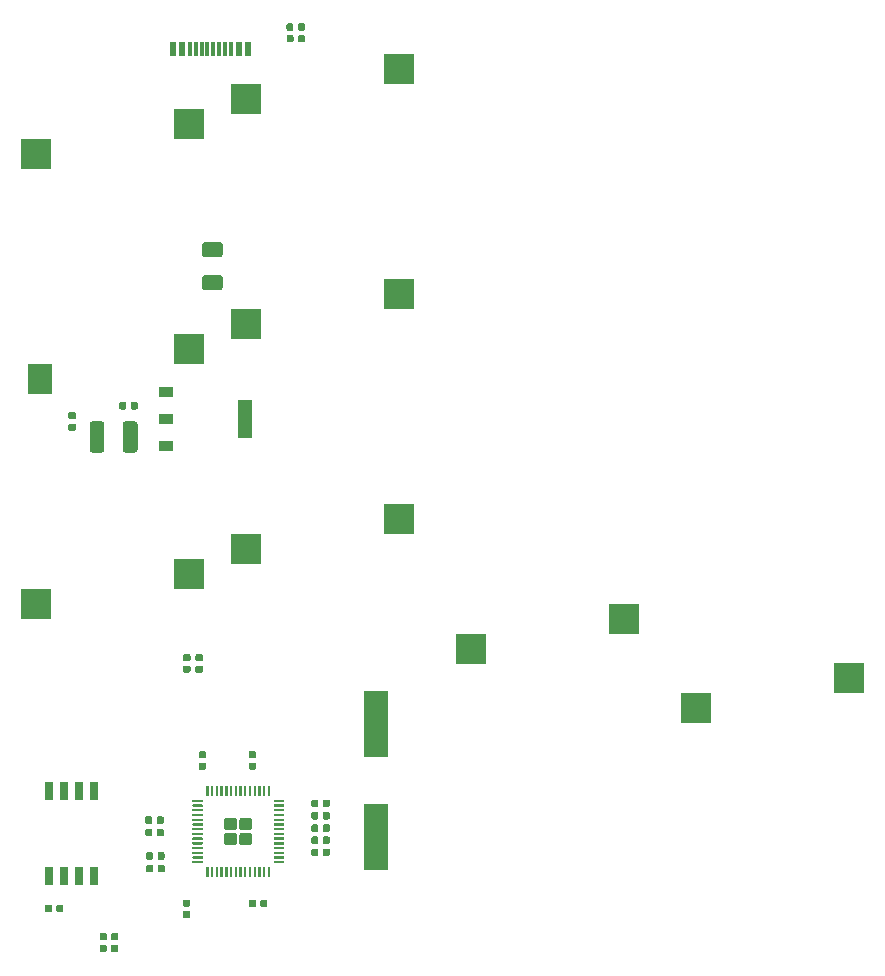
<source format=gbr>
G04 #@! TF.GenerationSoftware,KiCad,Pcbnew,(5.1.4)-1*
G04 #@! TF.CreationDate,2023-07-27T21:12:13-04:00*
G04 #@! TF.ProjectId,ThumbsUp,5468756d-6273-4557-902e-6b696361645f,rev?*
G04 #@! TF.SameCoordinates,Original*
G04 #@! TF.FileFunction,Paste,Bot*
G04 #@! TF.FilePolarity,Positive*
%FSLAX46Y46*%
G04 Gerber Fmt 4.6, Leading zero omitted, Abs format (unit mm)*
G04 Created by KiCad (PCBNEW (5.1.4)-1) date 2023-07-27 21:12:13*
%MOMM*%
%LPD*%
G04 APERTURE LIST*
%ADD10R,1.300000X3.250000*%
%ADD11R,1.300000X0.950000*%
%ADD12R,2.550000X2.500000*%
%ADD13R,2.000000X2.500000*%
%ADD14C,0.100000*%
%ADD15C,1.250000*%
%ADD16C,0.200000*%
%ADD17C,1.084435*%
%ADD18R,0.600000X1.160000*%
%ADD19R,0.300000X1.160000*%
%ADD20C,0.590000*%
%ADD21R,0.650000X1.650000*%
%ADD22R,2.100000X5.600000*%
G04 APERTURE END LIST*
D10*
X175200000Y-424925000D03*
D11*
X168500000Y-422635000D03*
X168500000Y-424925000D03*
X168500000Y-427215000D03*
D12*
X170447025Y-418950323D03*
D13*
X157812025Y-421490323D03*
D14*
G36*
X163079504Y-425106204D02*
G01*
X163103773Y-425109804D01*
X163127571Y-425115765D01*
X163150671Y-425124030D01*
X163172849Y-425134520D01*
X163193893Y-425147133D01*
X163213598Y-425161747D01*
X163231777Y-425178223D01*
X163248253Y-425196402D01*
X163262867Y-425216107D01*
X163275480Y-425237151D01*
X163285970Y-425259329D01*
X163294235Y-425282429D01*
X163300196Y-425306227D01*
X163303796Y-425330496D01*
X163305000Y-425355000D01*
X163305000Y-427505000D01*
X163303796Y-427529504D01*
X163300196Y-427553773D01*
X163294235Y-427577571D01*
X163285970Y-427600671D01*
X163275480Y-427622849D01*
X163262867Y-427643893D01*
X163248253Y-427663598D01*
X163231777Y-427681777D01*
X163213598Y-427698253D01*
X163193893Y-427712867D01*
X163172849Y-427725480D01*
X163150671Y-427735970D01*
X163127571Y-427744235D01*
X163103773Y-427750196D01*
X163079504Y-427753796D01*
X163055000Y-427755000D01*
X162305000Y-427755000D01*
X162280496Y-427753796D01*
X162256227Y-427750196D01*
X162232429Y-427744235D01*
X162209329Y-427735970D01*
X162187151Y-427725480D01*
X162166107Y-427712867D01*
X162146402Y-427698253D01*
X162128223Y-427681777D01*
X162111747Y-427663598D01*
X162097133Y-427643893D01*
X162084520Y-427622849D01*
X162074030Y-427600671D01*
X162065765Y-427577571D01*
X162059804Y-427553773D01*
X162056204Y-427529504D01*
X162055000Y-427505000D01*
X162055000Y-425355000D01*
X162056204Y-425330496D01*
X162059804Y-425306227D01*
X162065765Y-425282429D01*
X162074030Y-425259329D01*
X162084520Y-425237151D01*
X162097133Y-425216107D01*
X162111747Y-425196402D01*
X162128223Y-425178223D01*
X162146402Y-425161747D01*
X162166107Y-425147133D01*
X162187151Y-425134520D01*
X162209329Y-425124030D01*
X162232429Y-425115765D01*
X162256227Y-425109804D01*
X162280496Y-425106204D01*
X162305000Y-425105000D01*
X163055000Y-425105000D01*
X163079504Y-425106204D01*
X163079504Y-425106204D01*
G37*
D15*
X162680000Y-426430000D03*
D14*
G36*
X165879504Y-425106204D02*
G01*
X165903773Y-425109804D01*
X165927571Y-425115765D01*
X165950671Y-425124030D01*
X165972849Y-425134520D01*
X165993893Y-425147133D01*
X166013598Y-425161747D01*
X166031777Y-425178223D01*
X166048253Y-425196402D01*
X166062867Y-425216107D01*
X166075480Y-425237151D01*
X166085970Y-425259329D01*
X166094235Y-425282429D01*
X166100196Y-425306227D01*
X166103796Y-425330496D01*
X166105000Y-425355000D01*
X166105000Y-427505000D01*
X166103796Y-427529504D01*
X166100196Y-427553773D01*
X166094235Y-427577571D01*
X166085970Y-427600671D01*
X166075480Y-427622849D01*
X166062867Y-427643893D01*
X166048253Y-427663598D01*
X166031777Y-427681777D01*
X166013598Y-427698253D01*
X165993893Y-427712867D01*
X165972849Y-427725480D01*
X165950671Y-427735970D01*
X165927571Y-427744235D01*
X165903773Y-427750196D01*
X165879504Y-427753796D01*
X165855000Y-427755000D01*
X165105000Y-427755000D01*
X165080496Y-427753796D01*
X165056227Y-427750196D01*
X165032429Y-427744235D01*
X165009329Y-427735970D01*
X164987151Y-427725480D01*
X164966107Y-427712867D01*
X164946402Y-427698253D01*
X164928223Y-427681777D01*
X164911747Y-427663598D01*
X164897133Y-427643893D01*
X164884520Y-427622849D01*
X164874030Y-427600671D01*
X164865765Y-427577571D01*
X164859804Y-427553773D01*
X164856204Y-427529504D01*
X164855000Y-427505000D01*
X164855000Y-425355000D01*
X164856204Y-425330496D01*
X164859804Y-425306227D01*
X164865765Y-425282429D01*
X164874030Y-425259329D01*
X164884520Y-425237151D01*
X164897133Y-425216107D01*
X164911747Y-425196402D01*
X164928223Y-425178223D01*
X164946402Y-425161747D01*
X164966107Y-425147133D01*
X164987151Y-425134520D01*
X165009329Y-425124030D01*
X165032429Y-425115765D01*
X165056227Y-425109804D01*
X165080496Y-425106204D01*
X165105000Y-425105000D01*
X165855000Y-425105000D01*
X165879504Y-425106204D01*
X165879504Y-425106204D01*
G37*
D15*
X165480000Y-426430000D03*
D14*
G36*
X171579901Y-457137741D02*
G01*
X171584755Y-457138461D01*
X171589514Y-457139653D01*
X171594134Y-457141306D01*
X171598570Y-457143404D01*
X171602779Y-457145927D01*
X171606720Y-457148849D01*
X171610355Y-457152145D01*
X171613651Y-457155780D01*
X171616573Y-457159721D01*
X171619096Y-457163930D01*
X171621194Y-457168366D01*
X171622847Y-457172986D01*
X171624039Y-457177745D01*
X171624759Y-457182599D01*
X171625000Y-457187500D01*
X171625000Y-457287500D01*
X171624759Y-457292401D01*
X171624039Y-457297255D01*
X171622847Y-457302014D01*
X171621194Y-457306634D01*
X171619096Y-457311070D01*
X171616573Y-457315279D01*
X171613651Y-457319220D01*
X171610355Y-457322855D01*
X171606720Y-457326151D01*
X171602779Y-457329073D01*
X171598570Y-457331596D01*
X171594134Y-457333694D01*
X171589514Y-457335347D01*
X171584755Y-457336539D01*
X171579901Y-457337259D01*
X171575000Y-457337500D01*
X170800000Y-457337500D01*
X170795099Y-457337259D01*
X170790245Y-457336539D01*
X170785486Y-457335347D01*
X170780866Y-457333694D01*
X170776430Y-457331596D01*
X170772221Y-457329073D01*
X170768280Y-457326151D01*
X170764645Y-457322855D01*
X170761349Y-457319220D01*
X170758427Y-457315279D01*
X170755904Y-457311070D01*
X170753806Y-457306634D01*
X170752153Y-457302014D01*
X170750961Y-457297255D01*
X170750241Y-457292401D01*
X170750000Y-457287500D01*
X170750000Y-457187500D01*
X170750241Y-457182599D01*
X170750961Y-457177745D01*
X170752153Y-457172986D01*
X170753806Y-457168366D01*
X170755904Y-457163930D01*
X170758427Y-457159721D01*
X170761349Y-457155780D01*
X170764645Y-457152145D01*
X170768280Y-457148849D01*
X170772221Y-457145927D01*
X170776430Y-457143404D01*
X170780866Y-457141306D01*
X170785486Y-457139653D01*
X170790245Y-457138461D01*
X170795099Y-457137741D01*
X170800000Y-457137500D01*
X171575000Y-457137500D01*
X171579901Y-457137741D01*
X171579901Y-457137741D01*
G37*
D16*
X171187500Y-457237500D03*
D14*
G36*
X171579901Y-457537741D02*
G01*
X171584755Y-457538461D01*
X171589514Y-457539653D01*
X171594134Y-457541306D01*
X171598570Y-457543404D01*
X171602779Y-457545927D01*
X171606720Y-457548849D01*
X171610355Y-457552145D01*
X171613651Y-457555780D01*
X171616573Y-457559721D01*
X171619096Y-457563930D01*
X171621194Y-457568366D01*
X171622847Y-457572986D01*
X171624039Y-457577745D01*
X171624759Y-457582599D01*
X171625000Y-457587500D01*
X171625000Y-457687500D01*
X171624759Y-457692401D01*
X171624039Y-457697255D01*
X171622847Y-457702014D01*
X171621194Y-457706634D01*
X171619096Y-457711070D01*
X171616573Y-457715279D01*
X171613651Y-457719220D01*
X171610355Y-457722855D01*
X171606720Y-457726151D01*
X171602779Y-457729073D01*
X171598570Y-457731596D01*
X171594134Y-457733694D01*
X171589514Y-457735347D01*
X171584755Y-457736539D01*
X171579901Y-457737259D01*
X171575000Y-457737500D01*
X170800000Y-457737500D01*
X170795099Y-457737259D01*
X170790245Y-457736539D01*
X170785486Y-457735347D01*
X170780866Y-457733694D01*
X170776430Y-457731596D01*
X170772221Y-457729073D01*
X170768280Y-457726151D01*
X170764645Y-457722855D01*
X170761349Y-457719220D01*
X170758427Y-457715279D01*
X170755904Y-457711070D01*
X170753806Y-457706634D01*
X170752153Y-457702014D01*
X170750961Y-457697255D01*
X170750241Y-457692401D01*
X170750000Y-457687500D01*
X170750000Y-457587500D01*
X170750241Y-457582599D01*
X170750961Y-457577745D01*
X170752153Y-457572986D01*
X170753806Y-457568366D01*
X170755904Y-457563930D01*
X170758427Y-457559721D01*
X170761349Y-457555780D01*
X170764645Y-457552145D01*
X170768280Y-457548849D01*
X170772221Y-457545927D01*
X170776430Y-457543404D01*
X170780866Y-457541306D01*
X170785486Y-457539653D01*
X170790245Y-457538461D01*
X170795099Y-457537741D01*
X170800000Y-457537500D01*
X171575000Y-457537500D01*
X171579901Y-457537741D01*
X171579901Y-457537741D01*
G37*
D16*
X171187500Y-457637500D03*
D14*
G36*
X171579901Y-457937741D02*
G01*
X171584755Y-457938461D01*
X171589514Y-457939653D01*
X171594134Y-457941306D01*
X171598570Y-457943404D01*
X171602779Y-457945927D01*
X171606720Y-457948849D01*
X171610355Y-457952145D01*
X171613651Y-457955780D01*
X171616573Y-457959721D01*
X171619096Y-457963930D01*
X171621194Y-457968366D01*
X171622847Y-457972986D01*
X171624039Y-457977745D01*
X171624759Y-457982599D01*
X171625000Y-457987500D01*
X171625000Y-458087500D01*
X171624759Y-458092401D01*
X171624039Y-458097255D01*
X171622847Y-458102014D01*
X171621194Y-458106634D01*
X171619096Y-458111070D01*
X171616573Y-458115279D01*
X171613651Y-458119220D01*
X171610355Y-458122855D01*
X171606720Y-458126151D01*
X171602779Y-458129073D01*
X171598570Y-458131596D01*
X171594134Y-458133694D01*
X171589514Y-458135347D01*
X171584755Y-458136539D01*
X171579901Y-458137259D01*
X171575000Y-458137500D01*
X170800000Y-458137500D01*
X170795099Y-458137259D01*
X170790245Y-458136539D01*
X170785486Y-458135347D01*
X170780866Y-458133694D01*
X170776430Y-458131596D01*
X170772221Y-458129073D01*
X170768280Y-458126151D01*
X170764645Y-458122855D01*
X170761349Y-458119220D01*
X170758427Y-458115279D01*
X170755904Y-458111070D01*
X170753806Y-458106634D01*
X170752153Y-458102014D01*
X170750961Y-458097255D01*
X170750241Y-458092401D01*
X170750000Y-458087500D01*
X170750000Y-457987500D01*
X170750241Y-457982599D01*
X170750961Y-457977745D01*
X170752153Y-457972986D01*
X170753806Y-457968366D01*
X170755904Y-457963930D01*
X170758427Y-457959721D01*
X170761349Y-457955780D01*
X170764645Y-457952145D01*
X170768280Y-457948849D01*
X170772221Y-457945927D01*
X170776430Y-457943404D01*
X170780866Y-457941306D01*
X170785486Y-457939653D01*
X170790245Y-457938461D01*
X170795099Y-457937741D01*
X170800000Y-457937500D01*
X171575000Y-457937500D01*
X171579901Y-457937741D01*
X171579901Y-457937741D01*
G37*
D16*
X171187500Y-458037500D03*
D14*
G36*
X171579901Y-458337741D02*
G01*
X171584755Y-458338461D01*
X171589514Y-458339653D01*
X171594134Y-458341306D01*
X171598570Y-458343404D01*
X171602779Y-458345927D01*
X171606720Y-458348849D01*
X171610355Y-458352145D01*
X171613651Y-458355780D01*
X171616573Y-458359721D01*
X171619096Y-458363930D01*
X171621194Y-458368366D01*
X171622847Y-458372986D01*
X171624039Y-458377745D01*
X171624759Y-458382599D01*
X171625000Y-458387500D01*
X171625000Y-458487500D01*
X171624759Y-458492401D01*
X171624039Y-458497255D01*
X171622847Y-458502014D01*
X171621194Y-458506634D01*
X171619096Y-458511070D01*
X171616573Y-458515279D01*
X171613651Y-458519220D01*
X171610355Y-458522855D01*
X171606720Y-458526151D01*
X171602779Y-458529073D01*
X171598570Y-458531596D01*
X171594134Y-458533694D01*
X171589514Y-458535347D01*
X171584755Y-458536539D01*
X171579901Y-458537259D01*
X171575000Y-458537500D01*
X170800000Y-458537500D01*
X170795099Y-458537259D01*
X170790245Y-458536539D01*
X170785486Y-458535347D01*
X170780866Y-458533694D01*
X170776430Y-458531596D01*
X170772221Y-458529073D01*
X170768280Y-458526151D01*
X170764645Y-458522855D01*
X170761349Y-458519220D01*
X170758427Y-458515279D01*
X170755904Y-458511070D01*
X170753806Y-458506634D01*
X170752153Y-458502014D01*
X170750961Y-458497255D01*
X170750241Y-458492401D01*
X170750000Y-458487500D01*
X170750000Y-458387500D01*
X170750241Y-458382599D01*
X170750961Y-458377745D01*
X170752153Y-458372986D01*
X170753806Y-458368366D01*
X170755904Y-458363930D01*
X170758427Y-458359721D01*
X170761349Y-458355780D01*
X170764645Y-458352145D01*
X170768280Y-458348849D01*
X170772221Y-458345927D01*
X170776430Y-458343404D01*
X170780866Y-458341306D01*
X170785486Y-458339653D01*
X170790245Y-458338461D01*
X170795099Y-458337741D01*
X170800000Y-458337500D01*
X171575000Y-458337500D01*
X171579901Y-458337741D01*
X171579901Y-458337741D01*
G37*
D16*
X171187500Y-458437500D03*
D14*
G36*
X171579901Y-458737741D02*
G01*
X171584755Y-458738461D01*
X171589514Y-458739653D01*
X171594134Y-458741306D01*
X171598570Y-458743404D01*
X171602779Y-458745927D01*
X171606720Y-458748849D01*
X171610355Y-458752145D01*
X171613651Y-458755780D01*
X171616573Y-458759721D01*
X171619096Y-458763930D01*
X171621194Y-458768366D01*
X171622847Y-458772986D01*
X171624039Y-458777745D01*
X171624759Y-458782599D01*
X171625000Y-458787500D01*
X171625000Y-458887500D01*
X171624759Y-458892401D01*
X171624039Y-458897255D01*
X171622847Y-458902014D01*
X171621194Y-458906634D01*
X171619096Y-458911070D01*
X171616573Y-458915279D01*
X171613651Y-458919220D01*
X171610355Y-458922855D01*
X171606720Y-458926151D01*
X171602779Y-458929073D01*
X171598570Y-458931596D01*
X171594134Y-458933694D01*
X171589514Y-458935347D01*
X171584755Y-458936539D01*
X171579901Y-458937259D01*
X171575000Y-458937500D01*
X170800000Y-458937500D01*
X170795099Y-458937259D01*
X170790245Y-458936539D01*
X170785486Y-458935347D01*
X170780866Y-458933694D01*
X170776430Y-458931596D01*
X170772221Y-458929073D01*
X170768280Y-458926151D01*
X170764645Y-458922855D01*
X170761349Y-458919220D01*
X170758427Y-458915279D01*
X170755904Y-458911070D01*
X170753806Y-458906634D01*
X170752153Y-458902014D01*
X170750961Y-458897255D01*
X170750241Y-458892401D01*
X170750000Y-458887500D01*
X170750000Y-458787500D01*
X170750241Y-458782599D01*
X170750961Y-458777745D01*
X170752153Y-458772986D01*
X170753806Y-458768366D01*
X170755904Y-458763930D01*
X170758427Y-458759721D01*
X170761349Y-458755780D01*
X170764645Y-458752145D01*
X170768280Y-458748849D01*
X170772221Y-458745927D01*
X170776430Y-458743404D01*
X170780866Y-458741306D01*
X170785486Y-458739653D01*
X170790245Y-458738461D01*
X170795099Y-458737741D01*
X170800000Y-458737500D01*
X171575000Y-458737500D01*
X171579901Y-458737741D01*
X171579901Y-458737741D01*
G37*
D16*
X171187500Y-458837500D03*
D14*
G36*
X171579901Y-459137741D02*
G01*
X171584755Y-459138461D01*
X171589514Y-459139653D01*
X171594134Y-459141306D01*
X171598570Y-459143404D01*
X171602779Y-459145927D01*
X171606720Y-459148849D01*
X171610355Y-459152145D01*
X171613651Y-459155780D01*
X171616573Y-459159721D01*
X171619096Y-459163930D01*
X171621194Y-459168366D01*
X171622847Y-459172986D01*
X171624039Y-459177745D01*
X171624759Y-459182599D01*
X171625000Y-459187500D01*
X171625000Y-459287500D01*
X171624759Y-459292401D01*
X171624039Y-459297255D01*
X171622847Y-459302014D01*
X171621194Y-459306634D01*
X171619096Y-459311070D01*
X171616573Y-459315279D01*
X171613651Y-459319220D01*
X171610355Y-459322855D01*
X171606720Y-459326151D01*
X171602779Y-459329073D01*
X171598570Y-459331596D01*
X171594134Y-459333694D01*
X171589514Y-459335347D01*
X171584755Y-459336539D01*
X171579901Y-459337259D01*
X171575000Y-459337500D01*
X170800000Y-459337500D01*
X170795099Y-459337259D01*
X170790245Y-459336539D01*
X170785486Y-459335347D01*
X170780866Y-459333694D01*
X170776430Y-459331596D01*
X170772221Y-459329073D01*
X170768280Y-459326151D01*
X170764645Y-459322855D01*
X170761349Y-459319220D01*
X170758427Y-459315279D01*
X170755904Y-459311070D01*
X170753806Y-459306634D01*
X170752153Y-459302014D01*
X170750961Y-459297255D01*
X170750241Y-459292401D01*
X170750000Y-459287500D01*
X170750000Y-459187500D01*
X170750241Y-459182599D01*
X170750961Y-459177745D01*
X170752153Y-459172986D01*
X170753806Y-459168366D01*
X170755904Y-459163930D01*
X170758427Y-459159721D01*
X170761349Y-459155780D01*
X170764645Y-459152145D01*
X170768280Y-459148849D01*
X170772221Y-459145927D01*
X170776430Y-459143404D01*
X170780866Y-459141306D01*
X170785486Y-459139653D01*
X170790245Y-459138461D01*
X170795099Y-459137741D01*
X170800000Y-459137500D01*
X171575000Y-459137500D01*
X171579901Y-459137741D01*
X171579901Y-459137741D01*
G37*
D16*
X171187500Y-459237500D03*
D14*
G36*
X171579901Y-459537741D02*
G01*
X171584755Y-459538461D01*
X171589514Y-459539653D01*
X171594134Y-459541306D01*
X171598570Y-459543404D01*
X171602779Y-459545927D01*
X171606720Y-459548849D01*
X171610355Y-459552145D01*
X171613651Y-459555780D01*
X171616573Y-459559721D01*
X171619096Y-459563930D01*
X171621194Y-459568366D01*
X171622847Y-459572986D01*
X171624039Y-459577745D01*
X171624759Y-459582599D01*
X171625000Y-459587500D01*
X171625000Y-459687500D01*
X171624759Y-459692401D01*
X171624039Y-459697255D01*
X171622847Y-459702014D01*
X171621194Y-459706634D01*
X171619096Y-459711070D01*
X171616573Y-459715279D01*
X171613651Y-459719220D01*
X171610355Y-459722855D01*
X171606720Y-459726151D01*
X171602779Y-459729073D01*
X171598570Y-459731596D01*
X171594134Y-459733694D01*
X171589514Y-459735347D01*
X171584755Y-459736539D01*
X171579901Y-459737259D01*
X171575000Y-459737500D01*
X170800000Y-459737500D01*
X170795099Y-459737259D01*
X170790245Y-459736539D01*
X170785486Y-459735347D01*
X170780866Y-459733694D01*
X170776430Y-459731596D01*
X170772221Y-459729073D01*
X170768280Y-459726151D01*
X170764645Y-459722855D01*
X170761349Y-459719220D01*
X170758427Y-459715279D01*
X170755904Y-459711070D01*
X170753806Y-459706634D01*
X170752153Y-459702014D01*
X170750961Y-459697255D01*
X170750241Y-459692401D01*
X170750000Y-459687500D01*
X170750000Y-459587500D01*
X170750241Y-459582599D01*
X170750961Y-459577745D01*
X170752153Y-459572986D01*
X170753806Y-459568366D01*
X170755904Y-459563930D01*
X170758427Y-459559721D01*
X170761349Y-459555780D01*
X170764645Y-459552145D01*
X170768280Y-459548849D01*
X170772221Y-459545927D01*
X170776430Y-459543404D01*
X170780866Y-459541306D01*
X170785486Y-459539653D01*
X170790245Y-459538461D01*
X170795099Y-459537741D01*
X170800000Y-459537500D01*
X171575000Y-459537500D01*
X171579901Y-459537741D01*
X171579901Y-459537741D01*
G37*
D16*
X171187500Y-459637500D03*
D14*
G36*
X171579901Y-459937741D02*
G01*
X171584755Y-459938461D01*
X171589514Y-459939653D01*
X171594134Y-459941306D01*
X171598570Y-459943404D01*
X171602779Y-459945927D01*
X171606720Y-459948849D01*
X171610355Y-459952145D01*
X171613651Y-459955780D01*
X171616573Y-459959721D01*
X171619096Y-459963930D01*
X171621194Y-459968366D01*
X171622847Y-459972986D01*
X171624039Y-459977745D01*
X171624759Y-459982599D01*
X171625000Y-459987500D01*
X171625000Y-460087500D01*
X171624759Y-460092401D01*
X171624039Y-460097255D01*
X171622847Y-460102014D01*
X171621194Y-460106634D01*
X171619096Y-460111070D01*
X171616573Y-460115279D01*
X171613651Y-460119220D01*
X171610355Y-460122855D01*
X171606720Y-460126151D01*
X171602779Y-460129073D01*
X171598570Y-460131596D01*
X171594134Y-460133694D01*
X171589514Y-460135347D01*
X171584755Y-460136539D01*
X171579901Y-460137259D01*
X171575000Y-460137500D01*
X170800000Y-460137500D01*
X170795099Y-460137259D01*
X170790245Y-460136539D01*
X170785486Y-460135347D01*
X170780866Y-460133694D01*
X170776430Y-460131596D01*
X170772221Y-460129073D01*
X170768280Y-460126151D01*
X170764645Y-460122855D01*
X170761349Y-460119220D01*
X170758427Y-460115279D01*
X170755904Y-460111070D01*
X170753806Y-460106634D01*
X170752153Y-460102014D01*
X170750961Y-460097255D01*
X170750241Y-460092401D01*
X170750000Y-460087500D01*
X170750000Y-459987500D01*
X170750241Y-459982599D01*
X170750961Y-459977745D01*
X170752153Y-459972986D01*
X170753806Y-459968366D01*
X170755904Y-459963930D01*
X170758427Y-459959721D01*
X170761349Y-459955780D01*
X170764645Y-459952145D01*
X170768280Y-459948849D01*
X170772221Y-459945927D01*
X170776430Y-459943404D01*
X170780866Y-459941306D01*
X170785486Y-459939653D01*
X170790245Y-459938461D01*
X170795099Y-459937741D01*
X170800000Y-459937500D01*
X171575000Y-459937500D01*
X171579901Y-459937741D01*
X171579901Y-459937741D01*
G37*
D16*
X171187500Y-460037500D03*
D14*
G36*
X171579901Y-460337741D02*
G01*
X171584755Y-460338461D01*
X171589514Y-460339653D01*
X171594134Y-460341306D01*
X171598570Y-460343404D01*
X171602779Y-460345927D01*
X171606720Y-460348849D01*
X171610355Y-460352145D01*
X171613651Y-460355780D01*
X171616573Y-460359721D01*
X171619096Y-460363930D01*
X171621194Y-460368366D01*
X171622847Y-460372986D01*
X171624039Y-460377745D01*
X171624759Y-460382599D01*
X171625000Y-460387500D01*
X171625000Y-460487500D01*
X171624759Y-460492401D01*
X171624039Y-460497255D01*
X171622847Y-460502014D01*
X171621194Y-460506634D01*
X171619096Y-460511070D01*
X171616573Y-460515279D01*
X171613651Y-460519220D01*
X171610355Y-460522855D01*
X171606720Y-460526151D01*
X171602779Y-460529073D01*
X171598570Y-460531596D01*
X171594134Y-460533694D01*
X171589514Y-460535347D01*
X171584755Y-460536539D01*
X171579901Y-460537259D01*
X171575000Y-460537500D01*
X170800000Y-460537500D01*
X170795099Y-460537259D01*
X170790245Y-460536539D01*
X170785486Y-460535347D01*
X170780866Y-460533694D01*
X170776430Y-460531596D01*
X170772221Y-460529073D01*
X170768280Y-460526151D01*
X170764645Y-460522855D01*
X170761349Y-460519220D01*
X170758427Y-460515279D01*
X170755904Y-460511070D01*
X170753806Y-460506634D01*
X170752153Y-460502014D01*
X170750961Y-460497255D01*
X170750241Y-460492401D01*
X170750000Y-460487500D01*
X170750000Y-460387500D01*
X170750241Y-460382599D01*
X170750961Y-460377745D01*
X170752153Y-460372986D01*
X170753806Y-460368366D01*
X170755904Y-460363930D01*
X170758427Y-460359721D01*
X170761349Y-460355780D01*
X170764645Y-460352145D01*
X170768280Y-460348849D01*
X170772221Y-460345927D01*
X170776430Y-460343404D01*
X170780866Y-460341306D01*
X170785486Y-460339653D01*
X170790245Y-460338461D01*
X170795099Y-460337741D01*
X170800000Y-460337500D01*
X171575000Y-460337500D01*
X171579901Y-460337741D01*
X171579901Y-460337741D01*
G37*
D16*
X171187500Y-460437500D03*
D14*
G36*
X171579901Y-460737741D02*
G01*
X171584755Y-460738461D01*
X171589514Y-460739653D01*
X171594134Y-460741306D01*
X171598570Y-460743404D01*
X171602779Y-460745927D01*
X171606720Y-460748849D01*
X171610355Y-460752145D01*
X171613651Y-460755780D01*
X171616573Y-460759721D01*
X171619096Y-460763930D01*
X171621194Y-460768366D01*
X171622847Y-460772986D01*
X171624039Y-460777745D01*
X171624759Y-460782599D01*
X171625000Y-460787500D01*
X171625000Y-460887500D01*
X171624759Y-460892401D01*
X171624039Y-460897255D01*
X171622847Y-460902014D01*
X171621194Y-460906634D01*
X171619096Y-460911070D01*
X171616573Y-460915279D01*
X171613651Y-460919220D01*
X171610355Y-460922855D01*
X171606720Y-460926151D01*
X171602779Y-460929073D01*
X171598570Y-460931596D01*
X171594134Y-460933694D01*
X171589514Y-460935347D01*
X171584755Y-460936539D01*
X171579901Y-460937259D01*
X171575000Y-460937500D01*
X170800000Y-460937500D01*
X170795099Y-460937259D01*
X170790245Y-460936539D01*
X170785486Y-460935347D01*
X170780866Y-460933694D01*
X170776430Y-460931596D01*
X170772221Y-460929073D01*
X170768280Y-460926151D01*
X170764645Y-460922855D01*
X170761349Y-460919220D01*
X170758427Y-460915279D01*
X170755904Y-460911070D01*
X170753806Y-460906634D01*
X170752153Y-460902014D01*
X170750961Y-460897255D01*
X170750241Y-460892401D01*
X170750000Y-460887500D01*
X170750000Y-460787500D01*
X170750241Y-460782599D01*
X170750961Y-460777745D01*
X170752153Y-460772986D01*
X170753806Y-460768366D01*
X170755904Y-460763930D01*
X170758427Y-460759721D01*
X170761349Y-460755780D01*
X170764645Y-460752145D01*
X170768280Y-460748849D01*
X170772221Y-460745927D01*
X170776430Y-460743404D01*
X170780866Y-460741306D01*
X170785486Y-460739653D01*
X170790245Y-460738461D01*
X170795099Y-460737741D01*
X170800000Y-460737500D01*
X171575000Y-460737500D01*
X171579901Y-460737741D01*
X171579901Y-460737741D01*
G37*
D16*
X171187500Y-460837500D03*
D14*
G36*
X171579901Y-461137741D02*
G01*
X171584755Y-461138461D01*
X171589514Y-461139653D01*
X171594134Y-461141306D01*
X171598570Y-461143404D01*
X171602779Y-461145927D01*
X171606720Y-461148849D01*
X171610355Y-461152145D01*
X171613651Y-461155780D01*
X171616573Y-461159721D01*
X171619096Y-461163930D01*
X171621194Y-461168366D01*
X171622847Y-461172986D01*
X171624039Y-461177745D01*
X171624759Y-461182599D01*
X171625000Y-461187500D01*
X171625000Y-461287500D01*
X171624759Y-461292401D01*
X171624039Y-461297255D01*
X171622847Y-461302014D01*
X171621194Y-461306634D01*
X171619096Y-461311070D01*
X171616573Y-461315279D01*
X171613651Y-461319220D01*
X171610355Y-461322855D01*
X171606720Y-461326151D01*
X171602779Y-461329073D01*
X171598570Y-461331596D01*
X171594134Y-461333694D01*
X171589514Y-461335347D01*
X171584755Y-461336539D01*
X171579901Y-461337259D01*
X171575000Y-461337500D01*
X170800000Y-461337500D01*
X170795099Y-461337259D01*
X170790245Y-461336539D01*
X170785486Y-461335347D01*
X170780866Y-461333694D01*
X170776430Y-461331596D01*
X170772221Y-461329073D01*
X170768280Y-461326151D01*
X170764645Y-461322855D01*
X170761349Y-461319220D01*
X170758427Y-461315279D01*
X170755904Y-461311070D01*
X170753806Y-461306634D01*
X170752153Y-461302014D01*
X170750961Y-461297255D01*
X170750241Y-461292401D01*
X170750000Y-461287500D01*
X170750000Y-461187500D01*
X170750241Y-461182599D01*
X170750961Y-461177745D01*
X170752153Y-461172986D01*
X170753806Y-461168366D01*
X170755904Y-461163930D01*
X170758427Y-461159721D01*
X170761349Y-461155780D01*
X170764645Y-461152145D01*
X170768280Y-461148849D01*
X170772221Y-461145927D01*
X170776430Y-461143404D01*
X170780866Y-461141306D01*
X170785486Y-461139653D01*
X170790245Y-461138461D01*
X170795099Y-461137741D01*
X170800000Y-461137500D01*
X171575000Y-461137500D01*
X171579901Y-461137741D01*
X171579901Y-461137741D01*
G37*
D16*
X171187500Y-461237500D03*
D14*
G36*
X171579901Y-461537741D02*
G01*
X171584755Y-461538461D01*
X171589514Y-461539653D01*
X171594134Y-461541306D01*
X171598570Y-461543404D01*
X171602779Y-461545927D01*
X171606720Y-461548849D01*
X171610355Y-461552145D01*
X171613651Y-461555780D01*
X171616573Y-461559721D01*
X171619096Y-461563930D01*
X171621194Y-461568366D01*
X171622847Y-461572986D01*
X171624039Y-461577745D01*
X171624759Y-461582599D01*
X171625000Y-461587500D01*
X171625000Y-461687500D01*
X171624759Y-461692401D01*
X171624039Y-461697255D01*
X171622847Y-461702014D01*
X171621194Y-461706634D01*
X171619096Y-461711070D01*
X171616573Y-461715279D01*
X171613651Y-461719220D01*
X171610355Y-461722855D01*
X171606720Y-461726151D01*
X171602779Y-461729073D01*
X171598570Y-461731596D01*
X171594134Y-461733694D01*
X171589514Y-461735347D01*
X171584755Y-461736539D01*
X171579901Y-461737259D01*
X171575000Y-461737500D01*
X170800000Y-461737500D01*
X170795099Y-461737259D01*
X170790245Y-461736539D01*
X170785486Y-461735347D01*
X170780866Y-461733694D01*
X170776430Y-461731596D01*
X170772221Y-461729073D01*
X170768280Y-461726151D01*
X170764645Y-461722855D01*
X170761349Y-461719220D01*
X170758427Y-461715279D01*
X170755904Y-461711070D01*
X170753806Y-461706634D01*
X170752153Y-461702014D01*
X170750961Y-461697255D01*
X170750241Y-461692401D01*
X170750000Y-461687500D01*
X170750000Y-461587500D01*
X170750241Y-461582599D01*
X170750961Y-461577745D01*
X170752153Y-461572986D01*
X170753806Y-461568366D01*
X170755904Y-461563930D01*
X170758427Y-461559721D01*
X170761349Y-461555780D01*
X170764645Y-461552145D01*
X170768280Y-461548849D01*
X170772221Y-461545927D01*
X170776430Y-461543404D01*
X170780866Y-461541306D01*
X170785486Y-461539653D01*
X170790245Y-461538461D01*
X170795099Y-461537741D01*
X170800000Y-461537500D01*
X171575000Y-461537500D01*
X171579901Y-461537741D01*
X171579901Y-461537741D01*
G37*
D16*
X171187500Y-461637500D03*
D14*
G36*
X171579901Y-461937741D02*
G01*
X171584755Y-461938461D01*
X171589514Y-461939653D01*
X171594134Y-461941306D01*
X171598570Y-461943404D01*
X171602779Y-461945927D01*
X171606720Y-461948849D01*
X171610355Y-461952145D01*
X171613651Y-461955780D01*
X171616573Y-461959721D01*
X171619096Y-461963930D01*
X171621194Y-461968366D01*
X171622847Y-461972986D01*
X171624039Y-461977745D01*
X171624759Y-461982599D01*
X171625000Y-461987500D01*
X171625000Y-462087500D01*
X171624759Y-462092401D01*
X171624039Y-462097255D01*
X171622847Y-462102014D01*
X171621194Y-462106634D01*
X171619096Y-462111070D01*
X171616573Y-462115279D01*
X171613651Y-462119220D01*
X171610355Y-462122855D01*
X171606720Y-462126151D01*
X171602779Y-462129073D01*
X171598570Y-462131596D01*
X171594134Y-462133694D01*
X171589514Y-462135347D01*
X171584755Y-462136539D01*
X171579901Y-462137259D01*
X171575000Y-462137500D01*
X170800000Y-462137500D01*
X170795099Y-462137259D01*
X170790245Y-462136539D01*
X170785486Y-462135347D01*
X170780866Y-462133694D01*
X170776430Y-462131596D01*
X170772221Y-462129073D01*
X170768280Y-462126151D01*
X170764645Y-462122855D01*
X170761349Y-462119220D01*
X170758427Y-462115279D01*
X170755904Y-462111070D01*
X170753806Y-462106634D01*
X170752153Y-462102014D01*
X170750961Y-462097255D01*
X170750241Y-462092401D01*
X170750000Y-462087500D01*
X170750000Y-461987500D01*
X170750241Y-461982599D01*
X170750961Y-461977745D01*
X170752153Y-461972986D01*
X170753806Y-461968366D01*
X170755904Y-461963930D01*
X170758427Y-461959721D01*
X170761349Y-461955780D01*
X170764645Y-461952145D01*
X170768280Y-461948849D01*
X170772221Y-461945927D01*
X170776430Y-461943404D01*
X170780866Y-461941306D01*
X170785486Y-461939653D01*
X170790245Y-461938461D01*
X170795099Y-461937741D01*
X170800000Y-461937500D01*
X171575000Y-461937500D01*
X171579901Y-461937741D01*
X171579901Y-461937741D01*
G37*
D16*
X171187500Y-462037500D03*
D14*
G36*
X171579901Y-462337741D02*
G01*
X171584755Y-462338461D01*
X171589514Y-462339653D01*
X171594134Y-462341306D01*
X171598570Y-462343404D01*
X171602779Y-462345927D01*
X171606720Y-462348849D01*
X171610355Y-462352145D01*
X171613651Y-462355780D01*
X171616573Y-462359721D01*
X171619096Y-462363930D01*
X171621194Y-462368366D01*
X171622847Y-462372986D01*
X171624039Y-462377745D01*
X171624759Y-462382599D01*
X171625000Y-462387500D01*
X171625000Y-462487500D01*
X171624759Y-462492401D01*
X171624039Y-462497255D01*
X171622847Y-462502014D01*
X171621194Y-462506634D01*
X171619096Y-462511070D01*
X171616573Y-462515279D01*
X171613651Y-462519220D01*
X171610355Y-462522855D01*
X171606720Y-462526151D01*
X171602779Y-462529073D01*
X171598570Y-462531596D01*
X171594134Y-462533694D01*
X171589514Y-462535347D01*
X171584755Y-462536539D01*
X171579901Y-462537259D01*
X171575000Y-462537500D01*
X170800000Y-462537500D01*
X170795099Y-462537259D01*
X170790245Y-462536539D01*
X170785486Y-462535347D01*
X170780866Y-462533694D01*
X170776430Y-462531596D01*
X170772221Y-462529073D01*
X170768280Y-462526151D01*
X170764645Y-462522855D01*
X170761349Y-462519220D01*
X170758427Y-462515279D01*
X170755904Y-462511070D01*
X170753806Y-462506634D01*
X170752153Y-462502014D01*
X170750961Y-462497255D01*
X170750241Y-462492401D01*
X170750000Y-462487500D01*
X170750000Y-462387500D01*
X170750241Y-462382599D01*
X170750961Y-462377745D01*
X170752153Y-462372986D01*
X170753806Y-462368366D01*
X170755904Y-462363930D01*
X170758427Y-462359721D01*
X170761349Y-462355780D01*
X170764645Y-462352145D01*
X170768280Y-462348849D01*
X170772221Y-462345927D01*
X170776430Y-462343404D01*
X170780866Y-462341306D01*
X170785486Y-462339653D01*
X170790245Y-462338461D01*
X170795099Y-462337741D01*
X170800000Y-462337500D01*
X171575000Y-462337500D01*
X171579901Y-462337741D01*
X171579901Y-462337741D01*
G37*
D16*
X171187500Y-462437500D03*
D14*
G36*
X172079901Y-462837741D02*
G01*
X172084755Y-462838461D01*
X172089514Y-462839653D01*
X172094134Y-462841306D01*
X172098570Y-462843404D01*
X172102779Y-462845927D01*
X172106720Y-462848849D01*
X172110355Y-462852145D01*
X172113651Y-462855780D01*
X172116573Y-462859721D01*
X172119096Y-462863930D01*
X172121194Y-462868366D01*
X172122847Y-462872986D01*
X172124039Y-462877745D01*
X172124759Y-462882599D01*
X172125000Y-462887500D01*
X172125000Y-463662500D01*
X172124759Y-463667401D01*
X172124039Y-463672255D01*
X172122847Y-463677014D01*
X172121194Y-463681634D01*
X172119096Y-463686070D01*
X172116573Y-463690279D01*
X172113651Y-463694220D01*
X172110355Y-463697855D01*
X172106720Y-463701151D01*
X172102779Y-463704073D01*
X172098570Y-463706596D01*
X172094134Y-463708694D01*
X172089514Y-463710347D01*
X172084755Y-463711539D01*
X172079901Y-463712259D01*
X172075000Y-463712500D01*
X171975000Y-463712500D01*
X171970099Y-463712259D01*
X171965245Y-463711539D01*
X171960486Y-463710347D01*
X171955866Y-463708694D01*
X171951430Y-463706596D01*
X171947221Y-463704073D01*
X171943280Y-463701151D01*
X171939645Y-463697855D01*
X171936349Y-463694220D01*
X171933427Y-463690279D01*
X171930904Y-463686070D01*
X171928806Y-463681634D01*
X171927153Y-463677014D01*
X171925961Y-463672255D01*
X171925241Y-463667401D01*
X171925000Y-463662500D01*
X171925000Y-462887500D01*
X171925241Y-462882599D01*
X171925961Y-462877745D01*
X171927153Y-462872986D01*
X171928806Y-462868366D01*
X171930904Y-462863930D01*
X171933427Y-462859721D01*
X171936349Y-462855780D01*
X171939645Y-462852145D01*
X171943280Y-462848849D01*
X171947221Y-462845927D01*
X171951430Y-462843404D01*
X171955866Y-462841306D01*
X171960486Y-462839653D01*
X171965245Y-462838461D01*
X171970099Y-462837741D01*
X171975000Y-462837500D01*
X172075000Y-462837500D01*
X172079901Y-462837741D01*
X172079901Y-462837741D01*
G37*
D16*
X172025000Y-463275000D03*
D14*
G36*
X172479901Y-462837741D02*
G01*
X172484755Y-462838461D01*
X172489514Y-462839653D01*
X172494134Y-462841306D01*
X172498570Y-462843404D01*
X172502779Y-462845927D01*
X172506720Y-462848849D01*
X172510355Y-462852145D01*
X172513651Y-462855780D01*
X172516573Y-462859721D01*
X172519096Y-462863930D01*
X172521194Y-462868366D01*
X172522847Y-462872986D01*
X172524039Y-462877745D01*
X172524759Y-462882599D01*
X172525000Y-462887500D01*
X172525000Y-463662500D01*
X172524759Y-463667401D01*
X172524039Y-463672255D01*
X172522847Y-463677014D01*
X172521194Y-463681634D01*
X172519096Y-463686070D01*
X172516573Y-463690279D01*
X172513651Y-463694220D01*
X172510355Y-463697855D01*
X172506720Y-463701151D01*
X172502779Y-463704073D01*
X172498570Y-463706596D01*
X172494134Y-463708694D01*
X172489514Y-463710347D01*
X172484755Y-463711539D01*
X172479901Y-463712259D01*
X172475000Y-463712500D01*
X172375000Y-463712500D01*
X172370099Y-463712259D01*
X172365245Y-463711539D01*
X172360486Y-463710347D01*
X172355866Y-463708694D01*
X172351430Y-463706596D01*
X172347221Y-463704073D01*
X172343280Y-463701151D01*
X172339645Y-463697855D01*
X172336349Y-463694220D01*
X172333427Y-463690279D01*
X172330904Y-463686070D01*
X172328806Y-463681634D01*
X172327153Y-463677014D01*
X172325961Y-463672255D01*
X172325241Y-463667401D01*
X172325000Y-463662500D01*
X172325000Y-462887500D01*
X172325241Y-462882599D01*
X172325961Y-462877745D01*
X172327153Y-462872986D01*
X172328806Y-462868366D01*
X172330904Y-462863930D01*
X172333427Y-462859721D01*
X172336349Y-462855780D01*
X172339645Y-462852145D01*
X172343280Y-462848849D01*
X172347221Y-462845927D01*
X172351430Y-462843404D01*
X172355866Y-462841306D01*
X172360486Y-462839653D01*
X172365245Y-462838461D01*
X172370099Y-462837741D01*
X172375000Y-462837500D01*
X172475000Y-462837500D01*
X172479901Y-462837741D01*
X172479901Y-462837741D01*
G37*
D16*
X172425000Y-463275000D03*
D14*
G36*
X172879901Y-462837741D02*
G01*
X172884755Y-462838461D01*
X172889514Y-462839653D01*
X172894134Y-462841306D01*
X172898570Y-462843404D01*
X172902779Y-462845927D01*
X172906720Y-462848849D01*
X172910355Y-462852145D01*
X172913651Y-462855780D01*
X172916573Y-462859721D01*
X172919096Y-462863930D01*
X172921194Y-462868366D01*
X172922847Y-462872986D01*
X172924039Y-462877745D01*
X172924759Y-462882599D01*
X172925000Y-462887500D01*
X172925000Y-463662500D01*
X172924759Y-463667401D01*
X172924039Y-463672255D01*
X172922847Y-463677014D01*
X172921194Y-463681634D01*
X172919096Y-463686070D01*
X172916573Y-463690279D01*
X172913651Y-463694220D01*
X172910355Y-463697855D01*
X172906720Y-463701151D01*
X172902779Y-463704073D01*
X172898570Y-463706596D01*
X172894134Y-463708694D01*
X172889514Y-463710347D01*
X172884755Y-463711539D01*
X172879901Y-463712259D01*
X172875000Y-463712500D01*
X172775000Y-463712500D01*
X172770099Y-463712259D01*
X172765245Y-463711539D01*
X172760486Y-463710347D01*
X172755866Y-463708694D01*
X172751430Y-463706596D01*
X172747221Y-463704073D01*
X172743280Y-463701151D01*
X172739645Y-463697855D01*
X172736349Y-463694220D01*
X172733427Y-463690279D01*
X172730904Y-463686070D01*
X172728806Y-463681634D01*
X172727153Y-463677014D01*
X172725961Y-463672255D01*
X172725241Y-463667401D01*
X172725000Y-463662500D01*
X172725000Y-462887500D01*
X172725241Y-462882599D01*
X172725961Y-462877745D01*
X172727153Y-462872986D01*
X172728806Y-462868366D01*
X172730904Y-462863930D01*
X172733427Y-462859721D01*
X172736349Y-462855780D01*
X172739645Y-462852145D01*
X172743280Y-462848849D01*
X172747221Y-462845927D01*
X172751430Y-462843404D01*
X172755866Y-462841306D01*
X172760486Y-462839653D01*
X172765245Y-462838461D01*
X172770099Y-462837741D01*
X172775000Y-462837500D01*
X172875000Y-462837500D01*
X172879901Y-462837741D01*
X172879901Y-462837741D01*
G37*
D16*
X172825000Y-463275000D03*
D14*
G36*
X173279901Y-462837741D02*
G01*
X173284755Y-462838461D01*
X173289514Y-462839653D01*
X173294134Y-462841306D01*
X173298570Y-462843404D01*
X173302779Y-462845927D01*
X173306720Y-462848849D01*
X173310355Y-462852145D01*
X173313651Y-462855780D01*
X173316573Y-462859721D01*
X173319096Y-462863930D01*
X173321194Y-462868366D01*
X173322847Y-462872986D01*
X173324039Y-462877745D01*
X173324759Y-462882599D01*
X173325000Y-462887500D01*
X173325000Y-463662500D01*
X173324759Y-463667401D01*
X173324039Y-463672255D01*
X173322847Y-463677014D01*
X173321194Y-463681634D01*
X173319096Y-463686070D01*
X173316573Y-463690279D01*
X173313651Y-463694220D01*
X173310355Y-463697855D01*
X173306720Y-463701151D01*
X173302779Y-463704073D01*
X173298570Y-463706596D01*
X173294134Y-463708694D01*
X173289514Y-463710347D01*
X173284755Y-463711539D01*
X173279901Y-463712259D01*
X173275000Y-463712500D01*
X173175000Y-463712500D01*
X173170099Y-463712259D01*
X173165245Y-463711539D01*
X173160486Y-463710347D01*
X173155866Y-463708694D01*
X173151430Y-463706596D01*
X173147221Y-463704073D01*
X173143280Y-463701151D01*
X173139645Y-463697855D01*
X173136349Y-463694220D01*
X173133427Y-463690279D01*
X173130904Y-463686070D01*
X173128806Y-463681634D01*
X173127153Y-463677014D01*
X173125961Y-463672255D01*
X173125241Y-463667401D01*
X173125000Y-463662500D01*
X173125000Y-462887500D01*
X173125241Y-462882599D01*
X173125961Y-462877745D01*
X173127153Y-462872986D01*
X173128806Y-462868366D01*
X173130904Y-462863930D01*
X173133427Y-462859721D01*
X173136349Y-462855780D01*
X173139645Y-462852145D01*
X173143280Y-462848849D01*
X173147221Y-462845927D01*
X173151430Y-462843404D01*
X173155866Y-462841306D01*
X173160486Y-462839653D01*
X173165245Y-462838461D01*
X173170099Y-462837741D01*
X173175000Y-462837500D01*
X173275000Y-462837500D01*
X173279901Y-462837741D01*
X173279901Y-462837741D01*
G37*
D16*
X173225000Y-463275000D03*
D14*
G36*
X173679901Y-462837741D02*
G01*
X173684755Y-462838461D01*
X173689514Y-462839653D01*
X173694134Y-462841306D01*
X173698570Y-462843404D01*
X173702779Y-462845927D01*
X173706720Y-462848849D01*
X173710355Y-462852145D01*
X173713651Y-462855780D01*
X173716573Y-462859721D01*
X173719096Y-462863930D01*
X173721194Y-462868366D01*
X173722847Y-462872986D01*
X173724039Y-462877745D01*
X173724759Y-462882599D01*
X173725000Y-462887500D01*
X173725000Y-463662500D01*
X173724759Y-463667401D01*
X173724039Y-463672255D01*
X173722847Y-463677014D01*
X173721194Y-463681634D01*
X173719096Y-463686070D01*
X173716573Y-463690279D01*
X173713651Y-463694220D01*
X173710355Y-463697855D01*
X173706720Y-463701151D01*
X173702779Y-463704073D01*
X173698570Y-463706596D01*
X173694134Y-463708694D01*
X173689514Y-463710347D01*
X173684755Y-463711539D01*
X173679901Y-463712259D01*
X173675000Y-463712500D01*
X173575000Y-463712500D01*
X173570099Y-463712259D01*
X173565245Y-463711539D01*
X173560486Y-463710347D01*
X173555866Y-463708694D01*
X173551430Y-463706596D01*
X173547221Y-463704073D01*
X173543280Y-463701151D01*
X173539645Y-463697855D01*
X173536349Y-463694220D01*
X173533427Y-463690279D01*
X173530904Y-463686070D01*
X173528806Y-463681634D01*
X173527153Y-463677014D01*
X173525961Y-463672255D01*
X173525241Y-463667401D01*
X173525000Y-463662500D01*
X173525000Y-462887500D01*
X173525241Y-462882599D01*
X173525961Y-462877745D01*
X173527153Y-462872986D01*
X173528806Y-462868366D01*
X173530904Y-462863930D01*
X173533427Y-462859721D01*
X173536349Y-462855780D01*
X173539645Y-462852145D01*
X173543280Y-462848849D01*
X173547221Y-462845927D01*
X173551430Y-462843404D01*
X173555866Y-462841306D01*
X173560486Y-462839653D01*
X173565245Y-462838461D01*
X173570099Y-462837741D01*
X173575000Y-462837500D01*
X173675000Y-462837500D01*
X173679901Y-462837741D01*
X173679901Y-462837741D01*
G37*
D16*
X173625000Y-463275000D03*
D14*
G36*
X174079901Y-462837741D02*
G01*
X174084755Y-462838461D01*
X174089514Y-462839653D01*
X174094134Y-462841306D01*
X174098570Y-462843404D01*
X174102779Y-462845927D01*
X174106720Y-462848849D01*
X174110355Y-462852145D01*
X174113651Y-462855780D01*
X174116573Y-462859721D01*
X174119096Y-462863930D01*
X174121194Y-462868366D01*
X174122847Y-462872986D01*
X174124039Y-462877745D01*
X174124759Y-462882599D01*
X174125000Y-462887500D01*
X174125000Y-463662500D01*
X174124759Y-463667401D01*
X174124039Y-463672255D01*
X174122847Y-463677014D01*
X174121194Y-463681634D01*
X174119096Y-463686070D01*
X174116573Y-463690279D01*
X174113651Y-463694220D01*
X174110355Y-463697855D01*
X174106720Y-463701151D01*
X174102779Y-463704073D01*
X174098570Y-463706596D01*
X174094134Y-463708694D01*
X174089514Y-463710347D01*
X174084755Y-463711539D01*
X174079901Y-463712259D01*
X174075000Y-463712500D01*
X173975000Y-463712500D01*
X173970099Y-463712259D01*
X173965245Y-463711539D01*
X173960486Y-463710347D01*
X173955866Y-463708694D01*
X173951430Y-463706596D01*
X173947221Y-463704073D01*
X173943280Y-463701151D01*
X173939645Y-463697855D01*
X173936349Y-463694220D01*
X173933427Y-463690279D01*
X173930904Y-463686070D01*
X173928806Y-463681634D01*
X173927153Y-463677014D01*
X173925961Y-463672255D01*
X173925241Y-463667401D01*
X173925000Y-463662500D01*
X173925000Y-462887500D01*
X173925241Y-462882599D01*
X173925961Y-462877745D01*
X173927153Y-462872986D01*
X173928806Y-462868366D01*
X173930904Y-462863930D01*
X173933427Y-462859721D01*
X173936349Y-462855780D01*
X173939645Y-462852145D01*
X173943280Y-462848849D01*
X173947221Y-462845927D01*
X173951430Y-462843404D01*
X173955866Y-462841306D01*
X173960486Y-462839653D01*
X173965245Y-462838461D01*
X173970099Y-462837741D01*
X173975000Y-462837500D01*
X174075000Y-462837500D01*
X174079901Y-462837741D01*
X174079901Y-462837741D01*
G37*
D16*
X174025000Y-463275000D03*
D14*
G36*
X174479901Y-462837741D02*
G01*
X174484755Y-462838461D01*
X174489514Y-462839653D01*
X174494134Y-462841306D01*
X174498570Y-462843404D01*
X174502779Y-462845927D01*
X174506720Y-462848849D01*
X174510355Y-462852145D01*
X174513651Y-462855780D01*
X174516573Y-462859721D01*
X174519096Y-462863930D01*
X174521194Y-462868366D01*
X174522847Y-462872986D01*
X174524039Y-462877745D01*
X174524759Y-462882599D01*
X174525000Y-462887500D01*
X174525000Y-463662500D01*
X174524759Y-463667401D01*
X174524039Y-463672255D01*
X174522847Y-463677014D01*
X174521194Y-463681634D01*
X174519096Y-463686070D01*
X174516573Y-463690279D01*
X174513651Y-463694220D01*
X174510355Y-463697855D01*
X174506720Y-463701151D01*
X174502779Y-463704073D01*
X174498570Y-463706596D01*
X174494134Y-463708694D01*
X174489514Y-463710347D01*
X174484755Y-463711539D01*
X174479901Y-463712259D01*
X174475000Y-463712500D01*
X174375000Y-463712500D01*
X174370099Y-463712259D01*
X174365245Y-463711539D01*
X174360486Y-463710347D01*
X174355866Y-463708694D01*
X174351430Y-463706596D01*
X174347221Y-463704073D01*
X174343280Y-463701151D01*
X174339645Y-463697855D01*
X174336349Y-463694220D01*
X174333427Y-463690279D01*
X174330904Y-463686070D01*
X174328806Y-463681634D01*
X174327153Y-463677014D01*
X174325961Y-463672255D01*
X174325241Y-463667401D01*
X174325000Y-463662500D01*
X174325000Y-462887500D01*
X174325241Y-462882599D01*
X174325961Y-462877745D01*
X174327153Y-462872986D01*
X174328806Y-462868366D01*
X174330904Y-462863930D01*
X174333427Y-462859721D01*
X174336349Y-462855780D01*
X174339645Y-462852145D01*
X174343280Y-462848849D01*
X174347221Y-462845927D01*
X174351430Y-462843404D01*
X174355866Y-462841306D01*
X174360486Y-462839653D01*
X174365245Y-462838461D01*
X174370099Y-462837741D01*
X174375000Y-462837500D01*
X174475000Y-462837500D01*
X174479901Y-462837741D01*
X174479901Y-462837741D01*
G37*
D16*
X174425000Y-463275000D03*
D14*
G36*
X174879901Y-462837741D02*
G01*
X174884755Y-462838461D01*
X174889514Y-462839653D01*
X174894134Y-462841306D01*
X174898570Y-462843404D01*
X174902779Y-462845927D01*
X174906720Y-462848849D01*
X174910355Y-462852145D01*
X174913651Y-462855780D01*
X174916573Y-462859721D01*
X174919096Y-462863930D01*
X174921194Y-462868366D01*
X174922847Y-462872986D01*
X174924039Y-462877745D01*
X174924759Y-462882599D01*
X174925000Y-462887500D01*
X174925000Y-463662500D01*
X174924759Y-463667401D01*
X174924039Y-463672255D01*
X174922847Y-463677014D01*
X174921194Y-463681634D01*
X174919096Y-463686070D01*
X174916573Y-463690279D01*
X174913651Y-463694220D01*
X174910355Y-463697855D01*
X174906720Y-463701151D01*
X174902779Y-463704073D01*
X174898570Y-463706596D01*
X174894134Y-463708694D01*
X174889514Y-463710347D01*
X174884755Y-463711539D01*
X174879901Y-463712259D01*
X174875000Y-463712500D01*
X174775000Y-463712500D01*
X174770099Y-463712259D01*
X174765245Y-463711539D01*
X174760486Y-463710347D01*
X174755866Y-463708694D01*
X174751430Y-463706596D01*
X174747221Y-463704073D01*
X174743280Y-463701151D01*
X174739645Y-463697855D01*
X174736349Y-463694220D01*
X174733427Y-463690279D01*
X174730904Y-463686070D01*
X174728806Y-463681634D01*
X174727153Y-463677014D01*
X174725961Y-463672255D01*
X174725241Y-463667401D01*
X174725000Y-463662500D01*
X174725000Y-462887500D01*
X174725241Y-462882599D01*
X174725961Y-462877745D01*
X174727153Y-462872986D01*
X174728806Y-462868366D01*
X174730904Y-462863930D01*
X174733427Y-462859721D01*
X174736349Y-462855780D01*
X174739645Y-462852145D01*
X174743280Y-462848849D01*
X174747221Y-462845927D01*
X174751430Y-462843404D01*
X174755866Y-462841306D01*
X174760486Y-462839653D01*
X174765245Y-462838461D01*
X174770099Y-462837741D01*
X174775000Y-462837500D01*
X174875000Y-462837500D01*
X174879901Y-462837741D01*
X174879901Y-462837741D01*
G37*
D16*
X174825000Y-463275000D03*
D14*
G36*
X175279901Y-462837741D02*
G01*
X175284755Y-462838461D01*
X175289514Y-462839653D01*
X175294134Y-462841306D01*
X175298570Y-462843404D01*
X175302779Y-462845927D01*
X175306720Y-462848849D01*
X175310355Y-462852145D01*
X175313651Y-462855780D01*
X175316573Y-462859721D01*
X175319096Y-462863930D01*
X175321194Y-462868366D01*
X175322847Y-462872986D01*
X175324039Y-462877745D01*
X175324759Y-462882599D01*
X175325000Y-462887500D01*
X175325000Y-463662500D01*
X175324759Y-463667401D01*
X175324039Y-463672255D01*
X175322847Y-463677014D01*
X175321194Y-463681634D01*
X175319096Y-463686070D01*
X175316573Y-463690279D01*
X175313651Y-463694220D01*
X175310355Y-463697855D01*
X175306720Y-463701151D01*
X175302779Y-463704073D01*
X175298570Y-463706596D01*
X175294134Y-463708694D01*
X175289514Y-463710347D01*
X175284755Y-463711539D01*
X175279901Y-463712259D01*
X175275000Y-463712500D01*
X175175000Y-463712500D01*
X175170099Y-463712259D01*
X175165245Y-463711539D01*
X175160486Y-463710347D01*
X175155866Y-463708694D01*
X175151430Y-463706596D01*
X175147221Y-463704073D01*
X175143280Y-463701151D01*
X175139645Y-463697855D01*
X175136349Y-463694220D01*
X175133427Y-463690279D01*
X175130904Y-463686070D01*
X175128806Y-463681634D01*
X175127153Y-463677014D01*
X175125961Y-463672255D01*
X175125241Y-463667401D01*
X175125000Y-463662500D01*
X175125000Y-462887500D01*
X175125241Y-462882599D01*
X175125961Y-462877745D01*
X175127153Y-462872986D01*
X175128806Y-462868366D01*
X175130904Y-462863930D01*
X175133427Y-462859721D01*
X175136349Y-462855780D01*
X175139645Y-462852145D01*
X175143280Y-462848849D01*
X175147221Y-462845927D01*
X175151430Y-462843404D01*
X175155866Y-462841306D01*
X175160486Y-462839653D01*
X175165245Y-462838461D01*
X175170099Y-462837741D01*
X175175000Y-462837500D01*
X175275000Y-462837500D01*
X175279901Y-462837741D01*
X175279901Y-462837741D01*
G37*
D16*
X175225000Y-463275000D03*
D14*
G36*
X175679901Y-462837741D02*
G01*
X175684755Y-462838461D01*
X175689514Y-462839653D01*
X175694134Y-462841306D01*
X175698570Y-462843404D01*
X175702779Y-462845927D01*
X175706720Y-462848849D01*
X175710355Y-462852145D01*
X175713651Y-462855780D01*
X175716573Y-462859721D01*
X175719096Y-462863930D01*
X175721194Y-462868366D01*
X175722847Y-462872986D01*
X175724039Y-462877745D01*
X175724759Y-462882599D01*
X175725000Y-462887500D01*
X175725000Y-463662500D01*
X175724759Y-463667401D01*
X175724039Y-463672255D01*
X175722847Y-463677014D01*
X175721194Y-463681634D01*
X175719096Y-463686070D01*
X175716573Y-463690279D01*
X175713651Y-463694220D01*
X175710355Y-463697855D01*
X175706720Y-463701151D01*
X175702779Y-463704073D01*
X175698570Y-463706596D01*
X175694134Y-463708694D01*
X175689514Y-463710347D01*
X175684755Y-463711539D01*
X175679901Y-463712259D01*
X175675000Y-463712500D01*
X175575000Y-463712500D01*
X175570099Y-463712259D01*
X175565245Y-463711539D01*
X175560486Y-463710347D01*
X175555866Y-463708694D01*
X175551430Y-463706596D01*
X175547221Y-463704073D01*
X175543280Y-463701151D01*
X175539645Y-463697855D01*
X175536349Y-463694220D01*
X175533427Y-463690279D01*
X175530904Y-463686070D01*
X175528806Y-463681634D01*
X175527153Y-463677014D01*
X175525961Y-463672255D01*
X175525241Y-463667401D01*
X175525000Y-463662500D01*
X175525000Y-462887500D01*
X175525241Y-462882599D01*
X175525961Y-462877745D01*
X175527153Y-462872986D01*
X175528806Y-462868366D01*
X175530904Y-462863930D01*
X175533427Y-462859721D01*
X175536349Y-462855780D01*
X175539645Y-462852145D01*
X175543280Y-462848849D01*
X175547221Y-462845927D01*
X175551430Y-462843404D01*
X175555866Y-462841306D01*
X175560486Y-462839653D01*
X175565245Y-462838461D01*
X175570099Y-462837741D01*
X175575000Y-462837500D01*
X175675000Y-462837500D01*
X175679901Y-462837741D01*
X175679901Y-462837741D01*
G37*
D16*
X175625000Y-463275000D03*
D14*
G36*
X176079901Y-462837741D02*
G01*
X176084755Y-462838461D01*
X176089514Y-462839653D01*
X176094134Y-462841306D01*
X176098570Y-462843404D01*
X176102779Y-462845927D01*
X176106720Y-462848849D01*
X176110355Y-462852145D01*
X176113651Y-462855780D01*
X176116573Y-462859721D01*
X176119096Y-462863930D01*
X176121194Y-462868366D01*
X176122847Y-462872986D01*
X176124039Y-462877745D01*
X176124759Y-462882599D01*
X176125000Y-462887500D01*
X176125000Y-463662500D01*
X176124759Y-463667401D01*
X176124039Y-463672255D01*
X176122847Y-463677014D01*
X176121194Y-463681634D01*
X176119096Y-463686070D01*
X176116573Y-463690279D01*
X176113651Y-463694220D01*
X176110355Y-463697855D01*
X176106720Y-463701151D01*
X176102779Y-463704073D01*
X176098570Y-463706596D01*
X176094134Y-463708694D01*
X176089514Y-463710347D01*
X176084755Y-463711539D01*
X176079901Y-463712259D01*
X176075000Y-463712500D01*
X175975000Y-463712500D01*
X175970099Y-463712259D01*
X175965245Y-463711539D01*
X175960486Y-463710347D01*
X175955866Y-463708694D01*
X175951430Y-463706596D01*
X175947221Y-463704073D01*
X175943280Y-463701151D01*
X175939645Y-463697855D01*
X175936349Y-463694220D01*
X175933427Y-463690279D01*
X175930904Y-463686070D01*
X175928806Y-463681634D01*
X175927153Y-463677014D01*
X175925961Y-463672255D01*
X175925241Y-463667401D01*
X175925000Y-463662500D01*
X175925000Y-462887500D01*
X175925241Y-462882599D01*
X175925961Y-462877745D01*
X175927153Y-462872986D01*
X175928806Y-462868366D01*
X175930904Y-462863930D01*
X175933427Y-462859721D01*
X175936349Y-462855780D01*
X175939645Y-462852145D01*
X175943280Y-462848849D01*
X175947221Y-462845927D01*
X175951430Y-462843404D01*
X175955866Y-462841306D01*
X175960486Y-462839653D01*
X175965245Y-462838461D01*
X175970099Y-462837741D01*
X175975000Y-462837500D01*
X176075000Y-462837500D01*
X176079901Y-462837741D01*
X176079901Y-462837741D01*
G37*
D16*
X176025000Y-463275000D03*
D14*
G36*
X176479901Y-462837741D02*
G01*
X176484755Y-462838461D01*
X176489514Y-462839653D01*
X176494134Y-462841306D01*
X176498570Y-462843404D01*
X176502779Y-462845927D01*
X176506720Y-462848849D01*
X176510355Y-462852145D01*
X176513651Y-462855780D01*
X176516573Y-462859721D01*
X176519096Y-462863930D01*
X176521194Y-462868366D01*
X176522847Y-462872986D01*
X176524039Y-462877745D01*
X176524759Y-462882599D01*
X176525000Y-462887500D01*
X176525000Y-463662500D01*
X176524759Y-463667401D01*
X176524039Y-463672255D01*
X176522847Y-463677014D01*
X176521194Y-463681634D01*
X176519096Y-463686070D01*
X176516573Y-463690279D01*
X176513651Y-463694220D01*
X176510355Y-463697855D01*
X176506720Y-463701151D01*
X176502779Y-463704073D01*
X176498570Y-463706596D01*
X176494134Y-463708694D01*
X176489514Y-463710347D01*
X176484755Y-463711539D01*
X176479901Y-463712259D01*
X176475000Y-463712500D01*
X176375000Y-463712500D01*
X176370099Y-463712259D01*
X176365245Y-463711539D01*
X176360486Y-463710347D01*
X176355866Y-463708694D01*
X176351430Y-463706596D01*
X176347221Y-463704073D01*
X176343280Y-463701151D01*
X176339645Y-463697855D01*
X176336349Y-463694220D01*
X176333427Y-463690279D01*
X176330904Y-463686070D01*
X176328806Y-463681634D01*
X176327153Y-463677014D01*
X176325961Y-463672255D01*
X176325241Y-463667401D01*
X176325000Y-463662500D01*
X176325000Y-462887500D01*
X176325241Y-462882599D01*
X176325961Y-462877745D01*
X176327153Y-462872986D01*
X176328806Y-462868366D01*
X176330904Y-462863930D01*
X176333427Y-462859721D01*
X176336349Y-462855780D01*
X176339645Y-462852145D01*
X176343280Y-462848849D01*
X176347221Y-462845927D01*
X176351430Y-462843404D01*
X176355866Y-462841306D01*
X176360486Y-462839653D01*
X176365245Y-462838461D01*
X176370099Y-462837741D01*
X176375000Y-462837500D01*
X176475000Y-462837500D01*
X176479901Y-462837741D01*
X176479901Y-462837741D01*
G37*
D16*
X176425000Y-463275000D03*
D14*
G36*
X176879901Y-462837741D02*
G01*
X176884755Y-462838461D01*
X176889514Y-462839653D01*
X176894134Y-462841306D01*
X176898570Y-462843404D01*
X176902779Y-462845927D01*
X176906720Y-462848849D01*
X176910355Y-462852145D01*
X176913651Y-462855780D01*
X176916573Y-462859721D01*
X176919096Y-462863930D01*
X176921194Y-462868366D01*
X176922847Y-462872986D01*
X176924039Y-462877745D01*
X176924759Y-462882599D01*
X176925000Y-462887500D01*
X176925000Y-463662500D01*
X176924759Y-463667401D01*
X176924039Y-463672255D01*
X176922847Y-463677014D01*
X176921194Y-463681634D01*
X176919096Y-463686070D01*
X176916573Y-463690279D01*
X176913651Y-463694220D01*
X176910355Y-463697855D01*
X176906720Y-463701151D01*
X176902779Y-463704073D01*
X176898570Y-463706596D01*
X176894134Y-463708694D01*
X176889514Y-463710347D01*
X176884755Y-463711539D01*
X176879901Y-463712259D01*
X176875000Y-463712500D01*
X176775000Y-463712500D01*
X176770099Y-463712259D01*
X176765245Y-463711539D01*
X176760486Y-463710347D01*
X176755866Y-463708694D01*
X176751430Y-463706596D01*
X176747221Y-463704073D01*
X176743280Y-463701151D01*
X176739645Y-463697855D01*
X176736349Y-463694220D01*
X176733427Y-463690279D01*
X176730904Y-463686070D01*
X176728806Y-463681634D01*
X176727153Y-463677014D01*
X176725961Y-463672255D01*
X176725241Y-463667401D01*
X176725000Y-463662500D01*
X176725000Y-462887500D01*
X176725241Y-462882599D01*
X176725961Y-462877745D01*
X176727153Y-462872986D01*
X176728806Y-462868366D01*
X176730904Y-462863930D01*
X176733427Y-462859721D01*
X176736349Y-462855780D01*
X176739645Y-462852145D01*
X176743280Y-462848849D01*
X176747221Y-462845927D01*
X176751430Y-462843404D01*
X176755866Y-462841306D01*
X176760486Y-462839653D01*
X176765245Y-462838461D01*
X176770099Y-462837741D01*
X176775000Y-462837500D01*
X176875000Y-462837500D01*
X176879901Y-462837741D01*
X176879901Y-462837741D01*
G37*
D16*
X176825000Y-463275000D03*
D14*
G36*
X177279901Y-462837741D02*
G01*
X177284755Y-462838461D01*
X177289514Y-462839653D01*
X177294134Y-462841306D01*
X177298570Y-462843404D01*
X177302779Y-462845927D01*
X177306720Y-462848849D01*
X177310355Y-462852145D01*
X177313651Y-462855780D01*
X177316573Y-462859721D01*
X177319096Y-462863930D01*
X177321194Y-462868366D01*
X177322847Y-462872986D01*
X177324039Y-462877745D01*
X177324759Y-462882599D01*
X177325000Y-462887500D01*
X177325000Y-463662500D01*
X177324759Y-463667401D01*
X177324039Y-463672255D01*
X177322847Y-463677014D01*
X177321194Y-463681634D01*
X177319096Y-463686070D01*
X177316573Y-463690279D01*
X177313651Y-463694220D01*
X177310355Y-463697855D01*
X177306720Y-463701151D01*
X177302779Y-463704073D01*
X177298570Y-463706596D01*
X177294134Y-463708694D01*
X177289514Y-463710347D01*
X177284755Y-463711539D01*
X177279901Y-463712259D01*
X177275000Y-463712500D01*
X177175000Y-463712500D01*
X177170099Y-463712259D01*
X177165245Y-463711539D01*
X177160486Y-463710347D01*
X177155866Y-463708694D01*
X177151430Y-463706596D01*
X177147221Y-463704073D01*
X177143280Y-463701151D01*
X177139645Y-463697855D01*
X177136349Y-463694220D01*
X177133427Y-463690279D01*
X177130904Y-463686070D01*
X177128806Y-463681634D01*
X177127153Y-463677014D01*
X177125961Y-463672255D01*
X177125241Y-463667401D01*
X177125000Y-463662500D01*
X177125000Y-462887500D01*
X177125241Y-462882599D01*
X177125961Y-462877745D01*
X177127153Y-462872986D01*
X177128806Y-462868366D01*
X177130904Y-462863930D01*
X177133427Y-462859721D01*
X177136349Y-462855780D01*
X177139645Y-462852145D01*
X177143280Y-462848849D01*
X177147221Y-462845927D01*
X177151430Y-462843404D01*
X177155866Y-462841306D01*
X177160486Y-462839653D01*
X177165245Y-462838461D01*
X177170099Y-462837741D01*
X177175000Y-462837500D01*
X177275000Y-462837500D01*
X177279901Y-462837741D01*
X177279901Y-462837741D01*
G37*
D16*
X177225000Y-463275000D03*
D14*
G36*
X178454901Y-462337741D02*
G01*
X178459755Y-462338461D01*
X178464514Y-462339653D01*
X178469134Y-462341306D01*
X178473570Y-462343404D01*
X178477779Y-462345927D01*
X178481720Y-462348849D01*
X178485355Y-462352145D01*
X178488651Y-462355780D01*
X178491573Y-462359721D01*
X178494096Y-462363930D01*
X178496194Y-462368366D01*
X178497847Y-462372986D01*
X178499039Y-462377745D01*
X178499759Y-462382599D01*
X178500000Y-462387500D01*
X178500000Y-462487500D01*
X178499759Y-462492401D01*
X178499039Y-462497255D01*
X178497847Y-462502014D01*
X178496194Y-462506634D01*
X178494096Y-462511070D01*
X178491573Y-462515279D01*
X178488651Y-462519220D01*
X178485355Y-462522855D01*
X178481720Y-462526151D01*
X178477779Y-462529073D01*
X178473570Y-462531596D01*
X178469134Y-462533694D01*
X178464514Y-462535347D01*
X178459755Y-462536539D01*
X178454901Y-462537259D01*
X178450000Y-462537500D01*
X177675000Y-462537500D01*
X177670099Y-462537259D01*
X177665245Y-462536539D01*
X177660486Y-462535347D01*
X177655866Y-462533694D01*
X177651430Y-462531596D01*
X177647221Y-462529073D01*
X177643280Y-462526151D01*
X177639645Y-462522855D01*
X177636349Y-462519220D01*
X177633427Y-462515279D01*
X177630904Y-462511070D01*
X177628806Y-462506634D01*
X177627153Y-462502014D01*
X177625961Y-462497255D01*
X177625241Y-462492401D01*
X177625000Y-462487500D01*
X177625000Y-462387500D01*
X177625241Y-462382599D01*
X177625961Y-462377745D01*
X177627153Y-462372986D01*
X177628806Y-462368366D01*
X177630904Y-462363930D01*
X177633427Y-462359721D01*
X177636349Y-462355780D01*
X177639645Y-462352145D01*
X177643280Y-462348849D01*
X177647221Y-462345927D01*
X177651430Y-462343404D01*
X177655866Y-462341306D01*
X177660486Y-462339653D01*
X177665245Y-462338461D01*
X177670099Y-462337741D01*
X177675000Y-462337500D01*
X178450000Y-462337500D01*
X178454901Y-462337741D01*
X178454901Y-462337741D01*
G37*
D16*
X178062500Y-462437500D03*
D14*
G36*
X178454901Y-461937741D02*
G01*
X178459755Y-461938461D01*
X178464514Y-461939653D01*
X178469134Y-461941306D01*
X178473570Y-461943404D01*
X178477779Y-461945927D01*
X178481720Y-461948849D01*
X178485355Y-461952145D01*
X178488651Y-461955780D01*
X178491573Y-461959721D01*
X178494096Y-461963930D01*
X178496194Y-461968366D01*
X178497847Y-461972986D01*
X178499039Y-461977745D01*
X178499759Y-461982599D01*
X178500000Y-461987500D01*
X178500000Y-462087500D01*
X178499759Y-462092401D01*
X178499039Y-462097255D01*
X178497847Y-462102014D01*
X178496194Y-462106634D01*
X178494096Y-462111070D01*
X178491573Y-462115279D01*
X178488651Y-462119220D01*
X178485355Y-462122855D01*
X178481720Y-462126151D01*
X178477779Y-462129073D01*
X178473570Y-462131596D01*
X178469134Y-462133694D01*
X178464514Y-462135347D01*
X178459755Y-462136539D01*
X178454901Y-462137259D01*
X178450000Y-462137500D01*
X177675000Y-462137500D01*
X177670099Y-462137259D01*
X177665245Y-462136539D01*
X177660486Y-462135347D01*
X177655866Y-462133694D01*
X177651430Y-462131596D01*
X177647221Y-462129073D01*
X177643280Y-462126151D01*
X177639645Y-462122855D01*
X177636349Y-462119220D01*
X177633427Y-462115279D01*
X177630904Y-462111070D01*
X177628806Y-462106634D01*
X177627153Y-462102014D01*
X177625961Y-462097255D01*
X177625241Y-462092401D01*
X177625000Y-462087500D01*
X177625000Y-461987500D01*
X177625241Y-461982599D01*
X177625961Y-461977745D01*
X177627153Y-461972986D01*
X177628806Y-461968366D01*
X177630904Y-461963930D01*
X177633427Y-461959721D01*
X177636349Y-461955780D01*
X177639645Y-461952145D01*
X177643280Y-461948849D01*
X177647221Y-461945927D01*
X177651430Y-461943404D01*
X177655866Y-461941306D01*
X177660486Y-461939653D01*
X177665245Y-461938461D01*
X177670099Y-461937741D01*
X177675000Y-461937500D01*
X178450000Y-461937500D01*
X178454901Y-461937741D01*
X178454901Y-461937741D01*
G37*
D16*
X178062500Y-462037500D03*
D14*
G36*
X178454901Y-461537741D02*
G01*
X178459755Y-461538461D01*
X178464514Y-461539653D01*
X178469134Y-461541306D01*
X178473570Y-461543404D01*
X178477779Y-461545927D01*
X178481720Y-461548849D01*
X178485355Y-461552145D01*
X178488651Y-461555780D01*
X178491573Y-461559721D01*
X178494096Y-461563930D01*
X178496194Y-461568366D01*
X178497847Y-461572986D01*
X178499039Y-461577745D01*
X178499759Y-461582599D01*
X178500000Y-461587500D01*
X178500000Y-461687500D01*
X178499759Y-461692401D01*
X178499039Y-461697255D01*
X178497847Y-461702014D01*
X178496194Y-461706634D01*
X178494096Y-461711070D01*
X178491573Y-461715279D01*
X178488651Y-461719220D01*
X178485355Y-461722855D01*
X178481720Y-461726151D01*
X178477779Y-461729073D01*
X178473570Y-461731596D01*
X178469134Y-461733694D01*
X178464514Y-461735347D01*
X178459755Y-461736539D01*
X178454901Y-461737259D01*
X178450000Y-461737500D01*
X177675000Y-461737500D01*
X177670099Y-461737259D01*
X177665245Y-461736539D01*
X177660486Y-461735347D01*
X177655866Y-461733694D01*
X177651430Y-461731596D01*
X177647221Y-461729073D01*
X177643280Y-461726151D01*
X177639645Y-461722855D01*
X177636349Y-461719220D01*
X177633427Y-461715279D01*
X177630904Y-461711070D01*
X177628806Y-461706634D01*
X177627153Y-461702014D01*
X177625961Y-461697255D01*
X177625241Y-461692401D01*
X177625000Y-461687500D01*
X177625000Y-461587500D01*
X177625241Y-461582599D01*
X177625961Y-461577745D01*
X177627153Y-461572986D01*
X177628806Y-461568366D01*
X177630904Y-461563930D01*
X177633427Y-461559721D01*
X177636349Y-461555780D01*
X177639645Y-461552145D01*
X177643280Y-461548849D01*
X177647221Y-461545927D01*
X177651430Y-461543404D01*
X177655866Y-461541306D01*
X177660486Y-461539653D01*
X177665245Y-461538461D01*
X177670099Y-461537741D01*
X177675000Y-461537500D01*
X178450000Y-461537500D01*
X178454901Y-461537741D01*
X178454901Y-461537741D01*
G37*
D16*
X178062500Y-461637500D03*
D14*
G36*
X178454901Y-461137741D02*
G01*
X178459755Y-461138461D01*
X178464514Y-461139653D01*
X178469134Y-461141306D01*
X178473570Y-461143404D01*
X178477779Y-461145927D01*
X178481720Y-461148849D01*
X178485355Y-461152145D01*
X178488651Y-461155780D01*
X178491573Y-461159721D01*
X178494096Y-461163930D01*
X178496194Y-461168366D01*
X178497847Y-461172986D01*
X178499039Y-461177745D01*
X178499759Y-461182599D01*
X178500000Y-461187500D01*
X178500000Y-461287500D01*
X178499759Y-461292401D01*
X178499039Y-461297255D01*
X178497847Y-461302014D01*
X178496194Y-461306634D01*
X178494096Y-461311070D01*
X178491573Y-461315279D01*
X178488651Y-461319220D01*
X178485355Y-461322855D01*
X178481720Y-461326151D01*
X178477779Y-461329073D01*
X178473570Y-461331596D01*
X178469134Y-461333694D01*
X178464514Y-461335347D01*
X178459755Y-461336539D01*
X178454901Y-461337259D01*
X178450000Y-461337500D01*
X177675000Y-461337500D01*
X177670099Y-461337259D01*
X177665245Y-461336539D01*
X177660486Y-461335347D01*
X177655866Y-461333694D01*
X177651430Y-461331596D01*
X177647221Y-461329073D01*
X177643280Y-461326151D01*
X177639645Y-461322855D01*
X177636349Y-461319220D01*
X177633427Y-461315279D01*
X177630904Y-461311070D01*
X177628806Y-461306634D01*
X177627153Y-461302014D01*
X177625961Y-461297255D01*
X177625241Y-461292401D01*
X177625000Y-461287500D01*
X177625000Y-461187500D01*
X177625241Y-461182599D01*
X177625961Y-461177745D01*
X177627153Y-461172986D01*
X177628806Y-461168366D01*
X177630904Y-461163930D01*
X177633427Y-461159721D01*
X177636349Y-461155780D01*
X177639645Y-461152145D01*
X177643280Y-461148849D01*
X177647221Y-461145927D01*
X177651430Y-461143404D01*
X177655866Y-461141306D01*
X177660486Y-461139653D01*
X177665245Y-461138461D01*
X177670099Y-461137741D01*
X177675000Y-461137500D01*
X178450000Y-461137500D01*
X178454901Y-461137741D01*
X178454901Y-461137741D01*
G37*
D16*
X178062500Y-461237500D03*
D14*
G36*
X178454901Y-460737741D02*
G01*
X178459755Y-460738461D01*
X178464514Y-460739653D01*
X178469134Y-460741306D01*
X178473570Y-460743404D01*
X178477779Y-460745927D01*
X178481720Y-460748849D01*
X178485355Y-460752145D01*
X178488651Y-460755780D01*
X178491573Y-460759721D01*
X178494096Y-460763930D01*
X178496194Y-460768366D01*
X178497847Y-460772986D01*
X178499039Y-460777745D01*
X178499759Y-460782599D01*
X178500000Y-460787500D01*
X178500000Y-460887500D01*
X178499759Y-460892401D01*
X178499039Y-460897255D01*
X178497847Y-460902014D01*
X178496194Y-460906634D01*
X178494096Y-460911070D01*
X178491573Y-460915279D01*
X178488651Y-460919220D01*
X178485355Y-460922855D01*
X178481720Y-460926151D01*
X178477779Y-460929073D01*
X178473570Y-460931596D01*
X178469134Y-460933694D01*
X178464514Y-460935347D01*
X178459755Y-460936539D01*
X178454901Y-460937259D01*
X178450000Y-460937500D01*
X177675000Y-460937500D01*
X177670099Y-460937259D01*
X177665245Y-460936539D01*
X177660486Y-460935347D01*
X177655866Y-460933694D01*
X177651430Y-460931596D01*
X177647221Y-460929073D01*
X177643280Y-460926151D01*
X177639645Y-460922855D01*
X177636349Y-460919220D01*
X177633427Y-460915279D01*
X177630904Y-460911070D01*
X177628806Y-460906634D01*
X177627153Y-460902014D01*
X177625961Y-460897255D01*
X177625241Y-460892401D01*
X177625000Y-460887500D01*
X177625000Y-460787500D01*
X177625241Y-460782599D01*
X177625961Y-460777745D01*
X177627153Y-460772986D01*
X177628806Y-460768366D01*
X177630904Y-460763930D01*
X177633427Y-460759721D01*
X177636349Y-460755780D01*
X177639645Y-460752145D01*
X177643280Y-460748849D01*
X177647221Y-460745927D01*
X177651430Y-460743404D01*
X177655866Y-460741306D01*
X177660486Y-460739653D01*
X177665245Y-460738461D01*
X177670099Y-460737741D01*
X177675000Y-460737500D01*
X178450000Y-460737500D01*
X178454901Y-460737741D01*
X178454901Y-460737741D01*
G37*
D16*
X178062500Y-460837500D03*
D14*
G36*
X178454901Y-460337741D02*
G01*
X178459755Y-460338461D01*
X178464514Y-460339653D01*
X178469134Y-460341306D01*
X178473570Y-460343404D01*
X178477779Y-460345927D01*
X178481720Y-460348849D01*
X178485355Y-460352145D01*
X178488651Y-460355780D01*
X178491573Y-460359721D01*
X178494096Y-460363930D01*
X178496194Y-460368366D01*
X178497847Y-460372986D01*
X178499039Y-460377745D01*
X178499759Y-460382599D01*
X178500000Y-460387500D01*
X178500000Y-460487500D01*
X178499759Y-460492401D01*
X178499039Y-460497255D01*
X178497847Y-460502014D01*
X178496194Y-460506634D01*
X178494096Y-460511070D01*
X178491573Y-460515279D01*
X178488651Y-460519220D01*
X178485355Y-460522855D01*
X178481720Y-460526151D01*
X178477779Y-460529073D01*
X178473570Y-460531596D01*
X178469134Y-460533694D01*
X178464514Y-460535347D01*
X178459755Y-460536539D01*
X178454901Y-460537259D01*
X178450000Y-460537500D01*
X177675000Y-460537500D01*
X177670099Y-460537259D01*
X177665245Y-460536539D01*
X177660486Y-460535347D01*
X177655866Y-460533694D01*
X177651430Y-460531596D01*
X177647221Y-460529073D01*
X177643280Y-460526151D01*
X177639645Y-460522855D01*
X177636349Y-460519220D01*
X177633427Y-460515279D01*
X177630904Y-460511070D01*
X177628806Y-460506634D01*
X177627153Y-460502014D01*
X177625961Y-460497255D01*
X177625241Y-460492401D01*
X177625000Y-460487500D01*
X177625000Y-460387500D01*
X177625241Y-460382599D01*
X177625961Y-460377745D01*
X177627153Y-460372986D01*
X177628806Y-460368366D01*
X177630904Y-460363930D01*
X177633427Y-460359721D01*
X177636349Y-460355780D01*
X177639645Y-460352145D01*
X177643280Y-460348849D01*
X177647221Y-460345927D01*
X177651430Y-460343404D01*
X177655866Y-460341306D01*
X177660486Y-460339653D01*
X177665245Y-460338461D01*
X177670099Y-460337741D01*
X177675000Y-460337500D01*
X178450000Y-460337500D01*
X178454901Y-460337741D01*
X178454901Y-460337741D01*
G37*
D16*
X178062500Y-460437500D03*
D14*
G36*
X178454901Y-459937741D02*
G01*
X178459755Y-459938461D01*
X178464514Y-459939653D01*
X178469134Y-459941306D01*
X178473570Y-459943404D01*
X178477779Y-459945927D01*
X178481720Y-459948849D01*
X178485355Y-459952145D01*
X178488651Y-459955780D01*
X178491573Y-459959721D01*
X178494096Y-459963930D01*
X178496194Y-459968366D01*
X178497847Y-459972986D01*
X178499039Y-459977745D01*
X178499759Y-459982599D01*
X178500000Y-459987500D01*
X178500000Y-460087500D01*
X178499759Y-460092401D01*
X178499039Y-460097255D01*
X178497847Y-460102014D01*
X178496194Y-460106634D01*
X178494096Y-460111070D01*
X178491573Y-460115279D01*
X178488651Y-460119220D01*
X178485355Y-460122855D01*
X178481720Y-460126151D01*
X178477779Y-460129073D01*
X178473570Y-460131596D01*
X178469134Y-460133694D01*
X178464514Y-460135347D01*
X178459755Y-460136539D01*
X178454901Y-460137259D01*
X178450000Y-460137500D01*
X177675000Y-460137500D01*
X177670099Y-460137259D01*
X177665245Y-460136539D01*
X177660486Y-460135347D01*
X177655866Y-460133694D01*
X177651430Y-460131596D01*
X177647221Y-460129073D01*
X177643280Y-460126151D01*
X177639645Y-460122855D01*
X177636349Y-460119220D01*
X177633427Y-460115279D01*
X177630904Y-460111070D01*
X177628806Y-460106634D01*
X177627153Y-460102014D01*
X177625961Y-460097255D01*
X177625241Y-460092401D01*
X177625000Y-460087500D01*
X177625000Y-459987500D01*
X177625241Y-459982599D01*
X177625961Y-459977745D01*
X177627153Y-459972986D01*
X177628806Y-459968366D01*
X177630904Y-459963930D01*
X177633427Y-459959721D01*
X177636349Y-459955780D01*
X177639645Y-459952145D01*
X177643280Y-459948849D01*
X177647221Y-459945927D01*
X177651430Y-459943404D01*
X177655866Y-459941306D01*
X177660486Y-459939653D01*
X177665245Y-459938461D01*
X177670099Y-459937741D01*
X177675000Y-459937500D01*
X178450000Y-459937500D01*
X178454901Y-459937741D01*
X178454901Y-459937741D01*
G37*
D16*
X178062500Y-460037500D03*
D14*
G36*
X178454901Y-459537741D02*
G01*
X178459755Y-459538461D01*
X178464514Y-459539653D01*
X178469134Y-459541306D01*
X178473570Y-459543404D01*
X178477779Y-459545927D01*
X178481720Y-459548849D01*
X178485355Y-459552145D01*
X178488651Y-459555780D01*
X178491573Y-459559721D01*
X178494096Y-459563930D01*
X178496194Y-459568366D01*
X178497847Y-459572986D01*
X178499039Y-459577745D01*
X178499759Y-459582599D01*
X178500000Y-459587500D01*
X178500000Y-459687500D01*
X178499759Y-459692401D01*
X178499039Y-459697255D01*
X178497847Y-459702014D01*
X178496194Y-459706634D01*
X178494096Y-459711070D01*
X178491573Y-459715279D01*
X178488651Y-459719220D01*
X178485355Y-459722855D01*
X178481720Y-459726151D01*
X178477779Y-459729073D01*
X178473570Y-459731596D01*
X178469134Y-459733694D01*
X178464514Y-459735347D01*
X178459755Y-459736539D01*
X178454901Y-459737259D01*
X178450000Y-459737500D01*
X177675000Y-459737500D01*
X177670099Y-459737259D01*
X177665245Y-459736539D01*
X177660486Y-459735347D01*
X177655866Y-459733694D01*
X177651430Y-459731596D01*
X177647221Y-459729073D01*
X177643280Y-459726151D01*
X177639645Y-459722855D01*
X177636349Y-459719220D01*
X177633427Y-459715279D01*
X177630904Y-459711070D01*
X177628806Y-459706634D01*
X177627153Y-459702014D01*
X177625961Y-459697255D01*
X177625241Y-459692401D01*
X177625000Y-459687500D01*
X177625000Y-459587500D01*
X177625241Y-459582599D01*
X177625961Y-459577745D01*
X177627153Y-459572986D01*
X177628806Y-459568366D01*
X177630904Y-459563930D01*
X177633427Y-459559721D01*
X177636349Y-459555780D01*
X177639645Y-459552145D01*
X177643280Y-459548849D01*
X177647221Y-459545927D01*
X177651430Y-459543404D01*
X177655866Y-459541306D01*
X177660486Y-459539653D01*
X177665245Y-459538461D01*
X177670099Y-459537741D01*
X177675000Y-459537500D01*
X178450000Y-459537500D01*
X178454901Y-459537741D01*
X178454901Y-459537741D01*
G37*
D16*
X178062500Y-459637500D03*
D14*
G36*
X178454901Y-459137741D02*
G01*
X178459755Y-459138461D01*
X178464514Y-459139653D01*
X178469134Y-459141306D01*
X178473570Y-459143404D01*
X178477779Y-459145927D01*
X178481720Y-459148849D01*
X178485355Y-459152145D01*
X178488651Y-459155780D01*
X178491573Y-459159721D01*
X178494096Y-459163930D01*
X178496194Y-459168366D01*
X178497847Y-459172986D01*
X178499039Y-459177745D01*
X178499759Y-459182599D01*
X178500000Y-459187500D01*
X178500000Y-459287500D01*
X178499759Y-459292401D01*
X178499039Y-459297255D01*
X178497847Y-459302014D01*
X178496194Y-459306634D01*
X178494096Y-459311070D01*
X178491573Y-459315279D01*
X178488651Y-459319220D01*
X178485355Y-459322855D01*
X178481720Y-459326151D01*
X178477779Y-459329073D01*
X178473570Y-459331596D01*
X178469134Y-459333694D01*
X178464514Y-459335347D01*
X178459755Y-459336539D01*
X178454901Y-459337259D01*
X178450000Y-459337500D01*
X177675000Y-459337500D01*
X177670099Y-459337259D01*
X177665245Y-459336539D01*
X177660486Y-459335347D01*
X177655866Y-459333694D01*
X177651430Y-459331596D01*
X177647221Y-459329073D01*
X177643280Y-459326151D01*
X177639645Y-459322855D01*
X177636349Y-459319220D01*
X177633427Y-459315279D01*
X177630904Y-459311070D01*
X177628806Y-459306634D01*
X177627153Y-459302014D01*
X177625961Y-459297255D01*
X177625241Y-459292401D01*
X177625000Y-459287500D01*
X177625000Y-459187500D01*
X177625241Y-459182599D01*
X177625961Y-459177745D01*
X177627153Y-459172986D01*
X177628806Y-459168366D01*
X177630904Y-459163930D01*
X177633427Y-459159721D01*
X177636349Y-459155780D01*
X177639645Y-459152145D01*
X177643280Y-459148849D01*
X177647221Y-459145927D01*
X177651430Y-459143404D01*
X177655866Y-459141306D01*
X177660486Y-459139653D01*
X177665245Y-459138461D01*
X177670099Y-459137741D01*
X177675000Y-459137500D01*
X178450000Y-459137500D01*
X178454901Y-459137741D01*
X178454901Y-459137741D01*
G37*
D16*
X178062500Y-459237500D03*
D14*
G36*
X178454901Y-458737741D02*
G01*
X178459755Y-458738461D01*
X178464514Y-458739653D01*
X178469134Y-458741306D01*
X178473570Y-458743404D01*
X178477779Y-458745927D01*
X178481720Y-458748849D01*
X178485355Y-458752145D01*
X178488651Y-458755780D01*
X178491573Y-458759721D01*
X178494096Y-458763930D01*
X178496194Y-458768366D01*
X178497847Y-458772986D01*
X178499039Y-458777745D01*
X178499759Y-458782599D01*
X178500000Y-458787500D01*
X178500000Y-458887500D01*
X178499759Y-458892401D01*
X178499039Y-458897255D01*
X178497847Y-458902014D01*
X178496194Y-458906634D01*
X178494096Y-458911070D01*
X178491573Y-458915279D01*
X178488651Y-458919220D01*
X178485355Y-458922855D01*
X178481720Y-458926151D01*
X178477779Y-458929073D01*
X178473570Y-458931596D01*
X178469134Y-458933694D01*
X178464514Y-458935347D01*
X178459755Y-458936539D01*
X178454901Y-458937259D01*
X178450000Y-458937500D01*
X177675000Y-458937500D01*
X177670099Y-458937259D01*
X177665245Y-458936539D01*
X177660486Y-458935347D01*
X177655866Y-458933694D01*
X177651430Y-458931596D01*
X177647221Y-458929073D01*
X177643280Y-458926151D01*
X177639645Y-458922855D01*
X177636349Y-458919220D01*
X177633427Y-458915279D01*
X177630904Y-458911070D01*
X177628806Y-458906634D01*
X177627153Y-458902014D01*
X177625961Y-458897255D01*
X177625241Y-458892401D01*
X177625000Y-458887500D01*
X177625000Y-458787500D01*
X177625241Y-458782599D01*
X177625961Y-458777745D01*
X177627153Y-458772986D01*
X177628806Y-458768366D01*
X177630904Y-458763930D01*
X177633427Y-458759721D01*
X177636349Y-458755780D01*
X177639645Y-458752145D01*
X177643280Y-458748849D01*
X177647221Y-458745927D01*
X177651430Y-458743404D01*
X177655866Y-458741306D01*
X177660486Y-458739653D01*
X177665245Y-458738461D01*
X177670099Y-458737741D01*
X177675000Y-458737500D01*
X178450000Y-458737500D01*
X178454901Y-458737741D01*
X178454901Y-458737741D01*
G37*
D16*
X178062500Y-458837500D03*
D14*
G36*
X178454901Y-458337741D02*
G01*
X178459755Y-458338461D01*
X178464514Y-458339653D01*
X178469134Y-458341306D01*
X178473570Y-458343404D01*
X178477779Y-458345927D01*
X178481720Y-458348849D01*
X178485355Y-458352145D01*
X178488651Y-458355780D01*
X178491573Y-458359721D01*
X178494096Y-458363930D01*
X178496194Y-458368366D01*
X178497847Y-458372986D01*
X178499039Y-458377745D01*
X178499759Y-458382599D01*
X178500000Y-458387500D01*
X178500000Y-458487500D01*
X178499759Y-458492401D01*
X178499039Y-458497255D01*
X178497847Y-458502014D01*
X178496194Y-458506634D01*
X178494096Y-458511070D01*
X178491573Y-458515279D01*
X178488651Y-458519220D01*
X178485355Y-458522855D01*
X178481720Y-458526151D01*
X178477779Y-458529073D01*
X178473570Y-458531596D01*
X178469134Y-458533694D01*
X178464514Y-458535347D01*
X178459755Y-458536539D01*
X178454901Y-458537259D01*
X178450000Y-458537500D01*
X177675000Y-458537500D01*
X177670099Y-458537259D01*
X177665245Y-458536539D01*
X177660486Y-458535347D01*
X177655866Y-458533694D01*
X177651430Y-458531596D01*
X177647221Y-458529073D01*
X177643280Y-458526151D01*
X177639645Y-458522855D01*
X177636349Y-458519220D01*
X177633427Y-458515279D01*
X177630904Y-458511070D01*
X177628806Y-458506634D01*
X177627153Y-458502014D01*
X177625961Y-458497255D01*
X177625241Y-458492401D01*
X177625000Y-458487500D01*
X177625000Y-458387500D01*
X177625241Y-458382599D01*
X177625961Y-458377745D01*
X177627153Y-458372986D01*
X177628806Y-458368366D01*
X177630904Y-458363930D01*
X177633427Y-458359721D01*
X177636349Y-458355780D01*
X177639645Y-458352145D01*
X177643280Y-458348849D01*
X177647221Y-458345927D01*
X177651430Y-458343404D01*
X177655866Y-458341306D01*
X177660486Y-458339653D01*
X177665245Y-458338461D01*
X177670099Y-458337741D01*
X177675000Y-458337500D01*
X178450000Y-458337500D01*
X178454901Y-458337741D01*
X178454901Y-458337741D01*
G37*
D16*
X178062500Y-458437500D03*
D14*
G36*
X178454901Y-457937741D02*
G01*
X178459755Y-457938461D01*
X178464514Y-457939653D01*
X178469134Y-457941306D01*
X178473570Y-457943404D01*
X178477779Y-457945927D01*
X178481720Y-457948849D01*
X178485355Y-457952145D01*
X178488651Y-457955780D01*
X178491573Y-457959721D01*
X178494096Y-457963930D01*
X178496194Y-457968366D01*
X178497847Y-457972986D01*
X178499039Y-457977745D01*
X178499759Y-457982599D01*
X178500000Y-457987500D01*
X178500000Y-458087500D01*
X178499759Y-458092401D01*
X178499039Y-458097255D01*
X178497847Y-458102014D01*
X178496194Y-458106634D01*
X178494096Y-458111070D01*
X178491573Y-458115279D01*
X178488651Y-458119220D01*
X178485355Y-458122855D01*
X178481720Y-458126151D01*
X178477779Y-458129073D01*
X178473570Y-458131596D01*
X178469134Y-458133694D01*
X178464514Y-458135347D01*
X178459755Y-458136539D01*
X178454901Y-458137259D01*
X178450000Y-458137500D01*
X177675000Y-458137500D01*
X177670099Y-458137259D01*
X177665245Y-458136539D01*
X177660486Y-458135347D01*
X177655866Y-458133694D01*
X177651430Y-458131596D01*
X177647221Y-458129073D01*
X177643280Y-458126151D01*
X177639645Y-458122855D01*
X177636349Y-458119220D01*
X177633427Y-458115279D01*
X177630904Y-458111070D01*
X177628806Y-458106634D01*
X177627153Y-458102014D01*
X177625961Y-458097255D01*
X177625241Y-458092401D01*
X177625000Y-458087500D01*
X177625000Y-457987500D01*
X177625241Y-457982599D01*
X177625961Y-457977745D01*
X177627153Y-457972986D01*
X177628806Y-457968366D01*
X177630904Y-457963930D01*
X177633427Y-457959721D01*
X177636349Y-457955780D01*
X177639645Y-457952145D01*
X177643280Y-457948849D01*
X177647221Y-457945927D01*
X177651430Y-457943404D01*
X177655866Y-457941306D01*
X177660486Y-457939653D01*
X177665245Y-457938461D01*
X177670099Y-457937741D01*
X177675000Y-457937500D01*
X178450000Y-457937500D01*
X178454901Y-457937741D01*
X178454901Y-457937741D01*
G37*
D16*
X178062500Y-458037500D03*
D14*
G36*
X178454901Y-457537741D02*
G01*
X178459755Y-457538461D01*
X178464514Y-457539653D01*
X178469134Y-457541306D01*
X178473570Y-457543404D01*
X178477779Y-457545927D01*
X178481720Y-457548849D01*
X178485355Y-457552145D01*
X178488651Y-457555780D01*
X178491573Y-457559721D01*
X178494096Y-457563930D01*
X178496194Y-457568366D01*
X178497847Y-457572986D01*
X178499039Y-457577745D01*
X178499759Y-457582599D01*
X178500000Y-457587500D01*
X178500000Y-457687500D01*
X178499759Y-457692401D01*
X178499039Y-457697255D01*
X178497847Y-457702014D01*
X178496194Y-457706634D01*
X178494096Y-457711070D01*
X178491573Y-457715279D01*
X178488651Y-457719220D01*
X178485355Y-457722855D01*
X178481720Y-457726151D01*
X178477779Y-457729073D01*
X178473570Y-457731596D01*
X178469134Y-457733694D01*
X178464514Y-457735347D01*
X178459755Y-457736539D01*
X178454901Y-457737259D01*
X178450000Y-457737500D01*
X177675000Y-457737500D01*
X177670099Y-457737259D01*
X177665245Y-457736539D01*
X177660486Y-457735347D01*
X177655866Y-457733694D01*
X177651430Y-457731596D01*
X177647221Y-457729073D01*
X177643280Y-457726151D01*
X177639645Y-457722855D01*
X177636349Y-457719220D01*
X177633427Y-457715279D01*
X177630904Y-457711070D01*
X177628806Y-457706634D01*
X177627153Y-457702014D01*
X177625961Y-457697255D01*
X177625241Y-457692401D01*
X177625000Y-457687500D01*
X177625000Y-457587500D01*
X177625241Y-457582599D01*
X177625961Y-457577745D01*
X177627153Y-457572986D01*
X177628806Y-457568366D01*
X177630904Y-457563930D01*
X177633427Y-457559721D01*
X177636349Y-457555780D01*
X177639645Y-457552145D01*
X177643280Y-457548849D01*
X177647221Y-457545927D01*
X177651430Y-457543404D01*
X177655866Y-457541306D01*
X177660486Y-457539653D01*
X177665245Y-457538461D01*
X177670099Y-457537741D01*
X177675000Y-457537500D01*
X178450000Y-457537500D01*
X178454901Y-457537741D01*
X178454901Y-457537741D01*
G37*
D16*
X178062500Y-457637500D03*
D14*
G36*
X178454901Y-457137741D02*
G01*
X178459755Y-457138461D01*
X178464514Y-457139653D01*
X178469134Y-457141306D01*
X178473570Y-457143404D01*
X178477779Y-457145927D01*
X178481720Y-457148849D01*
X178485355Y-457152145D01*
X178488651Y-457155780D01*
X178491573Y-457159721D01*
X178494096Y-457163930D01*
X178496194Y-457168366D01*
X178497847Y-457172986D01*
X178499039Y-457177745D01*
X178499759Y-457182599D01*
X178500000Y-457187500D01*
X178500000Y-457287500D01*
X178499759Y-457292401D01*
X178499039Y-457297255D01*
X178497847Y-457302014D01*
X178496194Y-457306634D01*
X178494096Y-457311070D01*
X178491573Y-457315279D01*
X178488651Y-457319220D01*
X178485355Y-457322855D01*
X178481720Y-457326151D01*
X178477779Y-457329073D01*
X178473570Y-457331596D01*
X178469134Y-457333694D01*
X178464514Y-457335347D01*
X178459755Y-457336539D01*
X178454901Y-457337259D01*
X178450000Y-457337500D01*
X177675000Y-457337500D01*
X177670099Y-457337259D01*
X177665245Y-457336539D01*
X177660486Y-457335347D01*
X177655866Y-457333694D01*
X177651430Y-457331596D01*
X177647221Y-457329073D01*
X177643280Y-457326151D01*
X177639645Y-457322855D01*
X177636349Y-457319220D01*
X177633427Y-457315279D01*
X177630904Y-457311070D01*
X177628806Y-457306634D01*
X177627153Y-457302014D01*
X177625961Y-457297255D01*
X177625241Y-457292401D01*
X177625000Y-457287500D01*
X177625000Y-457187500D01*
X177625241Y-457182599D01*
X177625961Y-457177745D01*
X177627153Y-457172986D01*
X177628806Y-457168366D01*
X177630904Y-457163930D01*
X177633427Y-457159721D01*
X177636349Y-457155780D01*
X177639645Y-457152145D01*
X177643280Y-457148849D01*
X177647221Y-457145927D01*
X177651430Y-457143404D01*
X177655866Y-457141306D01*
X177660486Y-457139653D01*
X177665245Y-457138461D01*
X177670099Y-457137741D01*
X177675000Y-457137500D01*
X178450000Y-457137500D01*
X178454901Y-457137741D01*
X178454901Y-457137741D01*
G37*
D16*
X178062500Y-457237500D03*
D14*
G36*
X177279901Y-455962741D02*
G01*
X177284755Y-455963461D01*
X177289514Y-455964653D01*
X177294134Y-455966306D01*
X177298570Y-455968404D01*
X177302779Y-455970927D01*
X177306720Y-455973849D01*
X177310355Y-455977145D01*
X177313651Y-455980780D01*
X177316573Y-455984721D01*
X177319096Y-455988930D01*
X177321194Y-455993366D01*
X177322847Y-455997986D01*
X177324039Y-456002745D01*
X177324759Y-456007599D01*
X177325000Y-456012500D01*
X177325000Y-456787500D01*
X177324759Y-456792401D01*
X177324039Y-456797255D01*
X177322847Y-456802014D01*
X177321194Y-456806634D01*
X177319096Y-456811070D01*
X177316573Y-456815279D01*
X177313651Y-456819220D01*
X177310355Y-456822855D01*
X177306720Y-456826151D01*
X177302779Y-456829073D01*
X177298570Y-456831596D01*
X177294134Y-456833694D01*
X177289514Y-456835347D01*
X177284755Y-456836539D01*
X177279901Y-456837259D01*
X177275000Y-456837500D01*
X177175000Y-456837500D01*
X177170099Y-456837259D01*
X177165245Y-456836539D01*
X177160486Y-456835347D01*
X177155866Y-456833694D01*
X177151430Y-456831596D01*
X177147221Y-456829073D01*
X177143280Y-456826151D01*
X177139645Y-456822855D01*
X177136349Y-456819220D01*
X177133427Y-456815279D01*
X177130904Y-456811070D01*
X177128806Y-456806634D01*
X177127153Y-456802014D01*
X177125961Y-456797255D01*
X177125241Y-456792401D01*
X177125000Y-456787500D01*
X177125000Y-456012500D01*
X177125241Y-456007599D01*
X177125961Y-456002745D01*
X177127153Y-455997986D01*
X177128806Y-455993366D01*
X177130904Y-455988930D01*
X177133427Y-455984721D01*
X177136349Y-455980780D01*
X177139645Y-455977145D01*
X177143280Y-455973849D01*
X177147221Y-455970927D01*
X177151430Y-455968404D01*
X177155866Y-455966306D01*
X177160486Y-455964653D01*
X177165245Y-455963461D01*
X177170099Y-455962741D01*
X177175000Y-455962500D01*
X177275000Y-455962500D01*
X177279901Y-455962741D01*
X177279901Y-455962741D01*
G37*
D16*
X177225000Y-456400000D03*
D14*
G36*
X176879901Y-455962741D02*
G01*
X176884755Y-455963461D01*
X176889514Y-455964653D01*
X176894134Y-455966306D01*
X176898570Y-455968404D01*
X176902779Y-455970927D01*
X176906720Y-455973849D01*
X176910355Y-455977145D01*
X176913651Y-455980780D01*
X176916573Y-455984721D01*
X176919096Y-455988930D01*
X176921194Y-455993366D01*
X176922847Y-455997986D01*
X176924039Y-456002745D01*
X176924759Y-456007599D01*
X176925000Y-456012500D01*
X176925000Y-456787500D01*
X176924759Y-456792401D01*
X176924039Y-456797255D01*
X176922847Y-456802014D01*
X176921194Y-456806634D01*
X176919096Y-456811070D01*
X176916573Y-456815279D01*
X176913651Y-456819220D01*
X176910355Y-456822855D01*
X176906720Y-456826151D01*
X176902779Y-456829073D01*
X176898570Y-456831596D01*
X176894134Y-456833694D01*
X176889514Y-456835347D01*
X176884755Y-456836539D01*
X176879901Y-456837259D01*
X176875000Y-456837500D01*
X176775000Y-456837500D01*
X176770099Y-456837259D01*
X176765245Y-456836539D01*
X176760486Y-456835347D01*
X176755866Y-456833694D01*
X176751430Y-456831596D01*
X176747221Y-456829073D01*
X176743280Y-456826151D01*
X176739645Y-456822855D01*
X176736349Y-456819220D01*
X176733427Y-456815279D01*
X176730904Y-456811070D01*
X176728806Y-456806634D01*
X176727153Y-456802014D01*
X176725961Y-456797255D01*
X176725241Y-456792401D01*
X176725000Y-456787500D01*
X176725000Y-456012500D01*
X176725241Y-456007599D01*
X176725961Y-456002745D01*
X176727153Y-455997986D01*
X176728806Y-455993366D01*
X176730904Y-455988930D01*
X176733427Y-455984721D01*
X176736349Y-455980780D01*
X176739645Y-455977145D01*
X176743280Y-455973849D01*
X176747221Y-455970927D01*
X176751430Y-455968404D01*
X176755866Y-455966306D01*
X176760486Y-455964653D01*
X176765245Y-455963461D01*
X176770099Y-455962741D01*
X176775000Y-455962500D01*
X176875000Y-455962500D01*
X176879901Y-455962741D01*
X176879901Y-455962741D01*
G37*
D16*
X176825000Y-456400000D03*
D14*
G36*
X176479901Y-455962741D02*
G01*
X176484755Y-455963461D01*
X176489514Y-455964653D01*
X176494134Y-455966306D01*
X176498570Y-455968404D01*
X176502779Y-455970927D01*
X176506720Y-455973849D01*
X176510355Y-455977145D01*
X176513651Y-455980780D01*
X176516573Y-455984721D01*
X176519096Y-455988930D01*
X176521194Y-455993366D01*
X176522847Y-455997986D01*
X176524039Y-456002745D01*
X176524759Y-456007599D01*
X176525000Y-456012500D01*
X176525000Y-456787500D01*
X176524759Y-456792401D01*
X176524039Y-456797255D01*
X176522847Y-456802014D01*
X176521194Y-456806634D01*
X176519096Y-456811070D01*
X176516573Y-456815279D01*
X176513651Y-456819220D01*
X176510355Y-456822855D01*
X176506720Y-456826151D01*
X176502779Y-456829073D01*
X176498570Y-456831596D01*
X176494134Y-456833694D01*
X176489514Y-456835347D01*
X176484755Y-456836539D01*
X176479901Y-456837259D01*
X176475000Y-456837500D01*
X176375000Y-456837500D01*
X176370099Y-456837259D01*
X176365245Y-456836539D01*
X176360486Y-456835347D01*
X176355866Y-456833694D01*
X176351430Y-456831596D01*
X176347221Y-456829073D01*
X176343280Y-456826151D01*
X176339645Y-456822855D01*
X176336349Y-456819220D01*
X176333427Y-456815279D01*
X176330904Y-456811070D01*
X176328806Y-456806634D01*
X176327153Y-456802014D01*
X176325961Y-456797255D01*
X176325241Y-456792401D01*
X176325000Y-456787500D01*
X176325000Y-456012500D01*
X176325241Y-456007599D01*
X176325961Y-456002745D01*
X176327153Y-455997986D01*
X176328806Y-455993366D01*
X176330904Y-455988930D01*
X176333427Y-455984721D01*
X176336349Y-455980780D01*
X176339645Y-455977145D01*
X176343280Y-455973849D01*
X176347221Y-455970927D01*
X176351430Y-455968404D01*
X176355866Y-455966306D01*
X176360486Y-455964653D01*
X176365245Y-455963461D01*
X176370099Y-455962741D01*
X176375000Y-455962500D01*
X176475000Y-455962500D01*
X176479901Y-455962741D01*
X176479901Y-455962741D01*
G37*
D16*
X176425000Y-456400000D03*
D14*
G36*
X176079901Y-455962741D02*
G01*
X176084755Y-455963461D01*
X176089514Y-455964653D01*
X176094134Y-455966306D01*
X176098570Y-455968404D01*
X176102779Y-455970927D01*
X176106720Y-455973849D01*
X176110355Y-455977145D01*
X176113651Y-455980780D01*
X176116573Y-455984721D01*
X176119096Y-455988930D01*
X176121194Y-455993366D01*
X176122847Y-455997986D01*
X176124039Y-456002745D01*
X176124759Y-456007599D01*
X176125000Y-456012500D01*
X176125000Y-456787500D01*
X176124759Y-456792401D01*
X176124039Y-456797255D01*
X176122847Y-456802014D01*
X176121194Y-456806634D01*
X176119096Y-456811070D01*
X176116573Y-456815279D01*
X176113651Y-456819220D01*
X176110355Y-456822855D01*
X176106720Y-456826151D01*
X176102779Y-456829073D01*
X176098570Y-456831596D01*
X176094134Y-456833694D01*
X176089514Y-456835347D01*
X176084755Y-456836539D01*
X176079901Y-456837259D01*
X176075000Y-456837500D01*
X175975000Y-456837500D01*
X175970099Y-456837259D01*
X175965245Y-456836539D01*
X175960486Y-456835347D01*
X175955866Y-456833694D01*
X175951430Y-456831596D01*
X175947221Y-456829073D01*
X175943280Y-456826151D01*
X175939645Y-456822855D01*
X175936349Y-456819220D01*
X175933427Y-456815279D01*
X175930904Y-456811070D01*
X175928806Y-456806634D01*
X175927153Y-456802014D01*
X175925961Y-456797255D01*
X175925241Y-456792401D01*
X175925000Y-456787500D01*
X175925000Y-456012500D01*
X175925241Y-456007599D01*
X175925961Y-456002745D01*
X175927153Y-455997986D01*
X175928806Y-455993366D01*
X175930904Y-455988930D01*
X175933427Y-455984721D01*
X175936349Y-455980780D01*
X175939645Y-455977145D01*
X175943280Y-455973849D01*
X175947221Y-455970927D01*
X175951430Y-455968404D01*
X175955866Y-455966306D01*
X175960486Y-455964653D01*
X175965245Y-455963461D01*
X175970099Y-455962741D01*
X175975000Y-455962500D01*
X176075000Y-455962500D01*
X176079901Y-455962741D01*
X176079901Y-455962741D01*
G37*
D16*
X176025000Y-456400000D03*
D14*
G36*
X175679901Y-455962741D02*
G01*
X175684755Y-455963461D01*
X175689514Y-455964653D01*
X175694134Y-455966306D01*
X175698570Y-455968404D01*
X175702779Y-455970927D01*
X175706720Y-455973849D01*
X175710355Y-455977145D01*
X175713651Y-455980780D01*
X175716573Y-455984721D01*
X175719096Y-455988930D01*
X175721194Y-455993366D01*
X175722847Y-455997986D01*
X175724039Y-456002745D01*
X175724759Y-456007599D01*
X175725000Y-456012500D01*
X175725000Y-456787500D01*
X175724759Y-456792401D01*
X175724039Y-456797255D01*
X175722847Y-456802014D01*
X175721194Y-456806634D01*
X175719096Y-456811070D01*
X175716573Y-456815279D01*
X175713651Y-456819220D01*
X175710355Y-456822855D01*
X175706720Y-456826151D01*
X175702779Y-456829073D01*
X175698570Y-456831596D01*
X175694134Y-456833694D01*
X175689514Y-456835347D01*
X175684755Y-456836539D01*
X175679901Y-456837259D01*
X175675000Y-456837500D01*
X175575000Y-456837500D01*
X175570099Y-456837259D01*
X175565245Y-456836539D01*
X175560486Y-456835347D01*
X175555866Y-456833694D01*
X175551430Y-456831596D01*
X175547221Y-456829073D01*
X175543280Y-456826151D01*
X175539645Y-456822855D01*
X175536349Y-456819220D01*
X175533427Y-456815279D01*
X175530904Y-456811070D01*
X175528806Y-456806634D01*
X175527153Y-456802014D01*
X175525961Y-456797255D01*
X175525241Y-456792401D01*
X175525000Y-456787500D01*
X175525000Y-456012500D01*
X175525241Y-456007599D01*
X175525961Y-456002745D01*
X175527153Y-455997986D01*
X175528806Y-455993366D01*
X175530904Y-455988930D01*
X175533427Y-455984721D01*
X175536349Y-455980780D01*
X175539645Y-455977145D01*
X175543280Y-455973849D01*
X175547221Y-455970927D01*
X175551430Y-455968404D01*
X175555866Y-455966306D01*
X175560486Y-455964653D01*
X175565245Y-455963461D01*
X175570099Y-455962741D01*
X175575000Y-455962500D01*
X175675000Y-455962500D01*
X175679901Y-455962741D01*
X175679901Y-455962741D01*
G37*
D16*
X175625000Y-456400000D03*
D14*
G36*
X175279901Y-455962741D02*
G01*
X175284755Y-455963461D01*
X175289514Y-455964653D01*
X175294134Y-455966306D01*
X175298570Y-455968404D01*
X175302779Y-455970927D01*
X175306720Y-455973849D01*
X175310355Y-455977145D01*
X175313651Y-455980780D01*
X175316573Y-455984721D01*
X175319096Y-455988930D01*
X175321194Y-455993366D01*
X175322847Y-455997986D01*
X175324039Y-456002745D01*
X175324759Y-456007599D01*
X175325000Y-456012500D01*
X175325000Y-456787500D01*
X175324759Y-456792401D01*
X175324039Y-456797255D01*
X175322847Y-456802014D01*
X175321194Y-456806634D01*
X175319096Y-456811070D01*
X175316573Y-456815279D01*
X175313651Y-456819220D01*
X175310355Y-456822855D01*
X175306720Y-456826151D01*
X175302779Y-456829073D01*
X175298570Y-456831596D01*
X175294134Y-456833694D01*
X175289514Y-456835347D01*
X175284755Y-456836539D01*
X175279901Y-456837259D01*
X175275000Y-456837500D01*
X175175000Y-456837500D01*
X175170099Y-456837259D01*
X175165245Y-456836539D01*
X175160486Y-456835347D01*
X175155866Y-456833694D01*
X175151430Y-456831596D01*
X175147221Y-456829073D01*
X175143280Y-456826151D01*
X175139645Y-456822855D01*
X175136349Y-456819220D01*
X175133427Y-456815279D01*
X175130904Y-456811070D01*
X175128806Y-456806634D01*
X175127153Y-456802014D01*
X175125961Y-456797255D01*
X175125241Y-456792401D01*
X175125000Y-456787500D01*
X175125000Y-456012500D01*
X175125241Y-456007599D01*
X175125961Y-456002745D01*
X175127153Y-455997986D01*
X175128806Y-455993366D01*
X175130904Y-455988930D01*
X175133427Y-455984721D01*
X175136349Y-455980780D01*
X175139645Y-455977145D01*
X175143280Y-455973849D01*
X175147221Y-455970927D01*
X175151430Y-455968404D01*
X175155866Y-455966306D01*
X175160486Y-455964653D01*
X175165245Y-455963461D01*
X175170099Y-455962741D01*
X175175000Y-455962500D01*
X175275000Y-455962500D01*
X175279901Y-455962741D01*
X175279901Y-455962741D01*
G37*
D16*
X175225000Y-456400000D03*
D14*
G36*
X174879901Y-455962741D02*
G01*
X174884755Y-455963461D01*
X174889514Y-455964653D01*
X174894134Y-455966306D01*
X174898570Y-455968404D01*
X174902779Y-455970927D01*
X174906720Y-455973849D01*
X174910355Y-455977145D01*
X174913651Y-455980780D01*
X174916573Y-455984721D01*
X174919096Y-455988930D01*
X174921194Y-455993366D01*
X174922847Y-455997986D01*
X174924039Y-456002745D01*
X174924759Y-456007599D01*
X174925000Y-456012500D01*
X174925000Y-456787500D01*
X174924759Y-456792401D01*
X174924039Y-456797255D01*
X174922847Y-456802014D01*
X174921194Y-456806634D01*
X174919096Y-456811070D01*
X174916573Y-456815279D01*
X174913651Y-456819220D01*
X174910355Y-456822855D01*
X174906720Y-456826151D01*
X174902779Y-456829073D01*
X174898570Y-456831596D01*
X174894134Y-456833694D01*
X174889514Y-456835347D01*
X174884755Y-456836539D01*
X174879901Y-456837259D01*
X174875000Y-456837500D01*
X174775000Y-456837500D01*
X174770099Y-456837259D01*
X174765245Y-456836539D01*
X174760486Y-456835347D01*
X174755866Y-456833694D01*
X174751430Y-456831596D01*
X174747221Y-456829073D01*
X174743280Y-456826151D01*
X174739645Y-456822855D01*
X174736349Y-456819220D01*
X174733427Y-456815279D01*
X174730904Y-456811070D01*
X174728806Y-456806634D01*
X174727153Y-456802014D01*
X174725961Y-456797255D01*
X174725241Y-456792401D01*
X174725000Y-456787500D01*
X174725000Y-456012500D01*
X174725241Y-456007599D01*
X174725961Y-456002745D01*
X174727153Y-455997986D01*
X174728806Y-455993366D01*
X174730904Y-455988930D01*
X174733427Y-455984721D01*
X174736349Y-455980780D01*
X174739645Y-455977145D01*
X174743280Y-455973849D01*
X174747221Y-455970927D01*
X174751430Y-455968404D01*
X174755866Y-455966306D01*
X174760486Y-455964653D01*
X174765245Y-455963461D01*
X174770099Y-455962741D01*
X174775000Y-455962500D01*
X174875000Y-455962500D01*
X174879901Y-455962741D01*
X174879901Y-455962741D01*
G37*
D16*
X174825000Y-456400000D03*
D14*
G36*
X174479901Y-455962741D02*
G01*
X174484755Y-455963461D01*
X174489514Y-455964653D01*
X174494134Y-455966306D01*
X174498570Y-455968404D01*
X174502779Y-455970927D01*
X174506720Y-455973849D01*
X174510355Y-455977145D01*
X174513651Y-455980780D01*
X174516573Y-455984721D01*
X174519096Y-455988930D01*
X174521194Y-455993366D01*
X174522847Y-455997986D01*
X174524039Y-456002745D01*
X174524759Y-456007599D01*
X174525000Y-456012500D01*
X174525000Y-456787500D01*
X174524759Y-456792401D01*
X174524039Y-456797255D01*
X174522847Y-456802014D01*
X174521194Y-456806634D01*
X174519096Y-456811070D01*
X174516573Y-456815279D01*
X174513651Y-456819220D01*
X174510355Y-456822855D01*
X174506720Y-456826151D01*
X174502779Y-456829073D01*
X174498570Y-456831596D01*
X174494134Y-456833694D01*
X174489514Y-456835347D01*
X174484755Y-456836539D01*
X174479901Y-456837259D01*
X174475000Y-456837500D01*
X174375000Y-456837500D01*
X174370099Y-456837259D01*
X174365245Y-456836539D01*
X174360486Y-456835347D01*
X174355866Y-456833694D01*
X174351430Y-456831596D01*
X174347221Y-456829073D01*
X174343280Y-456826151D01*
X174339645Y-456822855D01*
X174336349Y-456819220D01*
X174333427Y-456815279D01*
X174330904Y-456811070D01*
X174328806Y-456806634D01*
X174327153Y-456802014D01*
X174325961Y-456797255D01*
X174325241Y-456792401D01*
X174325000Y-456787500D01*
X174325000Y-456012500D01*
X174325241Y-456007599D01*
X174325961Y-456002745D01*
X174327153Y-455997986D01*
X174328806Y-455993366D01*
X174330904Y-455988930D01*
X174333427Y-455984721D01*
X174336349Y-455980780D01*
X174339645Y-455977145D01*
X174343280Y-455973849D01*
X174347221Y-455970927D01*
X174351430Y-455968404D01*
X174355866Y-455966306D01*
X174360486Y-455964653D01*
X174365245Y-455963461D01*
X174370099Y-455962741D01*
X174375000Y-455962500D01*
X174475000Y-455962500D01*
X174479901Y-455962741D01*
X174479901Y-455962741D01*
G37*
D16*
X174425000Y-456400000D03*
D14*
G36*
X174079901Y-455962741D02*
G01*
X174084755Y-455963461D01*
X174089514Y-455964653D01*
X174094134Y-455966306D01*
X174098570Y-455968404D01*
X174102779Y-455970927D01*
X174106720Y-455973849D01*
X174110355Y-455977145D01*
X174113651Y-455980780D01*
X174116573Y-455984721D01*
X174119096Y-455988930D01*
X174121194Y-455993366D01*
X174122847Y-455997986D01*
X174124039Y-456002745D01*
X174124759Y-456007599D01*
X174125000Y-456012500D01*
X174125000Y-456787500D01*
X174124759Y-456792401D01*
X174124039Y-456797255D01*
X174122847Y-456802014D01*
X174121194Y-456806634D01*
X174119096Y-456811070D01*
X174116573Y-456815279D01*
X174113651Y-456819220D01*
X174110355Y-456822855D01*
X174106720Y-456826151D01*
X174102779Y-456829073D01*
X174098570Y-456831596D01*
X174094134Y-456833694D01*
X174089514Y-456835347D01*
X174084755Y-456836539D01*
X174079901Y-456837259D01*
X174075000Y-456837500D01*
X173975000Y-456837500D01*
X173970099Y-456837259D01*
X173965245Y-456836539D01*
X173960486Y-456835347D01*
X173955866Y-456833694D01*
X173951430Y-456831596D01*
X173947221Y-456829073D01*
X173943280Y-456826151D01*
X173939645Y-456822855D01*
X173936349Y-456819220D01*
X173933427Y-456815279D01*
X173930904Y-456811070D01*
X173928806Y-456806634D01*
X173927153Y-456802014D01*
X173925961Y-456797255D01*
X173925241Y-456792401D01*
X173925000Y-456787500D01*
X173925000Y-456012500D01*
X173925241Y-456007599D01*
X173925961Y-456002745D01*
X173927153Y-455997986D01*
X173928806Y-455993366D01*
X173930904Y-455988930D01*
X173933427Y-455984721D01*
X173936349Y-455980780D01*
X173939645Y-455977145D01*
X173943280Y-455973849D01*
X173947221Y-455970927D01*
X173951430Y-455968404D01*
X173955866Y-455966306D01*
X173960486Y-455964653D01*
X173965245Y-455963461D01*
X173970099Y-455962741D01*
X173975000Y-455962500D01*
X174075000Y-455962500D01*
X174079901Y-455962741D01*
X174079901Y-455962741D01*
G37*
D16*
X174025000Y-456400000D03*
D14*
G36*
X173679901Y-455962741D02*
G01*
X173684755Y-455963461D01*
X173689514Y-455964653D01*
X173694134Y-455966306D01*
X173698570Y-455968404D01*
X173702779Y-455970927D01*
X173706720Y-455973849D01*
X173710355Y-455977145D01*
X173713651Y-455980780D01*
X173716573Y-455984721D01*
X173719096Y-455988930D01*
X173721194Y-455993366D01*
X173722847Y-455997986D01*
X173724039Y-456002745D01*
X173724759Y-456007599D01*
X173725000Y-456012500D01*
X173725000Y-456787500D01*
X173724759Y-456792401D01*
X173724039Y-456797255D01*
X173722847Y-456802014D01*
X173721194Y-456806634D01*
X173719096Y-456811070D01*
X173716573Y-456815279D01*
X173713651Y-456819220D01*
X173710355Y-456822855D01*
X173706720Y-456826151D01*
X173702779Y-456829073D01*
X173698570Y-456831596D01*
X173694134Y-456833694D01*
X173689514Y-456835347D01*
X173684755Y-456836539D01*
X173679901Y-456837259D01*
X173675000Y-456837500D01*
X173575000Y-456837500D01*
X173570099Y-456837259D01*
X173565245Y-456836539D01*
X173560486Y-456835347D01*
X173555866Y-456833694D01*
X173551430Y-456831596D01*
X173547221Y-456829073D01*
X173543280Y-456826151D01*
X173539645Y-456822855D01*
X173536349Y-456819220D01*
X173533427Y-456815279D01*
X173530904Y-456811070D01*
X173528806Y-456806634D01*
X173527153Y-456802014D01*
X173525961Y-456797255D01*
X173525241Y-456792401D01*
X173525000Y-456787500D01*
X173525000Y-456012500D01*
X173525241Y-456007599D01*
X173525961Y-456002745D01*
X173527153Y-455997986D01*
X173528806Y-455993366D01*
X173530904Y-455988930D01*
X173533427Y-455984721D01*
X173536349Y-455980780D01*
X173539645Y-455977145D01*
X173543280Y-455973849D01*
X173547221Y-455970927D01*
X173551430Y-455968404D01*
X173555866Y-455966306D01*
X173560486Y-455964653D01*
X173565245Y-455963461D01*
X173570099Y-455962741D01*
X173575000Y-455962500D01*
X173675000Y-455962500D01*
X173679901Y-455962741D01*
X173679901Y-455962741D01*
G37*
D16*
X173625000Y-456400000D03*
D14*
G36*
X173279901Y-455962741D02*
G01*
X173284755Y-455963461D01*
X173289514Y-455964653D01*
X173294134Y-455966306D01*
X173298570Y-455968404D01*
X173302779Y-455970927D01*
X173306720Y-455973849D01*
X173310355Y-455977145D01*
X173313651Y-455980780D01*
X173316573Y-455984721D01*
X173319096Y-455988930D01*
X173321194Y-455993366D01*
X173322847Y-455997986D01*
X173324039Y-456002745D01*
X173324759Y-456007599D01*
X173325000Y-456012500D01*
X173325000Y-456787500D01*
X173324759Y-456792401D01*
X173324039Y-456797255D01*
X173322847Y-456802014D01*
X173321194Y-456806634D01*
X173319096Y-456811070D01*
X173316573Y-456815279D01*
X173313651Y-456819220D01*
X173310355Y-456822855D01*
X173306720Y-456826151D01*
X173302779Y-456829073D01*
X173298570Y-456831596D01*
X173294134Y-456833694D01*
X173289514Y-456835347D01*
X173284755Y-456836539D01*
X173279901Y-456837259D01*
X173275000Y-456837500D01*
X173175000Y-456837500D01*
X173170099Y-456837259D01*
X173165245Y-456836539D01*
X173160486Y-456835347D01*
X173155866Y-456833694D01*
X173151430Y-456831596D01*
X173147221Y-456829073D01*
X173143280Y-456826151D01*
X173139645Y-456822855D01*
X173136349Y-456819220D01*
X173133427Y-456815279D01*
X173130904Y-456811070D01*
X173128806Y-456806634D01*
X173127153Y-456802014D01*
X173125961Y-456797255D01*
X173125241Y-456792401D01*
X173125000Y-456787500D01*
X173125000Y-456012500D01*
X173125241Y-456007599D01*
X173125961Y-456002745D01*
X173127153Y-455997986D01*
X173128806Y-455993366D01*
X173130904Y-455988930D01*
X173133427Y-455984721D01*
X173136349Y-455980780D01*
X173139645Y-455977145D01*
X173143280Y-455973849D01*
X173147221Y-455970927D01*
X173151430Y-455968404D01*
X173155866Y-455966306D01*
X173160486Y-455964653D01*
X173165245Y-455963461D01*
X173170099Y-455962741D01*
X173175000Y-455962500D01*
X173275000Y-455962500D01*
X173279901Y-455962741D01*
X173279901Y-455962741D01*
G37*
D16*
X173225000Y-456400000D03*
D14*
G36*
X172879901Y-455962741D02*
G01*
X172884755Y-455963461D01*
X172889514Y-455964653D01*
X172894134Y-455966306D01*
X172898570Y-455968404D01*
X172902779Y-455970927D01*
X172906720Y-455973849D01*
X172910355Y-455977145D01*
X172913651Y-455980780D01*
X172916573Y-455984721D01*
X172919096Y-455988930D01*
X172921194Y-455993366D01*
X172922847Y-455997986D01*
X172924039Y-456002745D01*
X172924759Y-456007599D01*
X172925000Y-456012500D01*
X172925000Y-456787500D01*
X172924759Y-456792401D01*
X172924039Y-456797255D01*
X172922847Y-456802014D01*
X172921194Y-456806634D01*
X172919096Y-456811070D01*
X172916573Y-456815279D01*
X172913651Y-456819220D01*
X172910355Y-456822855D01*
X172906720Y-456826151D01*
X172902779Y-456829073D01*
X172898570Y-456831596D01*
X172894134Y-456833694D01*
X172889514Y-456835347D01*
X172884755Y-456836539D01*
X172879901Y-456837259D01*
X172875000Y-456837500D01*
X172775000Y-456837500D01*
X172770099Y-456837259D01*
X172765245Y-456836539D01*
X172760486Y-456835347D01*
X172755866Y-456833694D01*
X172751430Y-456831596D01*
X172747221Y-456829073D01*
X172743280Y-456826151D01*
X172739645Y-456822855D01*
X172736349Y-456819220D01*
X172733427Y-456815279D01*
X172730904Y-456811070D01*
X172728806Y-456806634D01*
X172727153Y-456802014D01*
X172725961Y-456797255D01*
X172725241Y-456792401D01*
X172725000Y-456787500D01*
X172725000Y-456012500D01*
X172725241Y-456007599D01*
X172725961Y-456002745D01*
X172727153Y-455997986D01*
X172728806Y-455993366D01*
X172730904Y-455988930D01*
X172733427Y-455984721D01*
X172736349Y-455980780D01*
X172739645Y-455977145D01*
X172743280Y-455973849D01*
X172747221Y-455970927D01*
X172751430Y-455968404D01*
X172755866Y-455966306D01*
X172760486Y-455964653D01*
X172765245Y-455963461D01*
X172770099Y-455962741D01*
X172775000Y-455962500D01*
X172875000Y-455962500D01*
X172879901Y-455962741D01*
X172879901Y-455962741D01*
G37*
D16*
X172825000Y-456400000D03*
D14*
G36*
X172479901Y-455962741D02*
G01*
X172484755Y-455963461D01*
X172489514Y-455964653D01*
X172494134Y-455966306D01*
X172498570Y-455968404D01*
X172502779Y-455970927D01*
X172506720Y-455973849D01*
X172510355Y-455977145D01*
X172513651Y-455980780D01*
X172516573Y-455984721D01*
X172519096Y-455988930D01*
X172521194Y-455993366D01*
X172522847Y-455997986D01*
X172524039Y-456002745D01*
X172524759Y-456007599D01*
X172525000Y-456012500D01*
X172525000Y-456787500D01*
X172524759Y-456792401D01*
X172524039Y-456797255D01*
X172522847Y-456802014D01*
X172521194Y-456806634D01*
X172519096Y-456811070D01*
X172516573Y-456815279D01*
X172513651Y-456819220D01*
X172510355Y-456822855D01*
X172506720Y-456826151D01*
X172502779Y-456829073D01*
X172498570Y-456831596D01*
X172494134Y-456833694D01*
X172489514Y-456835347D01*
X172484755Y-456836539D01*
X172479901Y-456837259D01*
X172475000Y-456837500D01*
X172375000Y-456837500D01*
X172370099Y-456837259D01*
X172365245Y-456836539D01*
X172360486Y-456835347D01*
X172355866Y-456833694D01*
X172351430Y-456831596D01*
X172347221Y-456829073D01*
X172343280Y-456826151D01*
X172339645Y-456822855D01*
X172336349Y-456819220D01*
X172333427Y-456815279D01*
X172330904Y-456811070D01*
X172328806Y-456806634D01*
X172327153Y-456802014D01*
X172325961Y-456797255D01*
X172325241Y-456792401D01*
X172325000Y-456787500D01*
X172325000Y-456012500D01*
X172325241Y-456007599D01*
X172325961Y-456002745D01*
X172327153Y-455997986D01*
X172328806Y-455993366D01*
X172330904Y-455988930D01*
X172333427Y-455984721D01*
X172336349Y-455980780D01*
X172339645Y-455977145D01*
X172343280Y-455973849D01*
X172347221Y-455970927D01*
X172351430Y-455968404D01*
X172355866Y-455966306D01*
X172360486Y-455964653D01*
X172365245Y-455963461D01*
X172370099Y-455962741D01*
X172375000Y-455962500D01*
X172475000Y-455962500D01*
X172479901Y-455962741D01*
X172479901Y-455962741D01*
G37*
D16*
X172425000Y-456400000D03*
D14*
G36*
X172079901Y-455962741D02*
G01*
X172084755Y-455963461D01*
X172089514Y-455964653D01*
X172094134Y-455966306D01*
X172098570Y-455968404D01*
X172102779Y-455970927D01*
X172106720Y-455973849D01*
X172110355Y-455977145D01*
X172113651Y-455980780D01*
X172116573Y-455984721D01*
X172119096Y-455988930D01*
X172121194Y-455993366D01*
X172122847Y-455997986D01*
X172124039Y-456002745D01*
X172124759Y-456007599D01*
X172125000Y-456012500D01*
X172125000Y-456787500D01*
X172124759Y-456792401D01*
X172124039Y-456797255D01*
X172122847Y-456802014D01*
X172121194Y-456806634D01*
X172119096Y-456811070D01*
X172116573Y-456815279D01*
X172113651Y-456819220D01*
X172110355Y-456822855D01*
X172106720Y-456826151D01*
X172102779Y-456829073D01*
X172098570Y-456831596D01*
X172094134Y-456833694D01*
X172089514Y-456835347D01*
X172084755Y-456836539D01*
X172079901Y-456837259D01*
X172075000Y-456837500D01*
X171975000Y-456837500D01*
X171970099Y-456837259D01*
X171965245Y-456836539D01*
X171960486Y-456835347D01*
X171955866Y-456833694D01*
X171951430Y-456831596D01*
X171947221Y-456829073D01*
X171943280Y-456826151D01*
X171939645Y-456822855D01*
X171936349Y-456819220D01*
X171933427Y-456815279D01*
X171930904Y-456811070D01*
X171928806Y-456806634D01*
X171927153Y-456802014D01*
X171925961Y-456797255D01*
X171925241Y-456792401D01*
X171925000Y-456787500D01*
X171925000Y-456012500D01*
X171925241Y-456007599D01*
X171925961Y-456002745D01*
X171927153Y-455997986D01*
X171928806Y-455993366D01*
X171930904Y-455988930D01*
X171933427Y-455984721D01*
X171936349Y-455980780D01*
X171939645Y-455977145D01*
X171943280Y-455973849D01*
X171947221Y-455970927D01*
X171951430Y-455968404D01*
X171955866Y-455966306D01*
X171960486Y-455964653D01*
X171965245Y-455963461D01*
X171970099Y-455962741D01*
X171975000Y-455962500D01*
X172075000Y-455962500D01*
X172079901Y-455962741D01*
X172079901Y-455962741D01*
G37*
D16*
X172025000Y-456400000D03*
D14*
G36*
X175579221Y-459933987D02*
G01*
X175603490Y-459937587D01*
X175627288Y-459943548D01*
X175650388Y-459951813D01*
X175672566Y-459962303D01*
X175693610Y-459974916D01*
X175713315Y-459989530D01*
X175731494Y-460006006D01*
X175747970Y-460024185D01*
X175762584Y-460043890D01*
X175775197Y-460064934D01*
X175785687Y-460087112D01*
X175793952Y-460110212D01*
X175799913Y-460134010D01*
X175803513Y-460158279D01*
X175804717Y-460182783D01*
X175804717Y-460767217D01*
X175803513Y-460791721D01*
X175799913Y-460815990D01*
X175793952Y-460839788D01*
X175785687Y-460862888D01*
X175775197Y-460885066D01*
X175762584Y-460906110D01*
X175747970Y-460925815D01*
X175731494Y-460943994D01*
X175713315Y-460960470D01*
X175693610Y-460975084D01*
X175672566Y-460987697D01*
X175650388Y-460998187D01*
X175627288Y-461006452D01*
X175603490Y-461012413D01*
X175579221Y-461016013D01*
X175554717Y-461017217D01*
X174970283Y-461017217D01*
X174945779Y-461016013D01*
X174921510Y-461012413D01*
X174897712Y-461006452D01*
X174874612Y-460998187D01*
X174852434Y-460987697D01*
X174831390Y-460975084D01*
X174811685Y-460960470D01*
X174793506Y-460943994D01*
X174777030Y-460925815D01*
X174762416Y-460906110D01*
X174749803Y-460885066D01*
X174739313Y-460862888D01*
X174731048Y-460839788D01*
X174725087Y-460815990D01*
X174721487Y-460791721D01*
X174720283Y-460767217D01*
X174720283Y-460182783D01*
X174721487Y-460158279D01*
X174725087Y-460134010D01*
X174731048Y-460110212D01*
X174739313Y-460087112D01*
X174749803Y-460064934D01*
X174762416Y-460043890D01*
X174777030Y-460024185D01*
X174793506Y-460006006D01*
X174811685Y-459989530D01*
X174831390Y-459974916D01*
X174852434Y-459962303D01*
X174874612Y-459951813D01*
X174897712Y-459943548D01*
X174921510Y-459937587D01*
X174945779Y-459933987D01*
X174970283Y-459932783D01*
X175554717Y-459932783D01*
X175579221Y-459933987D01*
X175579221Y-459933987D01*
G37*
D17*
X175262500Y-460475000D03*
D14*
G36*
X174304221Y-459933987D02*
G01*
X174328490Y-459937587D01*
X174352288Y-459943548D01*
X174375388Y-459951813D01*
X174397566Y-459962303D01*
X174418610Y-459974916D01*
X174438315Y-459989530D01*
X174456494Y-460006006D01*
X174472970Y-460024185D01*
X174487584Y-460043890D01*
X174500197Y-460064934D01*
X174510687Y-460087112D01*
X174518952Y-460110212D01*
X174524913Y-460134010D01*
X174528513Y-460158279D01*
X174529717Y-460182783D01*
X174529717Y-460767217D01*
X174528513Y-460791721D01*
X174524913Y-460815990D01*
X174518952Y-460839788D01*
X174510687Y-460862888D01*
X174500197Y-460885066D01*
X174487584Y-460906110D01*
X174472970Y-460925815D01*
X174456494Y-460943994D01*
X174438315Y-460960470D01*
X174418610Y-460975084D01*
X174397566Y-460987697D01*
X174375388Y-460998187D01*
X174352288Y-461006452D01*
X174328490Y-461012413D01*
X174304221Y-461016013D01*
X174279717Y-461017217D01*
X173695283Y-461017217D01*
X173670779Y-461016013D01*
X173646510Y-461012413D01*
X173622712Y-461006452D01*
X173599612Y-460998187D01*
X173577434Y-460987697D01*
X173556390Y-460975084D01*
X173536685Y-460960470D01*
X173518506Y-460943994D01*
X173502030Y-460925815D01*
X173487416Y-460906110D01*
X173474803Y-460885066D01*
X173464313Y-460862888D01*
X173456048Y-460839788D01*
X173450087Y-460815990D01*
X173446487Y-460791721D01*
X173445283Y-460767217D01*
X173445283Y-460182783D01*
X173446487Y-460158279D01*
X173450087Y-460134010D01*
X173456048Y-460110212D01*
X173464313Y-460087112D01*
X173474803Y-460064934D01*
X173487416Y-460043890D01*
X173502030Y-460024185D01*
X173518506Y-460006006D01*
X173536685Y-459989530D01*
X173556390Y-459974916D01*
X173577434Y-459962303D01*
X173599612Y-459951813D01*
X173622712Y-459943548D01*
X173646510Y-459937587D01*
X173670779Y-459933987D01*
X173695283Y-459932783D01*
X174279717Y-459932783D01*
X174304221Y-459933987D01*
X174304221Y-459933987D01*
G37*
D17*
X173987500Y-460475000D03*
D14*
G36*
X175579221Y-458658987D02*
G01*
X175603490Y-458662587D01*
X175627288Y-458668548D01*
X175650388Y-458676813D01*
X175672566Y-458687303D01*
X175693610Y-458699916D01*
X175713315Y-458714530D01*
X175731494Y-458731006D01*
X175747970Y-458749185D01*
X175762584Y-458768890D01*
X175775197Y-458789934D01*
X175785687Y-458812112D01*
X175793952Y-458835212D01*
X175799913Y-458859010D01*
X175803513Y-458883279D01*
X175804717Y-458907783D01*
X175804717Y-459492217D01*
X175803513Y-459516721D01*
X175799913Y-459540990D01*
X175793952Y-459564788D01*
X175785687Y-459587888D01*
X175775197Y-459610066D01*
X175762584Y-459631110D01*
X175747970Y-459650815D01*
X175731494Y-459668994D01*
X175713315Y-459685470D01*
X175693610Y-459700084D01*
X175672566Y-459712697D01*
X175650388Y-459723187D01*
X175627288Y-459731452D01*
X175603490Y-459737413D01*
X175579221Y-459741013D01*
X175554717Y-459742217D01*
X174970283Y-459742217D01*
X174945779Y-459741013D01*
X174921510Y-459737413D01*
X174897712Y-459731452D01*
X174874612Y-459723187D01*
X174852434Y-459712697D01*
X174831390Y-459700084D01*
X174811685Y-459685470D01*
X174793506Y-459668994D01*
X174777030Y-459650815D01*
X174762416Y-459631110D01*
X174749803Y-459610066D01*
X174739313Y-459587888D01*
X174731048Y-459564788D01*
X174725087Y-459540990D01*
X174721487Y-459516721D01*
X174720283Y-459492217D01*
X174720283Y-458907783D01*
X174721487Y-458883279D01*
X174725087Y-458859010D01*
X174731048Y-458835212D01*
X174739313Y-458812112D01*
X174749803Y-458789934D01*
X174762416Y-458768890D01*
X174777030Y-458749185D01*
X174793506Y-458731006D01*
X174811685Y-458714530D01*
X174831390Y-458699916D01*
X174852434Y-458687303D01*
X174874612Y-458676813D01*
X174897712Y-458668548D01*
X174921510Y-458662587D01*
X174945779Y-458658987D01*
X174970283Y-458657783D01*
X175554717Y-458657783D01*
X175579221Y-458658987D01*
X175579221Y-458658987D01*
G37*
D17*
X175262500Y-459200000D03*
D14*
G36*
X174304221Y-458658987D02*
G01*
X174328490Y-458662587D01*
X174352288Y-458668548D01*
X174375388Y-458676813D01*
X174397566Y-458687303D01*
X174418610Y-458699916D01*
X174438315Y-458714530D01*
X174456494Y-458731006D01*
X174472970Y-458749185D01*
X174487584Y-458768890D01*
X174500197Y-458789934D01*
X174510687Y-458812112D01*
X174518952Y-458835212D01*
X174524913Y-458859010D01*
X174528513Y-458883279D01*
X174529717Y-458907783D01*
X174529717Y-459492217D01*
X174528513Y-459516721D01*
X174524913Y-459540990D01*
X174518952Y-459564788D01*
X174510687Y-459587888D01*
X174500197Y-459610066D01*
X174487584Y-459631110D01*
X174472970Y-459650815D01*
X174456494Y-459668994D01*
X174438315Y-459685470D01*
X174418610Y-459700084D01*
X174397566Y-459712697D01*
X174375388Y-459723187D01*
X174352288Y-459731452D01*
X174328490Y-459737413D01*
X174304221Y-459741013D01*
X174279717Y-459742217D01*
X173695283Y-459742217D01*
X173670779Y-459741013D01*
X173646510Y-459737413D01*
X173622712Y-459731452D01*
X173599612Y-459723187D01*
X173577434Y-459712697D01*
X173556390Y-459700084D01*
X173536685Y-459685470D01*
X173518506Y-459668994D01*
X173502030Y-459650815D01*
X173487416Y-459631110D01*
X173474803Y-459610066D01*
X173464313Y-459587888D01*
X173456048Y-459564788D01*
X173450087Y-459540990D01*
X173446487Y-459516721D01*
X173445283Y-459492217D01*
X173445283Y-458907783D01*
X173446487Y-458883279D01*
X173450087Y-458859010D01*
X173456048Y-458835212D01*
X173464313Y-458812112D01*
X173474803Y-458789934D01*
X173487416Y-458768890D01*
X173502030Y-458749185D01*
X173518506Y-458731006D01*
X173536685Y-458714530D01*
X173556390Y-458699916D01*
X173577434Y-458687303D01*
X173599612Y-458676813D01*
X173622712Y-458668548D01*
X173646510Y-458662587D01*
X173670779Y-458658987D01*
X173695283Y-458657783D01*
X174279717Y-458657783D01*
X174304221Y-458658987D01*
X174304221Y-458658987D01*
G37*
D17*
X173987500Y-459200000D03*
D12*
X188254025Y-395280323D03*
X175327025Y-397820323D03*
D18*
X175475000Y-393560000D03*
X174675000Y-393560000D03*
X175475000Y-393560000D03*
X174675000Y-393560000D03*
X169075000Y-393560000D03*
X169075000Y-393560000D03*
X169875000Y-393560000D03*
X169875000Y-393560000D03*
D19*
X174025000Y-393560000D03*
X173025000Y-393560000D03*
X173525000Y-393560000D03*
X171025000Y-393560000D03*
X170525000Y-393560000D03*
X172525000Y-393560000D03*
X172025000Y-393560000D03*
X171525000Y-393560000D03*
D12*
X157520026Y-402440322D03*
X170447026Y-399900322D03*
X170447025Y-438000322D03*
X157520025Y-440540322D03*
X194377025Y-444420323D03*
X207304025Y-441880323D03*
X175327025Y-435920322D03*
X188254025Y-433380322D03*
X175327025Y-416870322D03*
X188254025Y-414330322D03*
X213427025Y-449420322D03*
X226354025Y-446880322D03*
D14*
G36*
X165016958Y-423470710D02*
G01*
X165031276Y-423472834D01*
X165045317Y-423476351D01*
X165058946Y-423481228D01*
X165072031Y-423487417D01*
X165084447Y-423494858D01*
X165096073Y-423503481D01*
X165106798Y-423513202D01*
X165116519Y-423523927D01*
X165125142Y-423535553D01*
X165132583Y-423547969D01*
X165138772Y-423561054D01*
X165143649Y-423574683D01*
X165147166Y-423588724D01*
X165149290Y-423603042D01*
X165150000Y-423617500D01*
X165150000Y-423962500D01*
X165149290Y-423976958D01*
X165147166Y-423991276D01*
X165143649Y-424005317D01*
X165138772Y-424018946D01*
X165132583Y-424032031D01*
X165125142Y-424044447D01*
X165116519Y-424056073D01*
X165106798Y-424066798D01*
X165096073Y-424076519D01*
X165084447Y-424085142D01*
X165072031Y-424092583D01*
X165058946Y-424098772D01*
X165045317Y-424103649D01*
X165031276Y-424107166D01*
X165016958Y-424109290D01*
X165002500Y-424110000D01*
X164707500Y-424110000D01*
X164693042Y-424109290D01*
X164678724Y-424107166D01*
X164664683Y-424103649D01*
X164651054Y-424098772D01*
X164637969Y-424092583D01*
X164625553Y-424085142D01*
X164613927Y-424076519D01*
X164603202Y-424066798D01*
X164593481Y-424056073D01*
X164584858Y-424044447D01*
X164577417Y-424032031D01*
X164571228Y-424018946D01*
X164566351Y-424005317D01*
X164562834Y-423991276D01*
X164560710Y-423976958D01*
X164560000Y-423962500D01*
X164560000Y-423617500D01*
X164560710Y-423603042D01*
X164562834Y-423588724D01*
X164566351Y-423574683D01*
X164571228Y-423561054D01*
X164577417Y-423547969D01*
X164584858Y-423535553D01*
X164593481Y-423523927D01*
X164603202Y-423513202D01*
X164613927Y-423503481D01*
X164625553Y-423494858D01*
X164637969Y-423487417D01*
X164651054Y-423481228D01*
X164664683Y-423476351D01*
X164678724Y-423472834D01*
X164693042Y-423470710D01*
X164707500Y-423470000D01*
X165002500Y-423470000D01*
X165016958Y-423470710D01*
X165016958Y-423470710D01*
G37*
D20*
X164855000Y-423790000D03*
D14*
G36*
X165986958Y-423470710D02*
G01*
X166001276Y-423472834D01*
X166015317Y-423476351D01*
X166028946Y-423481228D01*
X166042031Y-423487417D01*
X166054447Y-423494858D01*
X166066073Y-423503481D01*
X166076798Y-423513202D01*
X166086519Y-423523927D01*
X166095142Y-423535553D01*
X166102583Y-423547969D01*
X166108772Y-423561054D01*
X166113649Y-423574683D01*
X166117166Y-423588724D01*
X166119290Y-423603042D01*
X166120000Y-423617500D01*
X166120000Y-423962500D01*
X166119290Y-423976958D01*
X166117166Y-423991276D01*
X166113649Y-424005317D01*
X166108772Y-424018946D01*
X166102583Y-424032031D01*
X166095142Y-424044447D01*
X166086519Y-424056073D01*
X166076798Y-424066798D01*
X166066073Y-424076519D01*
X166054447Y-424085142D01*
X166042031Y-424092583D01*
X166028946Y-424098772D01*
X166015317Y-424103649D01*
X166001276Y-424107166D01*
X165986958Y-424109290D01*
X165972500Y-424110000D01*
X165677500Y-424110000D01*
X165663042Y-424109290D01*
X165648724Y-424107166D01*
X165634683Y-424103649D01*
X165621054Y-424098772D01*
X165607969Y-424092583D01*
X165595553Y-424085142D01*
X165583927Y-424076519D01*
X165573202Y-424066798D01*
X165563481Y-424056073D01*
X165554858Y-424044447D01*
X165547417Y-424032031D01*
X165541228Y-424018946D01*
X165536351Y-424005317D01*
X165532834Y-423991276D01*
X165530710Y-423976958D01*
X165530000Y-423962500D01*
X165530000Y-423617500D01*
X165530710Y-423603042D01*
X165532834Y-423588724D01*
X165536351Y-423574683D01*
X165541228Y-423561054D01*
X165547417Y-423547969D01*
X165554858Y-423535553D01*
X165563481Y-423523927D01*
X165573202Y-423513202D01*
X165583927Y-423503481D01*
X165595553Y-423494858D01*
X165607969Y-423487417D01*
X165621054Y-423481228D01*
X165634683Y-423476351D01*
X165648724Y-423472834D01*
X165663042Y-423470710D01*
X165677500Y-423470000D01*
X165972500Y-423470000D01*
X165986958Y-423470710D01*
X165986958Y-423470710D01*
G37*
D20*
X165825000Y-423790000D03*
D14*
G36*
X182256958Y-459230710D02*
G01*
X182271276Y-459232834D01*
X182285317Y-459236351D01*
X182298946Y-459241228D01*
X182312031Y-459247417D01*
X182324447Y-459254858D01*
X182336073Y-459263481D01*
X182346798Y-459273202D01*
X182356519Y-459283927D01*
X182365142Y-459295553D01*
X182372583Y-459307969D01*
X182378772Y-459321054D01*
X182383649Y-459334683D01*
X182387166Y-459348724D01*
X182389290Y-459363042D01*
X182390000Y-459377500D01*
X182390000Y-459722500D01*
X182389290Y-459736958D01*
X182387166Y-459751276D01*
X182383649Y-459765317D01*
X182378772Y-459778946D01*
X182372583Y-459792031D01*
X182365142Y-459804447D01*
X182356519Y-459816073D01*
X182346798Y-459826798D01*
X182336073Y-459836519D01*
X182324447Y-459845142D01*
X182312031Y-459852583D01*
X182298946Y-459858772D01*
X182285317Y-459863649D01*
X182271276Y-459867166D01*
X182256958Y-459869290D01*
X182242500Y-459870000D01*
X181947500Y-459870000D01*
X181933042Y-459869290D01*
X181918724Y-459867166D01*
X181904683Y-459863649D01*
X181891054Y-459858772D01*
X181877969Y-459852583D01*
X181865553Y-459845142D01*
X181853927Y-459836519D01*
X181843202Y-459826798D01*
X181833481Y-459816073D01*
X181824858Y-459804447D01*
X181817417Y-459792031D01*
X181811228Y-459778946D01*
X181806351Y-459765317D01*
X181802834Y-459751276D01*
X181800710Y-459736958D01*
X181800000Y-459722500D01*
X181800000Y-459377500D01*
X181800710Y-459363042D01*
X181802834Y-459348724D01*
X181806351Y-459334683D01*
X181811228Y-459321054D01*
X181817417Y-459307969D01*
X181824858Y-459295553D01*
X181833481Y-459283927D01*
X181843202Y-459273202D01*
X181853927Y-459263481D01*
X181865553Y-459254858D01*
X181877969Y-459247417D01*
X181891054Y-459241228D01*
X181904683Y-459236351D01*
X181918724Y-459232834D01*
X181933042Y-459230710D01*
X181947500Y-459230000D01*
X182242500Y-459230000D01*
X182256958Y-459230710D01*
X182256958Y-459230710D01*
G37*
D20*
X182095000Y-459550000D03*
D14*
G36*
X181286958Y-459230710D02*
G01*
X181301276Y-459232834D01*
X181315317Y-459236351D01*
X181328946Y-459241228D01*
X181342031Y-459247417D01*
X181354447Y-459254858D01*
X181366073Y-459263481D01*
X181376798Y-459273202D01*
X181386519Y-459283927D01*
X181395142Y-459295553D01*
X181402583Y-459307969D01*
X181408772Y-459321054D01*
X181413649Y-459334683D01*
X181417166Y-459348724D01*
X181419290Y-459363042D01*
X181420000Y-459377500D01*
X181420000Y-459722500D01*
X181419290Y-459736958D01*
X181417166Y-459751276D01*
X181413649Y-459765317D01*
X181408772Y-459778946D01*
X181402583Y-459792031D01*
X181395142Y-459804447D01*
X181386519Y-459816073D01*
X181376798Y-459826798D01*
X181366073Y-459836519D01*
X181354447Y-459845142D01*
X181342031Y-459852583D01*
X181328946Y-459858772D01*
X181315317Y-459863649D01*
X181301276Y-459867166D01*
X181286958Y-459869290D01*
X181272500Y-459870000D01*
X180977500Y-459870000D01*
X180963042Y-459869290D01*
X180948724Y-459867166D01*
X180934683Y-459863649D01*
X180921054Y-459858772D01*
X180907969Y-459852583D01*
X180895553Y-459845142D01*
X180883927Y-459836519D01*
X180873202Y-459826798D01*
X180863481Y-459816073D01*
X180854858Y-459804447D01*
X180847417Y-459792031D01*
X180841228Y-459778946D01*
X180836351Y-459765317D01*
X180832834Y-459751276D01*
X180830710Y-459736958D01*
X180830000Y-459722500D01*
X180830000Y-459377500D01*
X180830710Y-459363042D01*
X180832834Y-459348724D01*
X180836351Y-459334683D01*
X180841228Y-459321054D01*
X180847417Y-459307969D01*
X180854858Y-459295553D01*
X180863481Y-459283927D01*
X180873202Y-459273202D01*
X180883927Y-459263481D01*
X180895553Y-459254858D01*
X180907969Y-459247417D01*
X180921054Y-459241228D01*
X180934683Y-459236351D01*
X180948724Y-459232834D01*
X180963042Y-459230710D01*
X180977500Y-459230000D01*
X181272500Y-459230000D01*
X181286958Y-459230710D01*
X181286958Y-459230710D01*
G37*
D20*
X181125000Y-459550000D03*
D14*
G36*
X182256958Y-458180710D02*
G01*
X182271276Y-458182834D01*
X182285317Y-458186351D01*
X182298946Y-458191228D01*
X182312031Y-458197417D01*
X182324447Y-458204858D01*
X182336073Y-458213481D01*
X182346798Y-458223202D01*
X182356519Y-458233927D01*
X182365142Y-458245553D01*
X182372583Y-458257969D01*
X182378772Y-458271054D01*
X182383649Y-458284683D01*
X182387166Y-458298724D01*
X182389290Y-458313042D01*
X182390000Y-458327500D01*
X182390000Y-458672500D01*
X182389290Y-458686958D01*
X182387166Y-458701276D01*
X182383649Y-458715317D01*
X182378772Y-458728946D01*
X182372583Y-458742031D01*
X182365142Y-458754447D01*
X182356519Y-458766073D01*
X182346798Y-458776798D01*
X182336073Y-458786519D01*
X182324447Y-458795142D01*
X182312031Y-458802583D01*
X182298946Y-458808772D01*
X182285317Y-458813649D01*
X182271276Y-458817166D01*
X182256958Y-458819290D01*
X182242500Y-458820000D01*
X181947500Y-458820000D01*
X181933042Y-458819290D01*
X181918724Y-458817166D01*
X181904683Y-458813649D01*
X181891054Y-458808772D01*
X181877969Y-458802583D01*
X181865553Y-458795142D01*
X181853927Y-458786519D01*
X181843202Y-458776798D01*
X181833481Y-458766073D01*
X181824858Y-458754447D01*
X181817417Y-458742031D01*
X181811228Y-458728946D01*
X181806351Y-458715317D01*
X181802834Y-458701276D01*
X181800710Y-458686958D01*
X181800000Y-458672500D01*
X181800000Y-458327500D01*
X181800710Y-458313042D01*
X181802834Y-458298724D01*
X181806351Y-458284683D01*
X181811228Y-458271054D01*
X181817417Y-458257969D01*
X181824858Y-458245553D01*
X181833481Y-458233927D01*
X181843202Y-458223202D01*
X181853927Y-458213481D01*
X181865553Y-458204858D01*
X181877969Y-458197417D01*
X181891054Y-458191228D01*
X181904683Y-458186351D01*
X181918724Y-458182834D01*
X181933042Y-458180710D01*
X181947500Y-458180000D01*
X182242500Y-458180000D01*
X182256958Y-458180710D01*
X182256958Y-458180710D01*
G37*
D20*
X182095000Y-458500000D03*
D14*
G36*
X181286958Y-458180710D02*
G01*
X181301276Y-458182834D01*
X181315317Y-458186351D01*
X181328946Y-458191228D01*
X181342031Y-458197417D01*
X181354447Y-458204858D01*
X181366073Y-458213481D01*
X181376798Y-458223202D01*
X181386519Y-458233927D01*
X181395142Y-458245553D01*
X181402583Y-458257969D01*
X181408772Y-458271054D01*
X181413649Y-458284683D01*
X181417166Y-458298724D01*
X181419290Y-458313042D01*
X181420000Y-458327500D01*
X181420000Y-458672500D01*
X181419290Y-458686958D01*
X181417166Y-458701276D01*
X181413649Y-458715317D01*
X181408772Y-458728946D01*
X181402583Y-458742031D01*
X181395142Y-458754447D01*
X181386519Y-458766073D01*
X181376798Y-458776798D01*
X181366073Y-458786519D01*
X181354447Y-458795142D01*
X181342031Y-458802583D01*
X181328946Y-458808772D01*
X181315317Y-458813649D01*
X181301276Y-458817166D01*
X181286958Y-458819290D01*
X181272500Y-458820000D01*
X180977500Y-458820000D01*
X180963042Y-458819290D01*
X180948724Y-458817166D01*
X180934683Y-458813649D01*
X180921054Y-458808772D01*
X180907969Y-458802583D01*
X180895553Y-458795142D01*
X180883927Y-458786519D01*
X180873202Y-458776798D01*
X180863481Y-458766073D01*
X180854858Y-458754447D01*
X180847417Y-458742031D01*
X180841228Y-458728946D01*
X180836351Y-458715317D01*
X180832834Y-458701276D01*
X180830710Y-458686958D01*
X180830000Y-458672500D01*
X180830000Y-458327500D01*
X180830710Y-458313042D01*
X180832834Y-458298724D01*
X180836351Y-458284683D01*
X180841228Y-458271054D01*
X180847417Y-458257969D01*
X180854858Y-458245553D01*
X180863481Y-458233927D01*
X180873202Y-458223202D01*
X180883927Y-458213481D01*
X180895553Y-458204858D01*
X180907969Y-458197417D01*
X180921054Y-458191228D01*
X180934683Y-458186351D01*
X180948724Y-458182834D01*
X180963042Y-458180710D01*
X180977500Y-458180000D01*
X181272500Y-458180000D01*
X181286958Y-458180710D01*
X181286958Y-458180710D01*
G37*
D20*
X181125000Y-458500000D03*
D14*
G36*
X180141958Y-391410710D02*
G01*
X180156276Y-391412834D01*
X180170317Y-391416351D01*
X180183946Y-391421228D01*
X180197031Y-391427417D01*
X180209447Y-391434858D01*
X180221073Y-391443481D01*
X180231798Y-391453202D01*
X180241519Y-391463927D01*
X180250142Y-391475553D01*
X180257583Y-391487969D01*
X180263772Y-391501054D01*
X180268649Y-391514683D01*
X180272166Y-391528724D01*
X180274290Y-391543042D01*
X180275000Y-391557500D01*
X180275000Y-391902500D01*
X180274290Y-391916958D01*
X180272166Y-391931276D01*
X180268649Y-391945317D01*
X180263772Y-391958946D01*
X180257583Y-391972031D01*
X180250142Y-391984447D01*
X180241519Y-391996073D01*
X180231798Y-392006798D01*
X180221073Y-392016519D01*
X180209447Y-392025142D01*
X180197031Y-392032583D01*
X180183946Y-392038772D01*
X180170317Y-392043649D01*
X180156276Y-392047166D01*
X180141958Y-392049290D01*
X180127500Y-392050000D01*
X179832500Y-392050000D01*
X179818042Y-392049290D01*
X179803724Y-392047166D01*
X179789683Y-392043649D01*
X179776054Y-392038772D01*
X179762969Y-392032583D01*
X179750553Y-392025142D01*
X179738927Y-392016519D01*
X179728202Y-392006798D01*
X179718481Y-391996073D01*
X179709858Y-391984447D01*
X179702417Y-391972031D01*
X179696228Y-391958946D01*
X179691351Y-391945317D01*
X179687834Y-391931276D01*
X179685710Y-391916958D01*
X179685000Y-391902500D01*
X179685000Y-391557500D01*
X179685710Y-391543042D01*
X179687834Y-391528724D01*
X179691351Y-391514683D01*
X179696228Y-391501054D01*
X179702417Y-391487969D01*
X179709858Y-391475553D01*
X179718481Y-391463927D01*
X179728202Y-391453202D01*
X179738927Y-391443481D01*
X179750553Y-391434858D01*
X179762969Y-391427417D01*
X179776054Y-391421228D01*
X179789683Y-391416351D01*
X179803724Y-391412834D01*
X179818042Y-391410710D01*
X179832500Y-391410000D01*
X180127500Y-391410000D01*
X180141958Y-391410710D01*
X180141958Y-391410710D01*
G37*
D20*
X179980000Y-391730000D03*
D14*
G36*
X179171958Y-391410710D02*
G01*
X179186276Y-391412834D01*
X179200317Y-391416351D01*
X179213946Y-391421228D01*
X179227031Y-391427417D01*
X179239447Y-391434858D01*
X179251073Y-391443481D01*
X179261798Y-391453202D01*
X179271519Y-391463927D01*
X179280142Y-391475553D01*
X179287583Y-391487969D01*
X179293772Y-391501054D01*
X179298649Y-391514683D01*
X179302166Y-391528724D01*
X179304290Y-391543042D01*
X179305000Y-391557500D01*
X179305000Y-391902500D01*
X179304290Y-391916958D01*
X179302166Y-391931276D01*
X179298649Y-391945317D01*
X179293772Y-391958946D01*
X179287583Y-391972031D01*
X179280142Y-391984447D01*
X179271519Y-391996073D01*
X179261798Y-392006798D01*
X179251073Y-392016519D01*
X179239447Y-392025142D01*
X179227031Y-392032583D01*
X179213946Y-392038772D01*
X179200317Y-392043649D01*
X179186276Y-392047166D01*
X179171958Y-392049290D01*
X179157500Y-392050000D01*
X178862500Y-392050000D01*
X178848042Y-392049290D01*
X178833724Y-392047166D01*
X178819683Y-392043649D01*
X178806054Y-392038772D01*
X178792969Y-392032583D01*
X178780553Y-392025142D01*
X178768927Y-392016519D01*
X178758202Y-392006798D01*
X178748481Y-391996073D01*
X178739858Y-391984447D01*
X178732417Y-391972031D01*
X178726228Y-391958946D01*
X178721351Y-391945317D01*
X178717834Y-391931276D01*
X178715710Y-391916958D01*
X178715000Y-391902500D01*
X178715000Y-391557500D01*
X178715710Y-391543042D01*
X178717834Y-391528724D01*
X178721351Y-391514683D01*
X178726228Y-391501054D01*
X178732417Y-391487969D01*
X178739858Y-391475553D01*
X178748481Y-391463927D01*
X178758202Y-391453202D01*
X178768927Y-391443481D01*
X178780553Y-391434858D01*
X178792969Y-391427417D01*
X178806054Y-391421228D01*
X178819683Y-391416351D01*
X178833724Y-391412834D01*
X178848042Y-391410710D01*
X178862500Y-391410000D01*
X179157500Y-391410000D01*
X179171958Y-391410710D01*
X179171958Y-391410710D01*
G37*
D20*
X179010000Y-391730000D03*
D14*
G36*
X163351958Y-469410710D02*
G01*
X163366276Y-469412834D01*
X163380317Y-469416351D01*
X163393946Y-469421228D01*
X163407031Y-469427417D01*
X163419447Y-469434858D01*
X163431073Y-469443481D01*
X163441798Y-469453202D01*
X163451519Y-469463927D01*
X163460142Y-469475553D01*
X163467583Y-469487969D01*
X163473772Y-469501054D01*
X163478649Y-469514683D01*
X163482166Y-469528724D01*
X163484290Y-469543042D01*
X163485000Y-469557500D01*
X163485000Y-469902500D01*
X163484290Y-469916958D01*
X163482166Y-469931276D01*
X163478649Y-469945317D01*
X163473772Y-469958946D01*
X163467583Y-469972031D01*
X163460142Y-469984447D01*
X163451519Y-469996073D01*
X163441798Y-470006798D01*
X163431073Y-470016519D01*
X163419447Y-470025142D01*
X163407031Y-470032583D01*
X163393946Y-470038772D01*
X163380317Y-470043649D01*
X163366276Y-470047166D01*
X163351958Y-470049290D01*
X163337500Y-470050000D01*
X163042500Y-470050000D01*
X163028042Y-470049290D01*
X163013724Y-470047166D01*
X162999683Y-470043649D01*
X162986054Y-470038772D01*
X162972969Y-470032583D01*
X162960553Y-470025142D01*
X162948927Y-470016519D01*
X162938202Y-470006798D01*
X162928481Y-469996073D01*
X162919858Y-469984447D01*
X162912417Y-469972031D01*
X162906228Y-469958946D01*
X162901351Y-469945317D01*
X162897834Y-469931276D01*
X162895710Y-469916958D01*
X162895000Y-469902500D01*
X162895000Y-469557500D01*
X162895710Y-469543042D01*
X162897834Y-469528724D01*
X162901351Y-469514683D01*
X162906228Y-469501054D01*
X162912417Y-469487969D01*
X162919858Y-469475553D01*
X162928481Y-469463927D01*
X162938202Y-469453202D01*
X162948927Y-469443481D01*
X162960553Y-469434858D01*
X162972969Y-469427417D01*
X162986054Y-469421228D01*
X162999683Y-469416351D01*
X163013724Y-469412834D01*
X163028042Y-469410710D01*
X163042500Y-469410000D01*
X163337500Y-469410000D01*
X163351958Y-469410710D01*
X163351958Y-469410710D01*
G37*
D20*
X163190000Y-469730000D03*
D14*
G36*
X164321958Y-469410710D02*
G01*
X164336276Y-469412834D01*
X164350317Y-469416351D01*
X164363946Y-469421228D01*
X164377031Y-469427417D01*
X164389447Y-469434858D01*
X164401073Y-469443481D01*
X164411798Y-469453202D01*
X164421519Y-469463927D01*
X164430142Y-469475553D01*
X164437583Y-469487969D01*
X164443772Y-469501054D01*
X164448649Y-469514683D01*
X164452166Y-469528724D01*
X164454290Y-469543042D01*
X164455000Y-469557500D01*
X164455000Y-469902500D01*
X164454290Y-469916958D01*
X164452166Y-469931276D01*
X164448649Y-469945317D01*
X164443772Y-469958946D01*
X164437583Y-469972031D01*
X164430142Y-469984447D01*
X164421519Y-469996073D01*
X164411798Y-470006798D01*
X164401073Y-470016519D01*
X164389447Y-470025142D01*
X164377031Y-470032583D01*
X164363946Y-470038772D01*
X164350317Y-470043649D01*
X164336276Y-470047166D01*
X164321958Y-470049290D01*
X164307500Y-470050000D01*
X164012500Y-470050000D01*
X163998042Y-470049290D01*
X163983724Y-470047166D01*
X163969683Y-470043649D01*
X163956054Y-470038772D01*
X163942969Y-470032583D01*
X163930553Y-470025142D01*
X163918927Y-470016519D01*
X163908202Y-470006798D01*
X163898481Y-469996073D01*
X163889858Y-469984447D01*
X163882417Y-469972031D01*
X163876228Y-469958946D01*
X163871351Y-469945317D01*
X163867834Y-469931276D01*
X163865710Y-469916958D01*
X163865000Y-469902500D01*
X163865000Y-469557500D01*
X163865710Y-469543042D01*
X163867834Y-469528724D01*
X163871351Y-469514683D01*
X163876228Y-469501054D01*
X163882417Y-469487969D01*
X163889858Y-469475553D01*
X163898481Y-469463927D01*
X163908202Y-469453202D01*
X163918927Y-469443481D01*
X163930553Y-469434858D01*
X163942969Y-469427417D01*
X163956054Y-469421228D01*
X163969683Y-469416351D01*
X163983724Y-469412834D01*
X163998042Y-469410710D01*
X164012500Y-469410000D01*
X164307500Y-469410000D01*
X164321958Y-469410710D01*
X164321958Y-469410710D01*
G37*
D20*
X164160000Y-469730000D03*
D14*
G36*
X182256958Y-461280710D02*
G01*
X182271276Y-461282834D01*
X182285317Y-461286351D01*
X182298946Y-461291228D01*
X182312031Y-461297417D01*
X182324447Y-461304858D01*
X182336073Y-461313481D01*
X182346798Y-461323202D01*
X182356519Y-461333927D01*
X182365142Y-461345553D01*
X182372583Y-461357969D01*
X182378772Y-461371054D01*
X182383649Y-461384683D01*
X182387166Y-461398724D01*
X182389290Y-461413042D01*
X182390000Y-461427500D01*
X182390000Y-461772500D01*
X182389290Y-461786958D01*
X182387166Y-461801276D01*
X182383649Y-461815317D01*
X182378772Y-461828946D01*
X182372583Y-461842031D01*
X182365142Y-461854447D01*
X182356519Y-461866073D01*
X182346798Y-461876798D01*
X182336073Y-461886519D01*
X182324447Y-461895142D01*
X182312031Y-461902583D01*
X182298946Y-461908772D01*
X182285317Y-461913649D01*
X182271276Y-461917166D01*
X182256958Y-461919290D01*
X182242500Y-461920000D01*
X181947500Y-461920000D01*
X181933042Y-461919290D01*
X181918724Y-461917166D01*
X181904683Y-461913649D01*
X181891054Y-461908772D01*
X181877969Y-461902583D01*
X181865553Y-461895142D01*
X181853927Y-461886519D01*
X181843202Y-461876798D01*
X181833481Y-461866073D01*
X181824858Y-461854447D01*
X181817417Y-461842031D01*
X181811228Y-461828946D01*
X181806351Y-461815317D01*
X181802834Y-461801276D01*
X181800710Y-461786958D01*
X181800000Y-461772500D01*
X181800000Y-461427500D01*
X181800710Y-461413042D01*
X181802834Y-461398724D01*
X181806351Y-461384683D01*
X181811228Y-461371054D01*
X181817417Y-461357969D01*
X181824858Y-461345553D01*
X181833481Y-461333927D01*
X181843202Y-461323202D01*
X181853927Y-461313481D01*
X181865553Y-461304858D01*
X181877969Y-461297417D01*
X181891054Y-461291228D01*
X181904683Y-461286351D01*
X181918724Y-461282834D01*
X181933042Y-461280710D01*
X181947500Y-461280000D01*
X182242500Y-461280000D01*
X182256958Y-461280710D01*
X182256958Y-461280710D01*
G37*
D20*
X182095000Y-461600000D03*
D14*
G36*
X181286958Y-461280710D02*
G01*
X181301276Y-461282834D01*
X181315317Y-461286351D01*
X181328946Y-461291228D01*
X181342031Y-461297417D01*
X181354447Y-461304858D01*
X181366073Y-461313481D01*
X181376798Y-461323202D01*
X181386519Y-461333927D01*
X181395142Y-461345553D01*
X181402583Y-461357969D01*
X181408772Y-461371054D01*
X181413649Y-461384683D01*
X181417166Y-461398724D01*
X181419290Y-461413042D01*
X181420000Y-461427500D01*
X181420000Y-461772500D01*
X181419290Y-461786958D01*
X181417166Y-461801276D01*
X181413649Y-461815317D01*
X181408772Y-461828946D01*
X181402583Y-461842031D01*
X181395142Y-461854447D01*
X181386519Y-461866073D01*
X181376798Y-461876798D01*
X181366073Y-461886519D01*
X181354447Y-461895142D01*
X181342031Y-461902583D01*
X181328946Y-461908772D01*
X181315317Y-461913649D01*
X181301276Y-461917166D01*
X181286958Y-461919290D01*
X181272500Y-461920000D01*
X180977500Y-461920000D01*
X180963042Y-461919290D01*
X180948724Y-461917166D01*
X180934683Y-461913649D01*
X180921054Y-461908772D01*
X180907969Y-461902583D01*
X180895553Y-461895142D01*
X180883927Y-461886519D01*
X180873202Y-461876798D01*
X180863481Y-461866073D01*
X180854858Y-461854447D01*
X180847417Y-461842031D01*
X180841228Y-461828946D01*
X180836351Y-461815317D01*
X180832834Y-461801276D01*
X180830710Y-461786958D01*
X180830000Y-461772500D01*
X180830000Y-461427500D01*
X180830710Y-461413042D01*
X180832834Y-461398724D01*
X180836351Y-461384683D01*
X180841228Y-461371054D01*
X180847417Y-461357969D01*
X180854858Y-461345553D01*
X180863481Y-461333927D01*
X180873202Y-461323202D01*
X180883927Y-461313481D01*
X180895553Y-461304858D01*
X180907969Y-461297417D01*
X180921054Y-461291228D01*
X180934683Y-461286351D01*
X180948724Y-461282834D01*
X180963042Y-461280710D01*
X180977500Y-461280000D01*
X181272500Y-461280000D01*
X181286958Y-461280710D01*
X181286958Y-461280710D01*
G37*
D20*
X181125000Y-461600000D03*
D14*
G36*
X171786958Y-453045710D02*
G01*
X171801276Y-453047834D01*
X171815317Y-453051351D01*
X171828946Y-453056228D01*
X171842031Y-453062417D01*
X171854447Y-453069858D01*
X171866073Y-453078481D01*
X171876798Y-453088202D01*
X171886519Y-453098927D01*
X171895142Y-453110553D01*
X171902583Y-453122969D01*
X171908772Y-453136054D01*
X171913649Y-453149683D01*
X171917166Y-453163724D01*
X171919290Y-453178042D01*
X171920000Y-453192500D01*
X171920000Y-453487500D01*
X171919290Y-453501958D01*
X171917166Y-453516276D01*
X171913649Y-453530317D01*
X171908772Y-453543946D01*
X171902583Y-453557031D01*
X171895142Y-453569447D01*
X171886519Y-453581073D01*
X171876798Y-453591798D01*
X171866073Y-453601519D01*
X171854447Y-453610142D01*
X171842031Y-453617583D01*
X171828946Y-453623772D01*
X171815317Y-453628649D01*
X171801276Y-453632166D01*
X171786958Y-453634290D01*
X171772500Y-453635000D01*
X171427500Y-453635000D01*
X171413042Y-453634290D01*
X171398724Y-453632166D01*
X171384683Y-453628649D01*
X171371054Y-453623772D01*
X171357969Y-453617583D01*
X171345553Y-453610142D01*
X171333927Y-453601519D01*
X171323202Y-453591798D01*
X171313481Y-453581073D01*
X171304858Y-453569447D01*
X171297417Y-453557031D01*
X171291228Y-453543946D01*
X171286351Y-453530317D01*
X171282834Y-453516276D01*
X171280710Y-453501958D01*
X171280000Y-453487500D01*
X171280000Y-453192500D01*
X171280710Y-453178042D01*
X171282834Y-453163724D01*
X171286351Y-453149683D01*
X171291228Y-453136054D01*
X171297417Y-453122969D01*
X171304858Y-453110553D01*
X171313481Y-453098927D01*
X171323202Y-453088202D01*
X171333927Y-453078481D01*
X171345553Y-453069858D01*
X171357969Y-453062417D01*
X171371054Y-453056228D01*
X171384683Y-453051351D01*
X171398724Y-453047834D01*
X171413042Y-453045710D01*
X171427500Y-453045000D01*
X171772500Y-453045000D01*
X171786958Y-453045710D01*
X171786958Y-453045710D01*
G37*
D20*
X171600000Y-453340000D03*
D14*
G36*
X171786958Y-454015710D02*
G01*
X171801276Y-454017834D01*
X171815317Y-454021351D01*
X171828946Y-454026228D01*
X171842031Y-454032417D01*
X171854447Y-454039858D01*
X171866073Y-454048481D01*
X171876798Y-454058202D01*
X171886519Y-454068927D01*
X171895142Y-454080553D01*
X171902583Y-454092969D01*
X171908772Y-454106054D01*
X171913649Y-454119683D01*
X171917166Y-454133724D01*
X171919290Y-454148042D01*
X171920000Y-454162500D01*
X171920000Y-454457500D01*
X171919290Y-454471958D01*
X171917166Y-454486276D01*
X171913649Y-454500317D01*
X171908772Y-454513946D01*
X171902583Y-454527031D01*
X171895142Y-454539447D01*
X171886519Y-454551073D01*
X171876798Y-454561798D01*
X171866073Y-454571519D01*
X171854447Y-454580142D01*
X171842031Y-454587583D01*
X171828946Y-454593772D01*
X171815317Y-454598649D01*
X171801276Y-454602166D01*
X171786958Y-454604290D01*
X171772500Y-454605000D01*
X171427500Y-454605000D01*
X171413042Y-454604290D01*
X171398724Y-454602166D01*
X171384683Y-454598649D01*
X171371054Y-454593772D01*
X171357969Y-454587583D01*
X171345553Y-454580142D01*
X171333927Y-454571519D01*
X171323202Y-454561798D01*
X171313481Y-454551073D01*
X171304858Y-454539447D01*
X171297417Y-454527031D01*
X171291228Y-454513946D01*
X171286351Y-454500317D01*
X171282834Y-454486276D01*
X171280710Y-454471958D01*
X171280000Y-454457500D01*
X171280000Y-454162500D01*
X171280710Y-454148042D01*
X171282834Y-454133724D01*
X171286351Y-454119683D01*
X171291228Y-454106054D01*
X171297417Y-454092969D01*
X171304858Y-454080553D01*
X171313481Y-454068927D01*
X171323202Y-454058202D01*
X171333927Y-454048481D01*
X171345553Y-454039858D01*
X171357969Y-454032417D01*
X171371054Y-454026228D01*
X171384683Y-454021351D01*
X171398724Y-454017834D01*
X171413042Y-454015710D01*
X171427500Y-454015000D01*
X171772500Y-454015000D01*
X171786958Y-454015710D01*
X171786958Y-454015710D01*
G37*
D20*
X171600000Y-454310000D03*
D14*
G36*
X167211958Y-458555710D02*
G01*
X167226276Y-458557834D01*
X167240317Y-458561351D01*
X167253946Y-458566228D01*
X167267031Y-458572417D01*
X167279447Y-458579858D01*
X167291073Y-458588481D01*
X167301798Y-458598202D01*
X167311519Y-458608927D01*
X167320142Y-458620553D01*
X167327583Y-458632969D01*
X167333772Y-458646054D01*
X167338649Y-458659683D01*
X167342166Y-458673724D01*
X167344290Y-458688042D01*
X167345000Y-458702500D01*
X167345000Y-459047500D01*
X167344290Y-459061958D01*
X167342166Y-459076276D01*
X167338649Y-459090317D01*
X167333772Y-459103946D01*
X167327583Y-459117031D01*
X167320142Y-459129447D01*
X167311519Y-459141073D01*
X167301798Y-459151798D01*
X167291073Y-459161519D01*
X167279447Y-459170142D01*
X167267031Y-459177583D01*
X167253946Y-459183772D01*
X167240317Y-459188649D01*
X167226276Y-459192166D01*
X167211958Y-459194290D01*
X167197500Y-459195000D01*
X166902500Y-459195000D01*
X166888042Y-459194290D01*
X166873724Y-459192166D01*
X166859683Y-459188649D01*
X166846054Y-459183772D01*
X166832969Y-459177583D01*
X166820553Y-459170142D01*
X166808927Y-459161519D01*
X166798202Y-459151798D01*
X166788481Y-459141073D01*
X166779858Y-459129447D01*
X166772417Y-459117031D01*
X166766228Y-459103946D01*
X166761351Y-459090317D01*
X166757834Y-459076276D01*
X166755710Y-459061958D01*
X166755000Y-459047500D01*
X166755000Y-458702500D01*
X166755710Y-458688042D01*
X166757834Y-458673724D01*
X166761351Y-458659683D01*
X166766228Y-458646054D01*
X166772417Y-458632969D01*
X166779858Y-458620553D01*
X166788481Y-458608927D01*
X166798202Y-458598202D01*
X166808927Y-458588481D01*
X166820553Y-458579858D01*
X166832969Y-458572417D01*
X166846054Y-458566228D01*
X166859683Y-458561351D01*
X166873724Y-458557834D01*
X166888042Y-458555710D01*
X166902500Y-458555000D01*
X167197500Y-458555000D01*
X167211958Y-458555710D01*
X167211958Y-458555710D01*
G37*
D20*
X167050000Y-458875000D03*
D14*
G36*
X168181958Y-458555710D02*
G01*
X168196276Y-458557834D01*
X168210317Y-458561351D01*
X168223946Y-458566228D01*
X168237031Y-458572417D01*
X168249447Y-458579858D01*
X168261073Y-458588481D01*
X168271798Y-458598202D01*
X168281519Y-458608927D01*
X168290142Y-458620553D01*
X168297583Y-458632969D01*
X168303772Y-458646054D01*
X168308649Y-458659683D01*
X168312166Y-458673724D01*
X168314290Y-458688042D01*
X168315000Y-458702500D01*
X168315000Y-459047500D01*
X168314290Y-459061958D01*
X168312166Y-459076276D01*
X168308649Y-459090317D01*
X168303772Y-459103946D01*
X168297583Y-459117031D01*
X168290142Y-459129447D01*
X168281519Y-459141073D01*
X168271798Y-459151798D01*
X168261073Y-459161519D01*
X168249447Y-459170142D01*
X168237031Y-459177583D01*
X168223946Y-459183772D01*
X168210317Y-459188649D01*
X168196276Y-459192166D01*
X168181958Y-459194290D01*
X168167500Y-459195000D01*
X167872500Y-459195000D01*
X167858042Y-459194290D01*
X167843724Y-459192166D01*
X167829683Y-459188649D01*
X167816054Y-459183772D01*
X167802969Y-459177583D01*
X167790553Y-459170142D01*
X167778927Y-459161519D01*
X167768202Y-459151798D01*
X167758481Y-459141073D01*
X167749858Y-459129447D01*
X167742417Y-459117031D01*
X167736228Y-459103946D01*
X167731351Y-459090317D01*
X167727834Y-459076276D01*
X167725710Y-459061958D01*
X167725000Y-459047500D01*
X167725000Y-458702500D01*
X167725710Y-458688042D01*
X167727834Y-458673724D01*
X167731351Y-458659683D01*
X167736228Y-458646054D01*
X167742417Y-458632969D01*
X167749858Y-458620553D01*
X167758481Y-458608927D01*
X167768202Y-458598202D01*
X167778927Y-458588481D01*
X167790553Y-458579858D01*
X167802969Y-458572417D01*
X167816054Y-458566228D01*
X167829683Y-458561351D01*
X167843724Y-458557834D01*
X167858042Y-458555710D01*
X167872500Y-458555000D01*
X168167500Y-458555000D01*
X168181958Y-458555710D01*
X168181958Y-458555710D01*
G37*
D20*
X168020000Y-458875000D03*
D14*
G36*
X170461958Y-444820710D02*
G01*
X170476276Y-444822834D01*
X170490317Y-444826351D01*
X170503946Y-444831228D01*
X170517031Y-444837417D01*
X170529447Y-444844858D01*
X170541073Y-444853481D01*
X170551798Y-444863202D01*
X170561519Y-444873927D01*
X170570142Y-444885553D01*
X170577583Y-444897969D01*
X170583772Y-444911054D01*
X170588649Y-444924683D01*
X170592166Y-444938724D01*
X170594290Y-444953042D01*
X170595000Y-444967500D01*
X170595000Y-445262500D01*
X170594290Y-445276958D01*
X170592166Y-445291276D01*
X170588649Y-445305317D01*
X170583772Y-445318946D01*
X170577583Y-445332031D01*
X170570142Y-445344447D01*
X170561519Y-445356073D01*
X170551798Y-445366798D01*
X170541073Y-445376519D01*
X170529447Y-445385142D01*
X170517031Y-445392583D01*
X170503946Y-445398772D01*
X170490317Y-445403649D01*
X170476276Y-445407166D01*
X170461958Y-445409290D01*
X170447500Y-445410000D01*
X170102500Y-445410000D01*
X170088042Y-445409290D01*
X170073724Y-445407166D01*
X170059683Y-445403649D01*
X170046054Y-445398772D01*
X170032969Y-445392583D01*
X170020553Y-445385142D01*
X170008927Y-445376519D01*
X169998202Y-445366798D01*
X169988481Y-445356073D01*
X169979858Y-445344447D01*
X169972417Y-445332031D01*
X169966228Y-445318946D01*
X169961351Y-445305317D01*
X169957834Y-445291276D01*
X169955710Y-445276958D01*
X169955000Y-445262500D01*
X169955000Y-444967500D01*
X169955710Y-444953042D01*
X169957834Y-444938724D01*
X169961351Y-444924683D01*
X169966228Y-444911054D01*
X169972417Y-444897969D01*
X169979858Y-444885553D01*
X169988481Y-444873927D01*
X169998202Y-444863202D01*
X170008927Y-444853481D01*
X170020553Y-444844858D01*
X170032969Y-444837417D01*
X170046054Y-444831228D01*
X170059683Y-444826351D01*
X170073724Y-444822834D01*
X170088042Y-444820710D01*
X170102500Y-444820000D01*
X170447500Y-444820000D01*
X170461958Y-444820710D01*
X170461958Y-444820710D01*
G37*
D20*
X170275000Y-445115000D03*
D14*
G36*
X170461958Y-445790710D02*
G01*
X170476276Y-445792834D01*
X170490317Y-445796351D01*
X170503946Y-445801228D01*
X170517031Y-445807417D01*
X170529447Y-445814858D01*
X170541073Y-445823481D01*
X170551798Y-445833202D01*
X170561519Y-445843927D01*
X170570142Y-445855553D01*
X170577583Y-445867969D01*
X170583772Y-445881054D01*
X170588649Y-445894683D01*
X170592166Y-445908724D01*
X170594290Y-445923042D01*
X170595000Y-445937500D01*
X170595000Y-446232500D01*
X170594290Y-446246958D01*
X170592166Y-446261276D01*
X170588649Y-446275317D01*
X170583772Y-446288946D01*
X170577583Y-446302031D01*
X170570142Y-446314447D01*
X170561519Y-446326073D01*
X170551798Y-446336798D01*
X170541073Y-446346519D01*
X170529447Y-446355142D01*
X170517031Y-446362583D01*
X170503946Y-446368772D01*
X170490317Y-446373649D01*
X170476276Y-446377166D01*
X170461958Y-446379290D01*
X170447500Y-446380000D01*
X170102500Y-446380000D01*
X170088042Y-446379290D01*
X170073724Y-446377166D01*
X170059683Y-446373649D01*
X170046054Y-446368772D01*
X170032969Y-446362583D01*
X170020553Y-446355142D01*
X170008927Y-446346519D01*
X169998202Y-446336798D01*
X169988481Y-446326073D01*
X169979858Y-446314447D01*
X169972417Y-446302031D01*
X169966228Y-446288946D01*
X169961351Y-446275317D01*
X169957834Y-446261276D01*
X169955710Y-446246958D01*
X169955000Y-446232500D01*
X169955000Y-445937500D01*
X169955710Y-445923042D01*
X169957834Y-445908724D01*
X169961351Y-445894683D01*
X169966228Y-445881054D01*
X169972417Y-445867969D01*
X169979858Y-445855553D01*
X169988481Y-445843927D01*
X169998202Y-445833202D01*
X170008927Y-445823481D01*
X170020553Y-445814858D01*
X170032969Y-445807417D01*
X170046054Y-445801228D01*
X170059683Y-445796351D01*
X170073724Y-445792834D01*
X170088042Y-445790710D01*
X170102500Y-445790000D01*
X170447500Y-445790000D01*
X170461958Y-445790710D01*
X170461958Y-445790710D01*
G37*
D20*
X170275000Y-446085000D03*
D14*
G36*
X164331958Y-468410710D02*
G01*
X164346276Y-468412834D01*
X164360317Y-468416351D01*
X164373946Y-468421228D01*
X164387031Y-468427417D01*
X164399447Y-468434858D01*
X164411073Y-468443481D01*
X164421798Y-468453202D01*
X164431519Y-468463927D01*
X164440142Y-468475553D01*
X164447583Y-468487969D01*
X164453772Y-468501054D01*
X164458649Y-468514683D01*
X164462166Y-468528724D01*
X164464290Y-468543042D01*
X164465000Y-468557500D01*
X164465000Y-468902500D01*
X164464290Y-468916958D01*
X164462166Y-468931276D01*
X164458649Y-468945317D01*
X164453772Y-468958946D01*
X164447583Y-468972031D01*
X164440142Y-468984447D01*
X164431519Y-468996073D01*
X164421798Y-469006798D01*
X164411073Y-469016519D01*
X164399447Y-469025142D01*
X164387031Y-469032583D01*
X164373946Y-469038772D01*
X164360317Y-469043649D01*
X164346276Y-469047166D01*
X164331958Y-469049290D01*
X164317500Y-469050000D01*
X164022500Y-469050000D01*
X164008042Y-469049290D01*
X163993724Y-469047166D01*
X163979683Y-469043649D01*
X163966054Y-469038772D01*
X163952969Y-469032583D01*
X163940553Y-469025142D01*
X163928927Y-469016519D01*
X163918202Y-469006798D01*
X163908481Y-468996073D01*
X163899858Y-468984447D01*
X163892417Y-468972031D01*
X163886228Y-468958946D01*
X163881351Y-468945317D01*
X163877834Y-468931276D01*
X163875710Y-468916958D01*
X163875000Y-468902500D01*
X163875000Y-468557500D01*
X163875710Y-468543042D01*
X163877834Y-468528724D01*
X163881351Y-468514683D01*
X163886228Y-468501054D01*
X163892417Y-468487969D01*
X163899858Y-468475553D01*
X163908481Y-468463927D01*
X163918202Y-468453202D01*
X163928927Y-468443481D01*
X163940553Y-468434858D01*
X163952969Y-468427417D01*
X163966054Y-468421228D01*
X163979683Y-468416351D01*
X163993724Y-468412834D01*
X164008042Y-468410710D01*
X164022500Y-468410000D01*
X164317500Y-468410000D01*
X164331958Y-468410710D01*
X164331958Y-468410710D01*
G37*
D20*
X164170000Y-468730000D03*
D14*
G36*
X163361958Y-468410710D02*
G01*
X163376276Y-468412834D01*
X163390317Y-468416351D01*
X163403946Y-468421228D01*
X163417031Y-468427417D01*
X163429447Y-468434858D01*
X163441073Y-468443481D01*
X163451798Y-468453202D01*
X163461519Y-468463927D01*
X163470142Y-468475553D01*
X163477583Y-468487969D01*
X163483772Y-468501054D01*
X163488649Y-468514683D01*
X163492166Y-468528724D01*
X163494290Y-468543042D01*
X163495000Y-468557500D01*
X163495000Y-468902500D01*
X163494290Y-468916958D01*
X163492166Y-468931276D01*
X163488649Y-468945317D01*
X163483772Y-468958946D01*
X163477583Y-468972031D01*
X163470142Y-468984447D01*
X163461519Y-468996073D01*
X163451798Y-469006798D01*
X163441073Y-469016519D01*
X163429447Y-469025142D01*
X163417031Y-469032583D01*
X163403946Y-469038772D01*
X163390317Y-469043649D01*
X163376276Y-469047166D01*
X163361958Y-469049290D01*
X163347500Y-469050000D01*
X163052500Y-469050000D01*
X163038042Y-469049290D01*
X163023724Y-469047166D01*
X163009683Y-469043649D01*
X162996054Y-469038772D01*
X162982969Y-469032583D01*
X162970553Y-469025142D01*
X162958927Y-469016519D01*
X162948202Y-469006798D01*
X162938481Y-468996073D01*
X162929858Y-468984447D01*
X162922417Y-468972031D01*
X162916228Y-468958946D01*
X162911351Y-468945317D01*
X162907834Y-468931276D01*
X162905710Y-468916958D01*
X162905000Y-468902500D01*
X162905000Y-468557500D01*
X162905710Y-468543042D01*
X162907834Y-468528724D01*
X162911351Y-468514683D01*
X162916228Y-468501054D01*
X162922417Y-468487969D01*
X162929858Y-468475553D01*
X162938481Y-468463927D01*
X162948202Y-468453202D01*
X162958927Y-468443481D01*
X162970553Y-468434858D01*
X162982969Y-468427417D01*
X162996054Y-468421228D01*
X163009683Y-468416351D01*
X163023724Y-468412834D01*
X163038042Y-468410710D01*
X163052500Y-468410000D01*
X163347500Y-468410000D01*
X163361958Y-468410710D01*
X163361958Y-468410710D01*
G37*
D20*
X163200000Y-468730000D03*
D14*
G36*
X171511958Y-444830710D02*
G01*
X171526276Y-444832834D01*
X171540317Y-444836351D01*
X171553946Y-444841228D01*
X171567031Y-444847417D01*
X171579447Y-444854858D01*
X171591073Y-444863481D01*
X171601798Y-444873202D01*
X171611519Y-444883927D01*
X171620142Y-444895553D01*
X171627583Y-444907969D01*
X171633772Y-444921054D01*
X171638649Y-444934683D01*
X171642166Y-444948724D01*
X171644290Y-444963042D01*
X171645000Y-444977500D01*
X171645000Y-445272500D01*
X171644290Y-445286958D01*
X171642166Y-445301276D01*
X171638649Y-445315317D01*
X171633772Y-445328946D01*
X171627583Y-445342031D01*
X171620142Y-445354447D01*
X171611519Y-445366073D01*
X171601798Y-445376798D01*
X171591073Y-445386519D01*
X171579447Y-445395142D01*
X171567031Y-445402583D01*
X171553946Y-445408772D01*
X171540317Y-445413649D01*
X171526276Y-445417166D01*
X171511958Y-445419290D01*
X171497500Y-445420000D01*
X171152500Y-445420000D01*
X171138042Y-445419290D01*
X171123724Y-445417166D01*
X171109683Y-445413649D01*
X171096054Y-445408772D01*
X171082969Y-445402583D01*
X171070553Y-445395142D01*
X171058927Y-445386519D01*
X171048202Y-445376798D01*
X171038481Y-445366073D01*
X171029858Y-445354447D01*
X171022417Y-445342031D01*
X171016228Y-445328946D01*
X171011351Y-445315317D01*
X171007834Y-445301276D01*
X171005710Y-445286958D01*
X171005000Y-445272500D01*
X171005000Y-444977500D01*
X171005710Y-444963042D01*
X171007834Y-444948724D01*
X171011351Y-444934683D01*
X171016228Y-444921054D01*
X171022417Y-444907969D01*
X171029858Y-444895553D01*
X171038481Y-444883927D01*
X171048202Y-444873202D01*
X171058927Y-444863481D01*
X171070553Y-444854858D01*
X171082969Y-444847417D01*
X171096054Y-444841228D01*
X171109683Y-444836351D01*
X171123724Y-444832834D01*
X171138042Y-444830710D01*
X171152500Y-444830000D01*
X171497500Y-444830000D01*
X171511958Y-444830710D01*
X171511958Y-444830710D01*
G37*
D20*
X171325000Y-445125000D03*
D14*
G36*
X171511958Y-445800710D02*
G01*
X171526276Y-445802834D01*
X171540317Y-445806351D01*
X171553946Y-445811228D01*
X171567031Y-445817417D01*
X171579447Y-445824858D01*
X171591073Y-445833481D01*
X171601798Y-445843202D01*
X171611519Y-445853927D01*
X171620142Y-445865553D01*
X171627583Y-445877969D01*
X171633772Y-445891054D01*
X171638649Y-445904683D01*
X171642166Y-445918724D01*
X171644290Y-445933042D01*
X171645000Y-445947500D01*
X171645000Y-446242500D01*
X171644290Y-446256958D01*
X171642166Y-446271276D01*
X171638649Y-446285317D01*
X171633772Y-446298946D01*
X171627583Y-446312031D01*
X171620142Y-446324447D01*
X171611519Y-446336073D01*
X171601798Y-446346798D01*
X171591073Y-446356519D01*
X171579447Y-446365142D01*
X171567031Y-446372583D01*
X171553946Y-446378772D01*
X171540317Y-446383649D01*
X171526276Y-446387166D01*
X171511958Y-446389290D01*
X171497500Y-446390000D01*
X171152500Y-446390000D01*
X171138042Y-446389290D01*
X171123724Y-446387166D01*
X171109683Y-446383649D01*
X171096054Y-446378772D01*
X171082969Y-446372583D01*
X171070553Y-446365142D01*
X171058927Y-446356519D01*
X171048202Y-446346798D01*
X171038481Y-446336073D01*
X171029858Y-446324447D01*
X171022417Y-446312031D01*
X171016228Y-446298946D01*
X171011351Y-446285317D01*
X171007834Y-446271276D01*
X171005710Y-446256958D01*
X171005000Y-446242500D01*
X171005000Y-445947500D01*
X171005710Y-445933042D01*
X171007834Y-445918724D01*
X171011351Y-445904683D01*
X171016228Y-445891054D01*
X171022417Y-445877969D01*
X171029858Y-445865553D01*
X171038481Y-445853927D01*
X171048202Y-445843202D01*
X171058927Y-445833481D01*
X171070553Y-445824858D01*
X171082969Y-445817417D01*
X171096054Y-445811228D01*
X171109683Y-445806351D01*
X171123724Y-445802834D01*
X171138042Y-445800710D01*
X171152500Y-445800000D01*
X171497500Y-445800000D01*
X171511958Y-445800710D01*
X171511958Y-445800710D01*
G37*
D20*
X171325000Y-446095000D03*
D14*
G36*
X176016958Y-453035710D02*
G01*
X176031276Y-453037834D01*
X176045317Y-453041351D01*
X176058946Y-453046228D01*
X176072031Y-453052417D01*
X176084447Y-453059858D01*
X176096073Y-453068481D01*
X176106798Y-453078202D01*
X176116519Y-453088927D01*
X176125142Y-453100553D01*
X176132583Y-453112969D01*
X176138772Y-453126054D01*
X176143649Y-453139683D01*
X176147166Y-453153724D01*
X176149290Y-453168042D01*
X176150000Y-453182500D01*
X176150000Y-453477500D01*
X176149290Y-453491958D01*
X176147166Y-453506276D01*
X176143649Y-453520317D01*
X176138772Y-453533946D01*
X176132583Y-453547031D01*
X176125142Y-453559447D01*
X176116519Y-453571073D01*
X176106798Y-453581798D01*
X176096073Y-453591519D01*
X176084447Y-453600142D01*
X176072031Y-453607583D01*
X176058946Y-453613772D01*
X176045317Y-453618649D01*
X176031276Y-453622166D01*
X176016958Y-453624290D01*
X176002500Y-453625000D01*
X175657500Y-453625000D01*
X175643042Y-453624290D01*
X175628724Y-453622166D01*
X175614683Y-453618649D01*
X175601054Y-453613772D01*
X175587969Y-453607583D01*
X175575553Y-453600142D01*
X175563927Y-453591519D01*
X175553202Y-453581798D01*
X175543481Y-453571073D01*
X175534858Y-453559447D01*
X175527417Y-453547031D01*
X175521228Y-453533946D01*
X175516351Y-453520317D01*
X175512834Y-453506276D01*
X175510710Y-453491958D01*
X175510000Y-453477500D01*
X175510000Y-453182500D01*
X175510710Y-453168042D01*
X175512834Y-453153724D01*
X175516351Y-453139683D01*
X175521228Y-453126054D01*
X175527417Y-453112969D01*
X175534858Y-453100553D01*
X175543481Y-453088927D01*
X175553202Y-453078202D01*
X175563927Y-453068481D01*
X175575553Y-453059858D01*
X175587969Y-453052417D01*
X175601054Y-453046228D01*
X175614683Y-453041351D01*
X175628724Y-453037834D01*
X175643042Y-453035710D01*
X175657500Y-453035000D01*
X176002500Y-453035000D01*
X176016958Y-453035710D01*
X176016958Y-453035710D01*
G37*
D20*
X175830000Y-453330000D03*
D14*
G36*
X176016958Y-454005710D02*
G01*
X176031276Y-454007834D01*
X176045317Y-454011351D01*
X176058946Y-454016228D01*
X176072031Y-454022417D01*
X176084447Y-454029858D01*
X176096073Y-454038481D01*
X176106798Y-454048202D01*
X176116519Y-454058927D01*
X176125142Y-454070553D01*
X176132583Y-454082969D01*
X176138772Y-454096054D01*
X176143649Y-454109683D01*
X176147166Y-454123724D01*
X176149290Y-454138042D01*
X176150000Y-454152500D01*
X176150000Y-454447500D01*
X176149290Y-454461958D01*
X176147166Y-454476276D01*
X176143649Y-454490317D01*
X176138772Y-454503946D01*
X176132583Y-454517031D01*
X176125142Y-454529447D01*
X176116519Y-454541073D01*
X176106798Y-454551798D01*
X176096073Y-454561519D01*
X176084447Y-454570142D01*
X176072031Y-454577583D01*
X176058946Y-454583772D01*
X176045317Y-454588649D01*
X176031276Y-454592166D01*
X176016958Y-454594290D01*
X176002500Y-454595000D01*
X175657500Y-454595000D01*
X175643042Y-454594290D01*
X175628724Y-454592166D01*
X175614683Y-454588649D01*
X175601054Y-454583772D01*
X175587969Y-454577583D01*
X175575553Y-454570142D01*
X175563927Y-454561519D01*
X175553202Y-454551798D01*
X175543481Y-454541073D01*
X175534858Y-454529447D01*
X175527417Y-454517031D01*
X175521228Y-454503946D01*
X175516351Y-454490317D01*
X175512834Y-454476276D01*
X175510710Y-454461958D01*
X175510000Y-454447500D01*
X175510000Y-454152500D01*
X175510710Y-454138042D01*
X175512834Y-454123724D01*
X175516351Y-454109683D01*
X175521228Y-454096054D01*
X175527417Y-454082969D01*
X175534858Y-454070553D01*
X175543481Y-454058927D01*
X175553202Y-454048202D01*
X175563927Y-454038481D01*
X175575553Y-454029858D01*
X175587969Y-454022417D01*
X175601054Y-454016228D01*
X175614683Y-454011351D01*
X175628724Y-454007834D01*
X175643042Y-454005710D01*
X175657500Y-454005000D01*
X176002500Y-454005000D01*
X176016958Y-454005710D01*
X176016958Y-454005710D01*
G37*
D20*
X175830000Y-454300000D03*
D14*
G36*
X176971958Y-465605710D02*
G01*
X176986276Y-465607834D01*
X177000317Y-465611351D01*
X177013946Y-465616228D01*
X177027031Y-465622417D01*
X177039447Y-465629858D01*
X177051073Y-465638481D01*
X177061798Y-465648202D01*
X177071519Y-465658927D01*
X177080142Y-465670553D01*
X177087583Y-465682969D01*
X177093772Y-465696054D01*
X177098649Y-465709683D01*
X177102166Y-465723724D01*
X177104290Y-465738042D01*
X177105000Y-465752500D01*
X177105000Y-466097500D01*
X177104290Y-466111958D01*
X177102166Y-466126276D01*
X177098649Y-466140317D01*
X177093772Y-466153946D01*
X177087583Y-466167031D01*
X177080142Y-466179447D01*
X177071519Y-466191073D01*
X177061798Y-466201798D01*
X177051073Y-466211519D01*
X177039447Y-466220142D01*
X177027031Y-466227583D01*
X177013946Y-466233772D01*
X177000317Y-466238649D01*
X176986276Y-466242166D01*
X176971958Y-466244290D01*
X176957500Y-466245000D01*
X176662500Y-466245000D01*
X176648042Y-466244290D01*
X176633724Y-466242166D01*
X176619683Y-466238649D01*
X176606054Y-466233772D01*
X176592969Y-466227583D01*
X176580553Y-466220142D01*
X176568927Y-466211519D01*
X176558202Y-466201798D01*
X176548481Y-466191073D01*
X176539858Y-466179447D01*
X176532417Y-466167031D01*
X176526228Y-466153946D01*
X176521351Y-466140317D01*
X176517834Y-466126276D01*
X176515710Y-466111958D01*
X176515000Y-466097500D01*
X176515000Y-465752500D01*
X176515710Y-465738042D01*
X176517834Y-465723724D01*
X176521351Y-465709683D01*
X176526228Y-465696054D01*
X176532417Y-465682969D01*
X176539858Y-465670553D01*
X176548481Y-465658927D01*
X176558202Y-465648202D01*
X176568927Y-465638481D01*
X176580553Y-465629858D01*
X176592969Y-465622417D01*
X176606054Y-465616228D01*
X176619683Y-465611351D01*
X176633724Y-465607834D01*
X176648042Y-465605710D01*
X176662500Y-465605000D01*
X176957500Y-465605000D01*
X176971958Y-465605710D01*
X176971958Y-465605710D01*
G37*
D20*
X176810000Y-465925000D03*
D14*
G36*
X176001958Y-465605710D02*
G01*
X176016276Y-465607834D01*
X176030317Y-465611351D01*
X176043946Y-465616228D01*
X176057031Y-465622417D01*
X176069447Y-465629858D01*
X176081073Y-465638481D01*
X176091798Y-465648202D01*
X176101519Y-465658927D01*
X176110142Y-465670553D01*
X176117583Y-465682969D01*
X176123772Y-465696054D01*
X176128649Y-465709683D01*
X176132166Y-465723724D01*
X176134290Y-465738042D01*
X176135000Y-465752500D01*
X176135000Y-466097500D01*
X176134290Y-466111958D01*
X176132166Y-466126276D01*
X176128649Y-466140317D01*
X176123772Y-466153946D01*
X176117583Y-466167031D01*
X176110142Y-466179447D01*
X176101519Y-466191073D01*
X176091798Y-466201798D01*
X176081073Y-466211519D01*
X176069447Y-466220142D01*
X176057031Y-466227583D01*
X176043946Y-466233772D01*
X176030317Y-466238649D01*
X176016276Y-466242166D01*
X176001958Y-466244290D01*
X175987500Y-466245000D01*
X175692500Y-466245000D01*
X175678042Y-466244290D01*
X175663724Y-466242166D01*
X175649683Y-466238649D01*
X175636054Y-466233772D01*
X175622969Y-466227583D01*
X175610553Y-466220142D01*
X175598927Y-466211519D01*
X175588202Y-466201798D01*
X175578481Y-466191073D01*
X175569858Y-466179447D01*
X175562417Y-466167031D01*
X175556228Y-466153946D01*
X175551351Y-466140317D01*
X175547834Y-466126276D01*
X175545710Y-466111958D01*
X175545000Y-466097500D01*
X175545000Y-465752500D01*
X175545710Y-465738042D01*
X175547834Y-465723724D01*
X175551351Y-465709683D01*
X175556228Y-465696054D01*
X175562417Y-465682969D01*
X175569858Y-465670553D01*
X175578481Y-465658927D01*
X175588202Y-465648202D01*
X175598927Y-465638481D01*
X175610553Y-465629858D01*
X175622969Y-465622417D01*
X175636054Y-465616228D01*
X175649683Y-465611351D01*
X175663724Y-465607834D01*
X175678042Y-465605710D01*
X175692500Y-465605000D01*
X175987500Y-465605000D01*
X176001958Y-465605710D01*
X176001958Y-465605710D01*
G37*
D20*
X175840000Y-465925000D03*
D14*
G36*
X167301958Y-462655710D02*
G01*
X167316276Y-462657834D01*
X167330317Y-462661351D01*
X167343946Y-462666228D01*
X167357031Y-462672417D01*
X167369447Y-462679858D01*
X167381073Y-462688481D01*
X167391798Y-462698202D01*
X167401519Y-462708927D01*
X167410142Y-462720553D01*
X167417583Y-462732969D01*
X167423772Y-462746054D01*
X167428649Y-462759683D01*
X167432166Y-462773724D01*
X167434290Y-462788042D01*
X167435000Y-462802500D01*
X167435000Y-463147500D01*
X167434290Y-463161958D01*
X167432166Y-463176276D01*
X167428649Y-463190317D01*
X167423772Y-463203946D01*
X167417583Y-463217031D01*
X167410142Y-463229447D01*
X167401519Y-463241073D01*
X167391798Y-463251798D01*
X167381073Y-463261519D01*
X167369447Y-463270142D01*
X167357031Y-463277583D01*
X167343946Y-463283772D01*
X167330317Y-463288649D01*
X167316276Y-463292166D01*
X167301958Y-463294290D01*
X167287500Y-463295000D01*
X166992500Y-463295000D01*
X166978042Y-463294290D01*
X166963724Y-463292166D01*
X166949683Y-463288649D01*
X166936054Y-463283772D01*
X166922969Y-463277583D01*
X166910553Y-463270142D01*
X166898927Y-463261519D01*
X166888202Y-463251798D01*
X166878481Y-463241073D01*
X166869858Y-463229447D01*
X166862417Y-463217031D01*
X166856228Y-463203946D01*
X166851351Y-463190317D01*
X166847834Y-463176276D01*
X166845710Y-463161958D01*
X166845000Y-463147500D01*
X166845000Y-462802500D01*
X166845710Y-462788042D01*
X166847834Y-462773724D01*
X166851351Y-462759683D01*
X166856228Y-462746054D01*
X166862417Y-462732969D01*
X166869858Y-462720553D01*
X166878481Y-462708927D01*
X166888202Y-462698202D01*
X166898927Y-462688481D01*
X166910553Y-462679858D01*
X166922969Y-462672417D01*
X166936054Y-462666228D01*
X166949683Y-462661351D01*
X166963724Y-462657834D01*
X166978042Y-462655710D01*
X166992500Y-462655000D01*
X167287500Y-462655000D01*
X167301958Y-462655710D01*
X167301958Y-462655710D01*
G37*
D20*
X167140000Y-462975000D03*
D14*
G36*
X168271958Y-462655710D02*
G01*
X168286276Y-462657834D01*
X168300317Y-462661351D01*
X168313946Y-462666228D01*
X168327031Y-462672417D01*
X168339447Y-462679858D01*
X168351073Y-462688481D01*
X168361798Y-462698202D01*
X168371519Y-462708927D01*
X168380142Y-462720553D01*
X168387583Y-462732969D01*
X168393772Y-462746054D01*
X168398649Y-462759683D01*
X168402166Y-462773724D01*
X168404290Y-462788042D01*
X168405000Y-462802500D01*
X168405000Y-463147500D01*
X168404290Y-463161958D01*
X168402166Y-463176276D01*
X168398649Y-463190317D01*
X168393772Y-463203946D01*
X168387583Y-463217031D01*
X168380142Y-463229447D01*
X168371519Y-463241073D01*
X168361798Y-463251798D01*
X168351073Y-463261519D01*
X168339447Y-463270142D01*
X168327031Y-463277583D01*
X168313946Y-463283772D01*
X168300317Y-463288649D01*
X168286276Y-463292166D01*
X168271958Y-463294290D01*
X168257500Y-463295000D01*
X167962500Y-463295000D01*
X167948042Y-463294290D01*
X167933724Y-463292166D01*
X167919683Y-463288649D01*
X167906054Y-463283772D01*
X167892969Y-463277583D01*
X167880553Y-463270142D01*
X167868927Y-463261519D01*
X167858202Y-463251798D01*
X167848481Y-463241073D01*
X167839858Y-463229447D01*
X167832417Y-463217031D01*
X167826228Y-463203946D01*
X167821351Y-463190317D01*
X167817834Y-463176276D01*
X167815710Y-463161958D01*
X167815000Y-463147500D01*
X167815000Y-462802500D01*
X167815710Y-462788042D01*
X167817834Y-462773724D01*
X167821351Y-462759683D01*
X167826228Y-462746054D01*
X167832417Y-462732969D01*
X167839858Y-462720553D01*
X167848481Y-462708927D01*
X167858202Y-462698202D01*
X167868927Y-462688481D01*
X167880553Y-462679858D01*
X167892969Y-462672417D01*
X167906054Y-462666228D01*
X167919683Y-462661351D01*
X167933724Y-462657834D01*
X167948042Y-462655710D01*
X167962500Y-462655000D01*
X168257500Y-462655000D01*
X168271958Y-462655710D01*
X168271958Y-462655710D01*
G37*
D20*
X168110000Y-462975000D03*
D14*
G36*
X170436958Y-466565710D02*
G01*
X170451276Y-466567834D01*
X170465317Y-466571351D01*
X170478946Y-466576228D01*
X170492031Y-466582417D01*
X170504447Y-466589858D01*
X170516073Y-466598481D01*
X170526798Y-466608202D01*
X170536519Y-466618927D01*
X170545142Y-466630553D01*
X170552583Y-466642969D01*
X170558772Y-466656054D01*
X170563649Y-466669683D01*
X170567166Y-466683724D01*
X170569290Y-466698042D01*
X170570000Y-466712500D01*
X170570000Y-467007500D01*
X170569290Y-467021958D01*
X170567166Y-467036276D01*
X170563649Y-467050317D01*
X170558772Y-467063946D01*
X170552583Y-467077031D01*
X170545142Y-467089447D01*
X170536519Y-467101073D01*
X170526798Y-467111798D01*
X170516073Y-467121519D01*
X170504447Y-467130142D01*
X170492031Y-467137583D01*
X170478946Y-467143772D01*
X170465317Y-467148649D01*
X170451276Y-467152166D01*
X170436958Y-467154290D01*
X170422500Y-467155000D01*
X170077500Y-467155000D01*
X170063042Y-467154290D01*
X170048724Y-467152166D01*
X170034683Y-467148649D01*
X170021054Y-467143772D01*
X170007969Y-467137583D01*
X169995553Y-467130142D01*
X169983927Y-467121519D01*
X169973202Y-467111798D01*
X169963481Y-467101073D01*
X169954858Y-467089447D01*
X169947417Y-467077031D01*
X169941228Y-467063946D01*
X169936351Y-467050317D01*
X169932834Y-467036276D01*
X169930710Y-467021958D01*
X169930000Y-467007500D01*
X169930000Y-466712500D01*
X169930710Y-466698042D01*
X169932834Y-466683724D01*
X169936351Y-466669683D01*
X169941228Y-466656054D01*
X169947417Y-466642969D01*
X169954858Y-466630553D01*
X169963481Y-466618927D01*
X169973202Y-466608202D01*
X169983927Y-466598481D01*
X169995553Y-466589858D01*
X170007969Y-466582417D01*
X170021054Y-466576228D01*
X170034683Y-466571351D01*
X170048724Y-466567834D01*
X170063042Y-466565710D01*
X170077500Y-466565000D01*
X170422500Y-466565000D01*
X170436958Y-466565710D01*
X170436958Y-466565710D01*
G37*
D20*
X170250000Y-466860000D03*
D14*
G36*
X170436958Y-465595710D02*
G01*
X170451276Y-465597834D01*
X170465317Y-465601351D01*
X170478946Y-465606228D01*
X170492031Y-465612417D01*
X170504447Y-465619858D01*
X170516073Y-465628481D01*
X170526798Y-465638202D01*
X170536519Y-465648927D01*
X170545142Y-465660553D01*
X170552583Y-465672969D01*
X170558772Y-465686054D01*
X170563649Y-465699683D01*
X170567166Y-465713724D01*
X170569290Y-465728042D01*
X170570000Y-465742500D01*
X170570000Y-466037500D01*
X170569290Y-466051958D01*
X170567166Y-466066276D01*
X170563649Y-466080317D01*
X170558772Y-466093946D01*
X170552583Y-466107031D01*
X170545142Y-466119447D01*
X170536519Y-466131073D01*
X170526798Y-466141798D01*
X170516073Y-466151519D01*
X170504447Y-466160142D01*
X170492031Y-466167583D01*
X170478946Y-466173772D01*
X170465317Y-466178649D01*
X170451276Y-466182166D01*
X170436958Y-466184290D01*
X170422500Y-466185000D01*
X170077500Y-466185000D01*
X170063042Y-466184290D01*
X170048724Y-466182166D01*
X170034683Y-466178649D01*
X170021054Y-466173772D01*
X170007969Y-466167583D01*
X169995553Y-466160142D01*
X169983927Y-466151519D01*
X169973202Y-466141798D01*
X169963481Y-466131073D01*
X169954858Y-466119447D01*
X169947417Y-466107031D01*
X169941228Y-466093946D01*
X169936351Y-466080317D01*
X169932834Y-466066276D01*
X169930710Y-466051958D01*
X169930000Y-466037500D01*
X169930000Y-465742500D01*
X169930710Y-465728042D01*
X169932834Y-465713724D01*
X169936351Y-465699683D01*
X169941228Y-465686054D01*
X169947417Y-465672969D01*
X169954858Y-465660553D01*
X169963481Y-465648927D01*
X169973202Y-465638202D01*
X169983927Y-465628481D01*
X169995553Y-465619858D01*
X170007969Y-465612417D01*
X170021054Y-465606228D01*
X170034683Y-465601351D01*
X170048724Y-465597834D01*
X170063042Y-465595710D01*
X170077500Y-465595000D01*
X170422500Y-465595000D01*
X170436958Y-465595710D01*
X170436958Y-465595710D01*
G37*
D20*
X170250000Y-465890000D03*
D14*
G36*
X167286958Y-461580710D02*
G01*
X167301276Y-461582834D01*
X167315317Y-461586351D01*
X167328946Y-461591228D01*
X167342031Y-461597417D01*
X167354447Y-461604858D01*
X167366073Y-461613481D01*
X167376798Y-461623202D01*
X167386519Y-461633927D01*
X167395142Y-461645553D01*
X167402583Y-461657969D01*
X167408772Y-461671054D01*
X167413649Y-461684683D01*
X167417166Y-461698724D01*
X167419290Y-461713042D01*
X167420000Y-461727500D01*
X167420000Y-462072500D01*
X167419290Y-462086958D01*
X167417166Y-462101276D01*
X167413649Y-462115317D01*
X167408772Y-462128946D01*
X167402583Y-462142031D01*
X167395142Y-462154447D01*
X167386519Y-462166073D01*
X167376798Y-462176798D01*
X167366073Y-462186519D01*
X167354447Y-462195142D01*
X167342031Y-462202583D01*
X167328946Y-462208772D01*
X167315317Y-462213649D01*
X167301276Y-462217166D01*
X167286958Y-462219290D01*
X167272500Y-462220000D01*
X166977500Y-462220000D01*
X166963042Y-462219290D01*
X166948724Y-462217166D01*
X166934683Y-462213649D01*
X166921054Y-462208772D01*
X166907969Y-462202583D01*
X166895553Y-462195142D01*
X166883927Y-462186519D01*
X166873202Y-462176798D01*
X166863481Y-462166073D01*
X166854858Y-462154447D01*
X166847417Y-462142031D01*
X166841228Y-462128946D01*
X166836351Y-462115317D01*
X166832834Y-462101276D01*
X166830710Y-462086958D01*
X166830000Y-462072500D01*
X166830000Y-461727500D01*
X166830710Y-461713042D01*
X166832834Y-461698724D01*
X166836351Y-461684683D01*
X166841228Y-461671054D01*
X166847417Y-461657969D01*
X166854858Y-461645553D01*
X166863481Y-461633927D01*
X166873202Y-461623202D01*
X166883927Y-461613481D01*
X166895553Y-461604858D01*
X166907969Y-461597417D01*
X166921054Y-461591228D01*
X166934683Y-461586351D01*
X166948724Y-461582834D01*
X166963042Y-461580710D01*
X166977500Y-461580000D01*
X167272500Y-461580000D01*
X167286958Y-461580710D01*
X167286958Y-461580710D01*
G37*
D20*
X167125000Y-461900000D03*
D14*
G36*
X168256958Y-461580710D02*
G01*
X168271276Y-461582834D01*
X168285317Y-461586351D01*
X168298946Y-461591228D01*
X168312031Y-461597417D01*
X168324447Y-461604858D01*
X168336073Y-461613481D01*
X168346798Y-461623202D01*
X168356519Y-461633927D01*
X168365142Y-461645553D01*
X168372583Y-461657969D01*
X168378772Y-461671054D01*
X168383649Y-461684683D01*
X168387166Y-461698724D01*
X168389290Y-461713042D01*
X168390000Y-461727500D01*
X168390000Y-462072500D01*
X168389290Y-462086958D01*
X168387166Y-462101276D01*
X168383649Y-462115317D01*
X168378772Y-462128946D01*
X168372583Y-462142031D01*
X168365142Y-462154447D01*
X168356519Y-462166073D01*
X168346798Y-462176798D01*
X168336073Y-462186519D01*
X168324447Y-462195142D01*
X168312031Y-462202583D01*
X168298946Y-462208772D01*
X168285317Y-462213649D01*
X168271276Y-462217166D01*
X168256958Y-462219290D01*
X168242500Y-462220000D01*
X167947500Y-462220000D01*
X167933042Y-462219290D01*
X167918724Y-462217166D01*
X167904683Y-462213649D01*
X167891054Y-462208772D01*
X167877969Y-462202583D01*
X167865553Y-462195142D01*
X167853927Y-462186519D01*
X167843202Y-462176798D01*
X167833481Y-462166073D01*
X167824858Y-462154447D01*
X167817417Y-462142031D01*
X167811228Y-462128946D01*
X167806351Y-462115317D01*
X167802834Y-462101276D01*
X167800710Y-462086958D01*
X167800000Y-462072500D01*
X167800000Y-461727500D01*
X167800710Y-461713042D01*
X167802834Y-461698724D01*
X167806351Y-461684683D01*
X167811228Y-461671054D01*
X167817417Y-461657969D01*
X167824858Y-461645553D01*
X167833481Y-461633927D01*
X167843202Y-461623202D01*
X167853927Y-461613481D01*
X167865553Y-461604858D01*
X167877969Y-461597417D01*
X167891054Y-461591228D01*
X167904683Y-461586351D01*
X167918724Y-461582834D01*
X167933042Y-461580710D01*
X167947500Y-461580000D01*
X168242500Y-461580000D01*
X168256958Y-461580710D01*
X168256958Y-461580710D01*
G37*
D20*
X168095000Y-461900000D03*
D14*
G36*
X179176958Y-392390710D02*
G01*
X179191276Y-392392834D01*
X179205317Y-392396351D01*
X179218946Y-392401228D01*
X179232031Y-392407417D01*
X179244447Y-392414858D01*
X179256073Y-392423481D01*
X179266798Y-392433202D01*
X179276519Y-392443927D01*
X179285142Y-392455553D01*
X179292583Y-392467969D01*
X179298772Y-392481054D01*
X179303649Y-392494683D01*
X179307166Y-392508724D01*
X179309290Y-392523042D01*
X179310000Y-392537500D01*
X179310000Y-392882500D01*
X179309290Y-392896958D01*
X179307166Y-392911276D01*
X179303649Y-392925317D01*
X179298772Y-392938946D01*
X179292583Y-392952031D01*
X179285142Y-392964447D01*
X179276519Y-392976073D01*
X179266798Y-392986798D01*
X179256073Y-392996519D01*
X179244447Y-393005142D01*
X179232031Y-393012583D01*
X179218946Y-393018772D01*
X179205317Y-393023649D01*
X179191276Y-393027166D01*
X179176958Y-393029290D01*
X179162500Y-393030000D01*
X178867500Y-393030000D01*
X178853042Y-393029290D01*
X178838724Y-393027166D01*
X178824683Y-393023649D01*
X178811054Y-393018772D01*
X178797969Y-393012583D01*
X178785553Y-393005142D01*
X178773927Y-392996519D01*
X178763202Y-392986798D01*
X178753481Y-392976073D01*
X178744858Y-392964447D01*
X178737417Y-392952031D01*
X178731228Y-392938946D01*
X178726351Y-392925317D01*
X178722834Y-392911276D01*
X178720710Y-392896958D01*
X178720000Y-392882500D01*
X178720000Y-392537500D01*
X178720710Y-392523042D01*
X178722834Y-392508724D01*
X178726351Y-392494683D01*
X178731228Y-392481054D01*
X178737417Y-392467969D01*
X178744858Y-392455553D01*
X178753481Y-392443927D01*
X178763202Y-392433202D01*
X178773927Y-392423481D01*
X178785553Y-392414858D01*
X178797969Y-392407417D01*
X178811054Y-392401228D01*
X178824683Y-392396351D01*
X178838724Y-392392834D01*
X178853042Y-392390710D01*
X178867500Y-392390000D01*
X179162500Y-392390000D01*
X179176958Y-392390710D01*
X179176958Y-392390710D01*
G37*
D20*
X179015000Y-392710000D03*
D14*
G36*
X180146958Y-392390710D02*
G01*
X180161276Y-392392834D01*
X180175317Y-392396351D01*
X180188946Y-392401228D01*
X180202031Y-392407417D01*
X180214447Y-392414858D01*
X180226073Y-392423481D01*
X180236798Y-392433202D01*
X180246519Y-392443927D01*
X180255142Y-392455553D01*
X180262583Y-392467969D01*
X180268772Y-392481054D01*
X180273649Y-392494683D01*
X180277166Y-392508724D01*
X180279290Y-392523042D01*
X180280000Y-392537500D01*
X180280000Y-392882500D01*
X180279290Y-392896958D01*
X180277166Y-392911276D01*
X180273649Y-392925317D01*
X180268772Y-392938946D01*
X180262583Y-392952031D01*
X180255142Y-392964447D01*
X180246519Y-392976073D01*
X180236798Y-392986798D01*
X180226073Y-392996519D01*
X180214447Y-393005142D01*
X180202031Y-393012583D01*
X180188946Y-393018772D01*
X180175317Y-393023649D01*
X180161276Y-393027166D01*
X180146958Y-393029290D01*
X180132500Y-393030000D01*
X179837500Y-393030000D01*
X179823042Y-393029290D01*
X179808724Y-393027166D01*
X179794683Y-393023649D01*
X179781054Y-393018772D01*
X179767969Y-393012583D01*
X179755553Y-393005142D01*
X179743927Y-392996519D01*
X179733202Y-392986798D01*
X179723481Y-392976073D01*
X179714858Y-392964447D01*
X179707417Y-392952031D01*
X179701228Y-392938946D01*
X179696351Y-392925317D01*
X179692834Y-392911276D01*
X179690710Y-392896958D01*
X179690000Y-392882500D01*
X179690000Y-392537500D01*
X179690710Y-392523042D01*
X179692834Y-392508724D01*
X179696351Y-392494683D01*
X179701228Y-392481054D01*
X179707417Y-392467969D01*
X179714858Y-392455553D01*
X179723481Y-392443927D01*
X179733202Y-392433202D01*
X179743927Y-392423481D01*
X179755553Y-392414858D01*
X179767969Y-392407417D01*
X179781054Y-392401228D01*
X179794683Y-392396351D01*
X179808724Y-392392834D01*
X179823042Y-392390710D01*
X179837500Y-392390000D01*
X180132500Y-392390000D01*
X180146958Y-392390710D01*
X180146958Y-392390710D01*
G37*
D20*
X179985000Y-392710000D03*
D14*
G36*
X182256958Y-457130710D02*
G01*
X182271276Y-457132834D01*
X182285317Y-457136351D01*
X182298946Y-457141228D01*
X182312031Y-457147417D01*
X182324447Y-457154858D01*
X182336073Y-457163481D01*
X182346798Y-457173202D01*
X182356519Y-457183927D01*
X182365142Y-457195553D01*
X182372583Y-457207969D01*
X182378772Y-457221054D01*
X182383649Y-457234683D01*
X182387166Y-457248724D01*
X182389290Y-457263042D01*
X182390000Y-457277500D01*
X182390000Y-457622500D01*
X182389290Y-457636958D01*
X182387166Y-457651276D01*
X182383649Y-457665317D01*
X182378772Y-457678946D01*
X182372583Y-457692031D01*
X182365142Y-457704447D01*
X182356519Y-457716073D01*
X182346798Y-457726798D01*
X182336073Y-457736519D01*
X182324447Y-457745142D01*
X182312031Y-457752583D01*
X182298946Y-457758772D01*
X182285317Y-457763649D01*
X182271276Y-457767166D01*
X182256958Y-457769290D01*
X182242500Y-457770000D01*
X181947500Y-457770000D01*
X181933042Y-457769290D01*
X181918724Y-457767166D01*
X181904683Y-457763649D01*
X181891054Y-457758772D01*
X181877969Y-457752583D01*
X181865553Y-457745142D01*
X181853927Y-457736519D01*
X181843202Y-457726798D01*
X181833481Y-457716073D01*
X181824858Y-457704447D01*
X181817417Y-457692031D01*
X181811228Y-457678946D01*
X181806351Y-457665317D01*
X181802834Y-457651276D01*
X181800710Y-457636958D01*
X181800000Y-457622500D01*
X181800000Y-457277500D01*
X181800710Y-457263042D01*
X181802834Y-457248724D01*
X181806351Y-457234683D01*
X181811228Y-457221054D01*
X181817417Y-457207969D01*
X181824858Y-457195553D01*
X181833481Y-457183927D01*
X181843202Y-457173202D01*
X181853927Y-457163481D01*
X181865553Y-457154858D01*
X181877969Y-457147417D01*
X181891054Y-457141228D01*
X181904683Y-457136351D01*
X181918724Y-457132834D01*
X181933042Y-457130710D01*
X181947500Y-457130000D01*
X182242500Y-457130000D01*
X182256958Y-457130710D01*
X182256958Y-457130710D01*
G37*
D20*
X182095000Y-457450000D03*
D14*
G36*
X181286958Y-457130710D02*
G01*
X181301276Y-457132834D01*
X181315317Y-457136351D01*
X181328946Y-457141228D01*
X181342031Y-457147417D01*
X181354447Y-457154858D01*
X181366073Y-457163481D01*
X181376798Y-457173202D01*
X181386519Y-457183927D01*
X181395142Y-457195553D01*
X181402583Y-457207969D01*
X181408772Y-457221054D01*
X181413649Y-457234683D01*
X181417166Y-457248724D01*
X181419290Y-457263042D01*
X181420000Y-457277500D01*
X181420000Y-457622500D01*
X181419290Y-457636958D01*
X181417166Y-457651276D01*
X181413649Y-457665317D01*
X181408772Y-457678946D01*
X181402583Y-457692031D01*
X181395142Y-457704447D01*
X181386519Y-457716073D01*
X181376798Y-457726798D01*
X181366073Y-457736519D01*
X181354447Y-457745142D01*
X181342031Y-457752583D01*
X181328946Y-457758772D01*
X181315317Y-457763649D01*
X181301276Y-457767166D01*
X181286958Y-457769290D01*
X181272500Y-457770000D01*
X180977500Y-457770000D01*
X180963042Y-457769290D01*
X180948724Y-457767166D01*
X180934683Y-457763649D01*
X180921054Y-457758772D01*
X180907969Y-457752583D01*
X180895553Y-457745142D01*
X180883927Y-457736519D01*
X180873202Y-457726798D01*
X180863481Y-457716073D01*
X180854858Y-457704447D01*
X180847417Y-457692031D01*
X180841228Y-457678946D01*
X180836351Y-457665317D01*
X180832834Y-457651276D01*
X180830710Y-457636958D01*
X180830000Y-457622500D01*
X180830000Y-457277500D01*
X180830710Y-457263042D01*
X180832834Y-457248724D01*
X180836351Y-457234683D01*
X180841228Y-457221054D01*
X180847417Y-457207969D01*
X180854858Y-457195553D01*
X180863481Y-457183927D01*
X180873202Y-457173202D01*
X180883927Y-457163481D01*
X180895553Y-457154858D01*
X180907969Y-457147417D01*
X180921054Y-457141228D01*
X180934683Y-457136351D01*
X180948724Y-457132834D01*
X180963042Y-457130710D01*
X180977500Y-457130000D01*
X181272500Y-457130000D01*
X181286958Y-457130710D01*
X181286958Y-457130710D01*
G37*
D20*
X181125000Y-457450000D03*
D14*
G36*
X173089504Y-409946204D02*
G01*
X173113773Y-409949804D01*
X173137571Y-409955765D01*
X173160671Y-409964030D01*
X173182849Y-409974520D01*
X173203893Y-409987133D01*
X173223598Y-410001747D01*
X173241777Y-410018223D01*
X173258253Y-410036402D01*
X173272867Y-410056107D01*
X173285480Y-410077151D01*
X173295970Y-410099329D01*
X173304235Y-410122429D01*
X173310196Y-410146227D01*
X173313796Y-410170496D01*
X173315000Y-410195000D01*
X173315000Y-410945000D01*
X173313796Y-410969504D01*
X173310196Y-410993773D01*
X173304235Y-411017571D01*
X173295970Y-411040671D01*
X173285480Y-411062849D01*
X173272867Y-411083893D01*
X173258253Y-411103598D01*
X173241777Y-411121777D01*
X173223598Y-411138253D01*
X173203893Y-411152867D01*
X173182849Y-411165480D01*
X173160671Y-411175970D01*
X173137571Y-411184235D01*
X173113773Y-411190196D01*
X173089504Y-411193796D01*
X173065000Y-411195000D01*
X171815000Y-411195000D01*
X171790496Y-411193796D01*
X171766227Y-411190196D01*
X171742429Y-411184235D01*
X171719329Y-411175970D01*
X171697151Y-411165480D01*
X171676107Y-411152867D01*
X171656402Y-411138253D01*
X171638223Y-411121777D01*
X171621747Y-411103598D01*
X171607133Y-411083893D01*
X171594520Y-411062849D01*
X171584030Y-411040671D01*
X171575765Y-411017571D01*
X171569804Y-410993773D01*
X171566204Y-410969504D01*
X171565000Y-410945000D01*
X171565000Y-410195000D01*
X171566204Y-410170496D01*
X171569804Y-410146227D01*
X171575765Y-410122429D01*
X171584030Y-410099329D01*
X171594520Y-410077151D01*
X171607133Y-410056107D01*
X171621747Y-410036402D01*
X171638223Y-410018223D01*
X171656402Y-410001747D01*
X171676107Y-409987133D01*
X171697151Y-409974520D01*
X171719329Y-409964030D01*
X171742429Y-409955765D01*
X171766227Y-409949804D01*
X171790496Y-409946204D01*
X171815000Y-409945000D01*
X173065000Y-409945000D01*
X173089504Y-409946204D01*
X173089504Y-409946204D01*
G37*
D15*
X172440000Y-410570000D03*
D14*
G36*
X173089504Y-412746204D02*
G01*
X173113773Y-412749804D01*
X173137571Y-412755765D01*
X173160671Y-412764030D01*
X173182849Y-412774520D01*
X173203893Y-412787133D01*
X173223598Y-412801747D01*
X173241777Y-412818223D01*
X173258253Y-412836402D01*
X173272867Y-412856107D01*
X173285480Y-412877151D01*
X173295970Y-412899329D01*
X173304235Y-412922429D01*
X173310196Y-412946227D01*
X173313796Y-412970496D01*
X173315000Y-412995000D01*
X173315000Y-413745000D01*
X173313796Y-413769504D01*
X173310196Y-413793773D01*
X173304235Y-413817571D01*
X173295970Y-413840671D01*
X173285480Y-413862849D01*
X173272867Y-413883893D01*
X173258253Y-413903598D01*
X173241777Y-413921777D01*
X173223598Y-413938253D01*
X173203893Y-413952867D01*
X173182849Y-413965480D01*
X173160671Y-413975970D01*
X173137571Y-413984235D01*
X173113773Y-413990196D01*
X173089504Y-413993796D01*
X173065000Y-413995000D01*
X171815000Y-413995000D01*
X171790496Y-413993796D01*
X171766227Y-413990196D01*
X171742429Y-413984235D01*
X171719329Y-413975970D01*
X171697151Y-413965480D01*
X171676107Y-413952867D01*
X171656402Y-413938253D01*
X171638223Y-413921777D01*
X171621747Y-413903598D01*
X171607133Y-413883893D01*
X171594520Y-413862849D01*
X171584030Y-413840671D01*
X171575765Y-413817571D01*
X171569804Y-413793773D01*
X171566204Y-413769504D01*
X171565000Y-413745000D01*
X171565000Y-412995000D01*
X171566204Y-412970496D01*
X171569804Y-412946227D01*
X171575765Y-412922429D01*
X171584030Y-412899329D01*
X171594520Y-412877151D01*
X171607133Y-412856107D01*
X171621747Y-412836402D01*
X171638223Y-412818223D01*
X171656402Y-412801747D01*
X171676107Y-412787133D01*
X171697151Y-412774520D01*
X171719329Y-412764030D01*
X171742429Y-412755765D01*
X171766227Y-412749804D01*
X171790496Y-412746204D01*
X171815000Y-412745000D01*
X173065000Y-412745000D01*
X173089504Y-412746204D01*
X173089504Y-412746204D01*
G37*
D15*
X172440000Y-413370000D03*
D14*
G36*
X182256958Y-460255710D02*
G01*
X182271276Y-460257834D01*
X182285317Y-460261351D01*
X182298946Y-460266228D01*
X182312031Y-460272417D01*
X182324447Y-460279858D01*
X182336073Y-460288481D01*
X182346798Y-460298202D01*
X182356519Y-460308927D01*
X182365142Y-460320553D01*
X182372583Y-460332969D01*
X182378772Y-460346054D01*
X182383649Y-460359683D01*
X182387166Y-460373724D01*
X182389290Y-460388042D01*
X182390000Y-460402500D01*
X182390000Y-460747500D01*
X182389290Y-460761958D01*
X182387166Y-460776276D01*
X182383649Y-460790317D01*
X182378772Y-460803946D01*
X182372583Y-460817031D01*
X182365142Y-460829447D01*
X182356519Y-460841073D01*
X182346798Y-460851798D01*
X182336073Y-460861519D01*
X182324447Y-460870142D01*
X182312031Y-460877583D01*
X182298946Y-460883772D01*
X182285317Y-460888649D01*
X182271276Y-460892166D01*
X182256958Y-460894290D01*
X182242500Y-460895000D01*
X181947500Y-460895000D01*
X181933042Y-460894290D01*
X181918724Y-460892166D01*
X181904683Y-460888649D01*
X181891054Y-460883772D01*
X181877969Y-460877583D01*
X181865553Y-460870142D01*
X181853927Y-460861519D01*
X181843202Y-460851798D01*
X181833481Y-460841073D01*
X181824858Y-460829447D01*
X181817417Y-460817031D01*
X181811228Y-460803946D01*
X181806351Y-460790317D01*
X181802834Y-460776276D01*
X181800710Y-460761958D01*
X181800000Y-460747500D01*
X181800000Y-460402500D01*
X181800710Y-460388042D01*
X181802834Y-460373724D01*
X181806351Y-460359683D01*
X181811228Y-460346054D01*
X181817417Y-460332969D01*
X181824858Y-460320553D01*
X181833481Y-460308927D01*
X181843202Y-460298202D01*
X181853927Y-460288481D01*
X181865553Y-460279858D01*
X181877969Y-460272417D01*
X181891054Y-460266228D01*
X181904683Y-460261351D01*
X181918724Y-460257834D01*
X181933042Y-460255710D01*
X181947500Y-460255000D01*
X182242500Y-460255000D01*
X182256958Y-460255710D01*
X182256958Y-460255710D01*
G37*
D20*
X182095000Y-460575000D03*
D14*
G36*
X181286958Y-460255710D02*
G01*
X181301276Y-460257834D01*
X181315317Y-460261351D01*
X181328946Y-460266228D01*
X181342031Y-460272417D01*
X181354447Y-460279858D01*
X181366073Y-460288481D01*
X181376798Y-460298202D01*
X181386519Y-460308927D01*
X181395142Y-460320553D01*
X181402583Y-460332969D01*
X181408772Y-460346054D01*
X181413649Y-460359683D01*
X181417166Y-460373724D01*
X181419290Y-460388042D01*
X181420000Y-460402500D01*
X181420000Y-460747500D01*
X181419290Y-460761958D01*
X181417166Y-460776276D01*
X181413649Y-460790317D01*
X181408772Y-460803946D01*
X181402583Y-460817031D01*
X181395142Y-460829447D01*
X181386519Y-460841073D01*
X181376798Y-460851798D01*
X181366073Y-460861519D01*
X181354447Y-460870142D01*
X181342031Y-460877583D01*
X181328946Y-460883772D01*
X181315317Y-460888649D01*
X181301276Y-460892166D01*
X181286958Y-460894290D01*
X181272500Y-460895000D01*
X180977500Y-460895000D01*
X180963042Y-460894290D01*
X180948724Y-460892166D01*
X180934683Y-460888649D01*
X180921054Y-460883772D01*
X180907969Y-460877583D01*
X180895553Y-460870142D01*
X180883927Y-460861519D01*
X180873202Y-460851798D01*
X180863481Y-460841073D01*
X180854858Y-460829447D01*
X180847417Y-460817031D01*
X180841228Y-460803946D01*
X180836351Y-460790317D01*
X180832834Y-460776276D01*
X180830710Y-460761958D01*
X180830000Y-460747500D01*
X180830000Y-460402500D01*
X180830710Y-460388042D01*
X180832834Y-460373724D01*
X180836351Y-460359683D01*
X180841228Y-460346054D01*
X180847417Y-460332969D01*
X180854858Y-460320553D01*
X180863481Y-460308927D01*
X180873202Y-460298202D01*
X180883927Y-460288481D01*
X180895553Y-460279858D01*
X180907969Y-460272417D01*
X180921054Y-460266228D01*
X180934683Y-460261351D01*
X180948724Y-460257834D01*
X180963042Y-460255710D01*
X180977500Y-460255000D01*
X181272500Y-460255000D01*
X181286958Y-460255710D01*
X181286958Y-460255710D01*
G37*
D20*
X181125000Y-460575000D03*
D14*
G36*
X160756958Y-425300710D02*
G01*
X160771276Y-425302834D01*
X160785317Y-425306351D01*
X160798946Y-425311228D01*
X160812031Y-425317417D01*
X160824447Y-425324858D01*
X160836073Y-425333481D01*
X160846798Y-425343202D01*
X160856519Y-425353927D01*
X160865142Y-425365553D01*
X160872583Y-425377969D01*
X160878772Y-425391054D01*
X160883649Y-425404683D01*
X160887166Y-425418724D01*
X160889290Y-425433042D01*
X160890000Y-425447500D01*
X160890000Y-425742500D01*
X160889290Y-425756958D01*
X160887166Y-425771276D01*
X160883649Y-425785317D01*
X160878772Y-425798946D01*
X160872583Y-425812031D01*
X160865142Y-425824447D01*
X160856519Y-425836073D01*
X160846798Y-425846798D01*
X160836073Y-425856519D01*
X160824447Y-425865142D01*
X160812031Y-425872583D01*
X160798946Y-425878772D01*
X160785317Y-425883649D01*
X160771276Y-425887166D01*
X160756958Y-425889290D01*
X160742500Y-425890000D01*
X160397500Y-425890000D01*
X160383042Y-425889290D01*
X160368724Y-425887166D01*
X160354683Y-425883649D01*
X160341054Y-425878772D01*
X160327969Y-425872583D01*
X160315553Y-425865142D01*
X160303927Y-425856519D01*
X160293202Y-425846798D01*
X160283481Y-425836073D01*
X160274858Y-425824447D01*
X160267417Y-425812031D01*
X160261228Y-425798946D01*
X160256351Y-425785317D01*
X160252834Y-425771276D01*
X160250710Y-425756958D01*
X160250000Y-425742500D01*
X160250000Y-425447500D01*
X160250710Y-425433042D01*
X160252834Y-425418724D01*
X160256351Y-425404683D01*
X160261228Y-425391054D01*
X160267417Y-425377969D01*
X160274858Y-425365553D01*
X160283481Y-425353927D01*
X160293202Y-425343202D01*
X160303927Y-425333481D01*
X160315553Y-425324858D01*
X160327969Y-425317417D01*
X160341054Y-425311228D01*
X160354683Y-425306351D01*
X160368724Y-425302834D01*
X160383042Y-425300710D01*
X160397500Y-425300000D01*
X160742500Y-425300000D01*
X160756958Y-425300710D01*
X160756958Y-425300710D01*
G37*
D20*
X160570000Y-425595000D03*
D14*
G36*
X160756958Y-424330710D02*
G01*
X160771276Y-424332834D01*
X160785317Y-424336351D01*
X160798946Y-424341228D01*
X160812031Y-424347417D01*
X160824447Y-424354858D01*
X160836073Y-424363481D01*
X160846798Y-424373202D01*
X160856519Y-424383927D01*
X160865142Y-424395553D01*
X160872583Y-424407969D01*
X160878772Y-424421054D01*
X160883649Y-424434683D01*
X160887166Y-424448724D01*
X160889290Y-424463042D01*
X160890000Y-424477500D01*
X160890000Y-424772500D01*
X160889290Y-424786958D01*
X160887166Y-424801276D01*
X160883649Y-424815317D01*
X160878772Y-424828946D01*
X160872583Y-424842031D01*
X160865142Y-424854447D01*
X160856519Y-424866073D01*
X160846798Y-424876798D01*
X160836073Y-424886519D01*
X160824447Y-424895142D01*
X160812031Y-424902583D01*
X160798946Y-424908772D01*
X160785317Y-424913649D01*
X160771276Y-424917166D01*
X160756958Y-424919290D01*
X160742500Y-424920000D01*
X160397500Y-424920000D01*
X160383042Y-424919290D01*
X160368724Y-424917166D01*
X160354683Y-424913649D01*
X160341054Y-424908772D01*
X160327969Y-424902583D01*
X160315553Y-424895142D01*
X160303927Y-424886519D01*
X160293202Y-424876798D01*
X160283481Y-424866073D01*
X160274858Y-424854447D01*
X160267417Y-424842031D01*
X160261228Y-424828946D01*
X160256351Y-424815317D01*
X160252834Y-424801276D01*
X160250710Y-424786958D01*
X160250000Y-424772500D01*
X160250000Y-424477500D01*
X160250710Y-424463042D01*
X160252834Y-424448724D01*
X160256351Y-424434683D01*
X160261228Y-424421054D01*
X160267417Y-424407969D01*
X160274858Y-424395553D01*
X160283481Y-424383927D01*
X160293202Y-424373202D01*
X160303927Y-424363481D01*
X160315553Y-424354858D01*
X160327969Y-424347417D01*
X160341054Y-424341228D01*
X160354683Y-424336351D01*
X160368724Y-424332834D01*
X160383042Y-424330710D01*
X160397500Y-424330000D01*
X160742500Y-424330000D01*
X160756958Y-424330710D01*
X160756958Y-424330710D01*
G37*
D20*
X160570000Y-424625000D03*
D14*
G36*
X167226958Y-459605710D02*
G01*
X167241276Y-459607834D01*
X167255317Y-459611351D01*
X167268946Y-459616228D01*
X167282031Y-459622417D01*
X167294447Y-459629858D01*
X167306073Y-459638481D01*
X167316798Y-459648202D01*
X167326519Y-459658927D01*
X167335142Y-459670553D01*
X167342583Y-459682969D01*
X167348772Y-459696054D01*
X167353649Y-459709683D01*
X167357166Y-459723724D01*
X167359290Y-459738042D01*
X167360000Y-459752500D01*
X167360000Y-460097500D01*
X167359290Y-460111958D01*
X167357166Y-460126276D01*
X167353649Y-460140317D01*
X167348772Y-460153946D01*
X167342583Y-460167031D01*
X167335142Y-460179447D01*
X167326519Y-460191073D01*
X167316798Y-460201798D01*
X167306073Y-460211519D01*
X167294447Y-460220142D01*
X167282031Y-460227583D01*
X167268946Y-460233772D01*
X167255317Y-460238649D01*
X167241276Y-460242166D01*
X167226958Y-460244290D01*
X167212500Y-460245000D01*
X166917500Y-460245000D01*
X166903042Y-460244290D01*
X166888724Y-460242166D01*
X166874683Y-460238649D01*
X166861054Y-460233772D01*
X166847969Y-460227583D01*
X166835553Y-460220142D01*
X166823927Y-460211519D01*
X166813202Y-460201798D01*
X166803481Y-460191073D01*
X166794858Y-460179447D01*
X166787417Y-460167031D01*
X166781228Y-460153946D01*
X166776351Y-460140317D01*
X166772834Y-460126276D01*
X166770710Y-460111958D01*
X166770000Y-460097500D01*
X166770000Y-459752500D01*
X166770710Y-459738042D01*
X166772834Y-459723724D01*
X166776351Y-459709683D01*
X166781228Y-459696054D01*
X166787417Y-459682969D01*
X166794858Y-459670553D01*
X166803481Y-459658927D01*
X166813202Y-459648202D01*
X166823927Y-459638481D01*
X166835553Y-459629858D01*
X166847969Y-459622417D01*
X166861054Y-459616228D01*
X166874683Y-459611351D01*
X166888724Y-459607834D01*
X166903042Y-459605710D01*
X166917500Y-459605000D01*
X167212500Y-459605000D01*
X167226958Y-459605710D01*
X167226958Y-459605710D01*
G37*
D20*
X167065000Y-459925000D03*
D14*
G36*
X168196958Y-459605710D02*
G01*
X168211276Y-459607834D01*
X168225317Y-459611351D01*
X168238946Y-459616228D01*
X168252031Y-459622417D01*
X168264447Y-459629858D01*
X168276073Y-459638481D01*
X168286798Y-459648202D01*
X168296519Y-459658927D01*
X168305142Y-459670553D01*
X168312583Y-459682969D01*
X168318772Y-459696054D01*
X168323649Y-459709683D01*
X168327166Y-459723724D01*
X168329290Y-459738042D01*
X168330000Y-459752500D01*
X168330000Y-460097500D01*
X168329290Y-460111958D01*
X168327166Y-460126276D01*
X168323649Y-460140317D01*
X168318772Y-460153946D01*
X168312583Y-460167031D01*
X168305142Y-460179447D01*
X168296519Y-460191073D01*
X168286798Y-460201798D01*
X168276073Y-460211519D01*
X168264447Y-460220142D01*
X168252031Y-460227583D01*
X168238946Y-460233772D01*
X168225317Y-460238649D01*
X168211276Y-460242166D01*
X168196958Y-460244290D01*
X168182500Y-460245000D01*
X167887500Y-460245000D01*
X167873042Y-460244290D01*
X167858724Y-460242166D01*
X167844683Y-460238649D01*
X167831054Y-460233772D01*
X167817969Y-460227583D01*
X167805553Y-460220142D01*
X167793927Y-460211519D01*
X167783202Y-460201798D01*
X167773481Y-460191073D01*
X167764858Y-460179447D01*
X167757417Y-460167031D01*
X167751228Y-460153946D01*
X167746351Y-460140317D01*
X167742834Y-460126276D01*
X167740710Y-460111958D01*
X167740000Y-460097500D01*
X167740000Y-459752500D01*
X167740710Y-459738042D01*
X167742834Y-459723724D01*
X167746351Y-459709683D01*
X167751228Y-459696054D01*
X167757417Y-459682969D01*
X167764858Y-459670553D01*
X167773481Y-459658927D01*
X167783202Y-459648202D01*
X167793927Y-459638481D01*
X167805553Y-459629858D01*
X167817969Y-459622417D01*
X167831054Y-459616228D01*
X167844683Y-459611351D01*
X167858724Y-459607834D01*
X167873042Y-459605710D01*
X167887500Y-459605000D01*
X1681825
... [4123 chars truncated]
</source>
